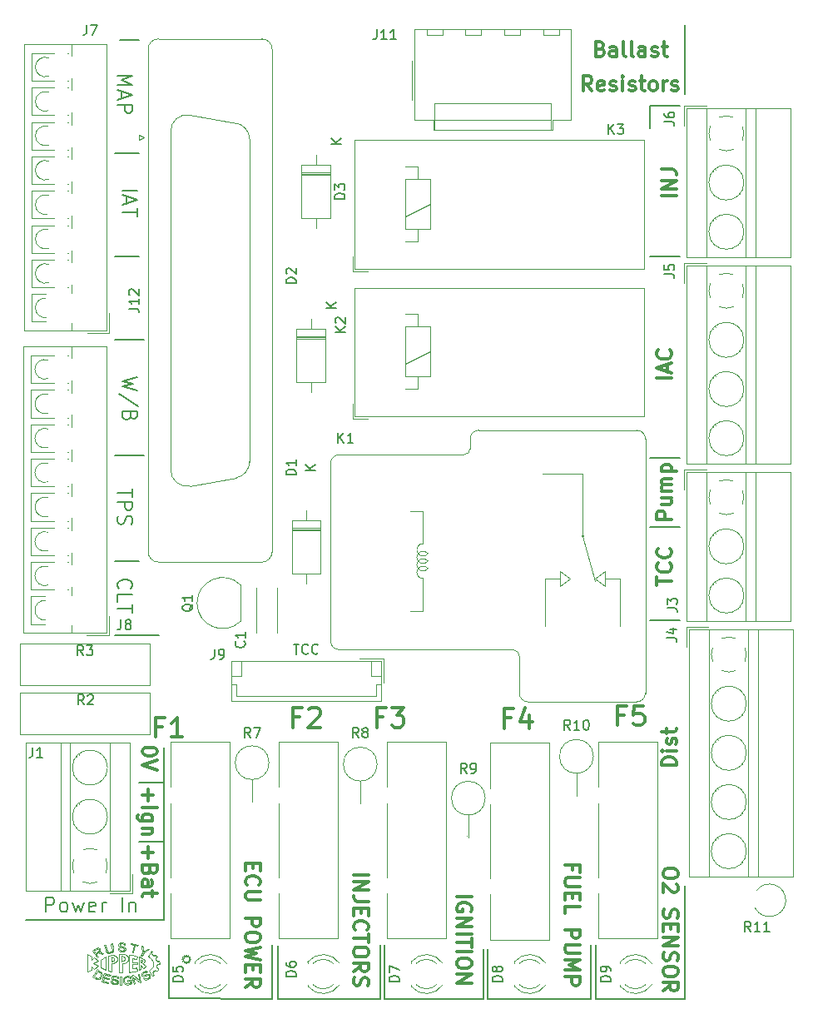
<source format=gbr>
%TF.GenerationSoftware,KiCad,Pcbnew,(6.0.7)*%
%TF.CreationDate,2023-04-24T03:35:56+01:00*%
%TF.ProjectId,ECU relay board,45435520-7265-46c6-9179-20626f617264,rev?*%
%TF.SameCoordinates,Original*%
%TF.FileFunction,Legend,Top*%
%TF.FilePolarity,Positive*%
%FSLAX46Y46*%
G04 Gerber Fmt 4.6, Leading zero omitted, Abs format (unit mm)*
G04 Created by KiCad (PCBNEW (6.0.7)) date 2023-04-24 03:35:56*
%MOMM*%
%LPD*%
G01*
G04 APERTURE LIST*
%ADD10C,0.150000*%
%ADD11C,0.075000*%
%ADD12C,0.300000*%
%ADD13C,0.200000*%
%ADD14C,0.120000*%
%ADD15C,0.100000*%
G04 APERTURE END LIST*
D10*
X116214285Y-105452380D02*
X116785714Y-105452380D01*
X116500000Y-106452380D02*
X116500000Y-105452380D01*
X117690476Y-106357142D02*
X117642857Y-106404761D01*
X117500000Y-106452380D01*
X117404761Y-106452380D01*
X117261904Y-106404761D01*
X117166666Y-106309523D01*
X117119047Y-106214285D01*
X117071428Y-106023809D01*
X117071428Y-105880952D01*
X117119047Y-105690476D01*
X117166666Y-105595238D01*
X117261904Y-105500000D01*
X117404761Y-105452380D01*
X117500000Y-105452380D01*
X117642857Y-105500000D01*
X117690476Y-105547619D01*
X118690476Y-106357142D02*
X118642857Y-106404761D01*
X118500000Y-106452380D01*
X118404761Y-106452380D01*
X118261904Y-106404761D01*
X118166666Y-106309523D01*
X118119047Y-106214285D01*
X118071428Y-106023809D01*
X118071428Y-105880952D01*
X118119047Y-105690476D01*
X118166666Y-105595238D01*
X118261904Y-105500000D01*
X118404761Y-105452380D01*
X118500000Y-105452380D01*
X118642857Y-105500000D01*
X118690476Y-105547619D01*
D11*
X104936683Y-137255622D02*
G75*
G03*
X104916976Y-137289756I372617J-237878D01*
G01*
X98179629Y-139577402D02*
X98200280Y-139586080D01*
X96348522Y-139517248D02*
X96319488Y-139521716D01*
X101269626Y-138849855D02*
X101242596Y-138821847D01*
X101105960Y-139067408D02*
X101140282Y-139054484D01*
D10*
X100500000Y-125500000D02*
X103000000Y-125500000D01*
D11*
X96533750Y-138853682D02*
X96500747Y-138824983D01*
X98282238Y-139979206D02*
X98251222Y-140001111D01*
X101969700Y-137116871D02*
X101995794Y-137121775D01*
X98175839Y-139921411D02*
X98195692Y-139909300D01*
X101145930Y-139174406D02*
X101118036Y-139184066D01*
D10*
X156000000Y-49500000D02*
X156000000Y-42500000D01*
D11*
X101490922Y-139293764D02*
X101502591Y-139271408D01*
X99533240Y-137040308D02*
X99533245Y-137040857D01*
X98981431Y-135857358D02*
X99010816Y-135882910D01*
X98581227Y-135802821D02*
X98624683Y-135793287D01*
X97940486Y-137382602D02*
X97921318Y-137362204D01*
X98762499Y-136296321D02*
X98733528Y-136289837D01*
X105074867Y-137307557D02*
X105030641Y-137272561D01*
X97958596Y-139256112D02*
X97920439Y-139263514D01*
X98960738Y-136529341D02*
X98972740Y-136511416D01*
X98604818Y-136134999D02*
X98630891Y-136143008D01*
X97357146Y-139939666D02*
X96685683Y-139746895D01*
X101911423Y-137756336D02*
X101843827Y-137608950D01*
X96518364Y-136742973D02*
X96553663Y-136752118D01*
X97715289Y-139936387D02*
X97687238Y-139905046D01*
X100699270Y-137102319D02*
X100699270Y-137102319D01*
X102343901Y-137699861D02*
X102368215Y-137710240D01*
X99178881Y-139950375D02*
X99222567Y-139961444D01*
X101074084Y-138791912D02*
X101033062Y-138809148D01*
X98565922Y-140077957D02*
X98565922Y-140077957D01*
X99660415Y-139953948D02*
X99616212Y-139982916D01*
X98733528Y-136289837D02*
X98701661Y-136282591D01*
X101440851Y-139483168D02*
X101388405Y-139514307D01*
X96594868Y-138934903D02*
X96577686Y-138902882D01*
X101181744Y-138787667D02*
X101148258Y-138781279D01*
X98734046Y-140077957D02*
X98565922Y-140077957D01*
X97177177Y-136771590D02*
X97150876Y-136731845D01*
X100348792Y-137999805D02*
X99793671Y-137999805D01*
X98309322Y-139953149D02*
X98282238Y-139979206D01*
X96284776Y-136415544D02*
X96253722Y-136415481D01*
X100743301Y-137537098D02*
X100721797Y-137530811D01*
X96477679Y-136407576D02*
X96498967Y-136446326D01*
D10*
X156000000Y-130000000D02*
X156000000Y-141500000D01*
D11*
X101460473Y-138988098D02*
X101492608Y-138997538D01*
X98908592Y-135817695D02*
X98947495Y-135835619D01*
X102549350Y-137708592D02*
X102568259Y-137832864D01*
X96589050Y-139142508D02*
X96605792Y-139095469D01*
X96303943Y-138677041D02*
X95910991Y-139204672D01*
X98113008Y-139674639D02*
X98094167Y-139667650D01*
X101779803Y-136811554D02*
X101775348Y-136837728D01*
X101297454Y-139120534D02*
X101278456Y-139127087D01*
X99056149Y-137459481D02*
X99060912Y-137430609D01*
X101148258Y-138781279D02*
X101112727Y-138782756D01*
X96477436Y-136655115D02*
X96444626Y-136697670D01*
X96309421Y-136692383D02*
X96335208Y-136671698D01*
X100887758Y-138924943D02*
X100871910Y-138954791D01*
X98981845Y-136413021D02*
X98973568Y-136395478D01*
X97855287Y-139441489D02*
X97865126Y-139450022D01*
X101118036Y-139184066D02*
X101092349Y-139192740D01*
X101155794Y-139458395D02*
X101183421Y-139461568D01*
D10*
X152500000Y-50700000D02*
X152500000Y-53000000D01*
D11*
X100931049Y-136521281D02*
X100943868Y-136610073D01*
X102286132Y-137277905D02*
X102267314Y-137296472D01*
X101928559Y-138968695D02*
X101936599Y-138993923D01*
X98911489Y-136211655D02*
X98930526Y-136218520D01*
X99518392Y-139217824D02*
X99550986Y-139236603D01*
X101313772Y-139115707D02*
X101297454Y-139120534D01*
X98865550Y-135803584D02*
X98908592Y-135817695D01*
X101502419Y-136480613D02*
X100962763Y-136804693D01*
X97850835Y-139178941D02*
X97888750Y-139166706D01*
X97895010Y-139469009D02*
X97915534Y-139478780D01*
X98565501Y-136247123D02*
X98546049Y-136240258D01*
X101993085Y-139082681D02*
X101872905Y-139183168D01*
D10*
X155500000Y-86500000D02*
X152500000Y-86500000D01*
D11*
X97219005Y-136531524D02*
X97232877Y-136584295D01*
X97344665Y-138650768D02*
X97672009Y-138737394D01*
X97106966Y-136626883D02*
X97089358Y-136561666D01*
X105124236Y-137731252D02*
X105089240Y-137775479D01*
X100676196Y-137801382D02*
X100676196Y-137522379D01*
X98066655Y-139946450D02*
X98097012Y-139944056D01*
X100948087Y-139453688D02*
X100948087Y-139453688D01*
X99046671Y-137344293D02*
X99032578Y-137316618D01*
X96408811Y-139363944D02*
X96438886Y-139341483D01*
X98042264Y-137827821D02*
X98092012Y-137800887D01*
X97749164Y-137904168D02*
X97811712Y-137897273D01*
X96087398Y-136385040D02*
X96134006Y-136355792D01*
X99475928Y-139320222D02*
X99453283Y-139306832D01*
X99068308Y-139885309D02*
X99101181Y-139912565D01*
X97714554Y-139323538D02*
X97725624Y-139293777D01*
X105422660Y-137775075D02*
X105443464Y-137827496D01*
X98622614Y-135900072D02*
X98584125Y-135912276D01*
X98632132Y-136702104D02*
X98579572Y-136691044D01*
D10*
X156000000Y-141500000D02*
X147000000Y-141500000D01*
D11*
X98354018Y-136493110D02*
X98343671Y-136451922D01*
X99476477Y-140045565D02*
X99427360Y-140058137D01*
X97797045Y-137058054D02*
X97344665Y-137170287D01*
X97708233Y-136666945D02*
X97721484Y-136649818D01*
X100959269Y-139218587D02*
X100926690Y-139217290D01*
X98283068Y-137366071D02*
X98263317Y-137324736D01*
X98453758Y-136189536D02*
X98430168Y-136167416D01*
X101784863Y-136942789D02*
X101793949Y-136967736D01*
D10*
X98000000Y-74500000D02*
X101000000Y-74500000D01*
D11*
X100782181Y-139130428D02*
X100766706Y-139101969D01*
X97631590Y-139710478D02*
X97631590Y-139710478D01*
X101040938Y-139383007D02*
X101062319Y-139405919D01*
X101840374Y-136695023D02*
X101823545Y-136715559D01*
X105443472Y-137827491D02*
G75*
G03*
X105516364Y-137889144I140328J91991D01*
G01*
X101141945Y-138673574D02*
X101180740Y-138673488D01*
X98773957Y-137936422D02*
X98837952Y-137933475D01*
X96399828Y-136530369D02*
X96395375Y-136510843D01*
X105705824Y-137699684D02*
G75*
G03*
X105644175Y-137626785I-153524J-67316D01*
G01*
X98933665Y-137218966D02*
X98899590Y-137199086D01*
X100864911Y-137654632D02*
X100862480Y-137640211D01*
X101896382Y-137086482D02*
X101919726Y-137099129D01*
X100780298Y-138903736D02*
X100801841Y-138870223D01*
X101242596Y-138821847D02*
X101213124Y-138801087D01*
X100930050Y-138404086D02*
X100686232Y-138044607D01*
X98918111Y-135957659D02*
X98892451Y-135933251D01*
X99505009Y-137037487D02*
X99505009Y-138789183D01*
X102310221Y-138684651D02*
X102286939Y-138672040D01*
X101823545Y-136715559D02*
X101808930Y-136737725D01*
X97967183Y-139500291D02*
X97998704Y-139512076D01*
X102237107Y-138654329D02*
X102211088Y-138649418D01*
X96685683Y-139746895D02*
X96685683Y-139746895D01*
X102574160Y-137957554D02*
X102547481Y-137956237D01*
D10*
X135500000Y-136500000D02*
X135500000Y-141500000D01*
D11*
X101548060Y-139029955D02*
X101571513Y-139052406D01*
X101778405Y-136917036D02*
X101784863Y-136942789D01*
X98926388Y-136560613D02*
X98945425Y-136545740D01*
X98579572Y-136691044D02*
X98532392Y-136675407D01*
X105030641Y-137716880D02*
X105074867Y-137681884D01*
X99533240Y-138788964D02*
X99533263Y-138786184D01*
X102213698Y-137046624D02*
X102352563Y-137235098D01*
X99182550Y-140060938D02*
X99121693Y-140044662D01*
X104957175Y-137546737D02*
X105012975Y-137538543D01*
X101621500Y-139248572D02*
X101611426Y-139285181D01*
X98385057Y-136091141D02*
X98378435Y-136062538D01*
X101434085Y-139360037D02*
X101456030Y-139338926D01*
X97961710Y-139620139D02*
X97934020Y-139609907D01*
X97014334Y-139051069D02*
X96941556Y-139304568D01*
X97207639Y-136804512D02*
X97177177Y-136771590D01*
X95215662Y-137008652D02*
X95674561Y-137198013D01*
X96236411Y-139518436D02*
X96208309Y-139511698D01*
X99533245Y-137040857D02*
X99505009Y-137037487D01*
X105331106Y-137050657D02*
G75*
G03*
X105291692Y-137050657I-19707J-444136D01*
G01*
X96693382Y-138885596D02*
X96709149Y-138918852D01*
X101252704Y-138689601D02*
X101285474Y-138705181D01*
X99744860Y-139883934D02*
X99703313Y-139921075D01*
X97889252Y-139276529D02*
X97864807Y-139293652D01*
X102417742Y-138433485D02*
X102441417Y-138445856D01*
X100348792Y-137999805D02*
X99793671Y-137999805D01*
X98985984Y-136243691D02*
X99020334Y-136265429D01*
X97669410Y-137709110D02*
X97669410Y-137259242D01*
X96527323Y-139245304D02*
X96563033Y-139192709D01*
X96375673Y-136319788D02*
X96405744Y-136335938D01*
X100478783Y-138433558D02*
X100478783Y-137436091D01*
X105355223Y-137793150D02*
G75*
G03*
X105422660Y-137775075I-43823J298350D01*
G01*
X99617183Y-139842521D02*
X99596837Y-139683385D01*
D10*
X114661876Y-141522345D02*
X114644985Y-136122639D01*
D11*
X96337935Y-136433971D02*
X96312879Y-136421980D01*
X100963340Y-139104197D02*
X100979238Y-139103132D01*
X98178323Y-137737346D02*
X98213994Y-137701394D01*
X99937207Y-138416235D02*
X100076929Y-138385474D01*
X101217838Y-138678862D02*
X101252704Y-138689601D01*
X96320655Y-136820724D02*
X96293452Y-136827799D01*
X97344665Y-137170287D02*
X97344665Y-138650768D01*
X101308719Y-138996711D02*
X101327706Y-138992349D01*
X99377334Y-140066753D02*
X99309975Y-140072035D01*
X98395818Y-136118218D02*
X98385057Y-136091141D01*
X96729961Y-138998437D02*
X96733197Y-139043875D01*
X99793671Y-137999805D02*
X99793671Y-138439737D01*
X100686232Y-138044607D02*
X100686232Y-138433558D01*
X98769534Y-136175425D02*
X98803885Y-136183052D01*
X98267962Y-139624971D02*
X98298398Y-139649566D01*
X99648809Y-139349933D02*
X99667537Y-139389361D01*
X98821681Y-135900835D02*
X98776156Y-135892826D01*
X100756380Y-139071941D02*
X100751005Y-139040036D01*
X96563297Y-138744314D02*
X96597912Y-138772840D01*
X98244167Y-137663142D02*
X98268530Y-137622983D01*
X100348792Y-137797079D02*
X100348792Y-137999805D01*
X98930526Y-136218520D02*
X98946667Y-136224622D01*
X102075142Y-137120078D02*
X102101002Y-137114063D01*
X98217723Y-139594754D02*
X98232480Y-139602379D01*
X102231177Y-137591778D02*
X102244963Y-137614335D01*
X97687238Y-139905046D02*
X97664402Y-139870245D01*
X100946434Y-138864471D02*
X100912554Y-138895011D01*
X97762466Y-139238915D02*
X97787714Y-139214863D01*
X97956066Y-137404058D02*
X97940486Y-137382602D01*
X98092012Y-137800887D02*
X98137522Y-137770625D01*
X102468642Y-137968885D02*
X102443714Y-137978483D01*
X98899590Y-137199086D02*
X98862428Y-137181462D01*
X105012975Y-137450898D02*
X104957175Y-137442704D01*
X98303793Y-137451794D02*
X98296607Y-137408570D01*
X98987411Y-136980319D02*
X98432701Y-136996301D01*
X98502594Y-136047283D02*
X98509629Y-136068258D01*
X97232877Y-136584295D02*
X97247554Y-136629055D01*
X96144120Y-136461508D02*
X95912653Y-136615516D01*
X98587849Y-136253988D02*
X98565501Y-136247123D01*
X105550507Y-137869438D02*
G75*
G03*
X105533559Y-137775479I-166707J18438D01*
G01*
X97813255Y-137673149D02*
X97844446Y-137658954D01*
X99032578Y-137515577D02*
X99046671Y-137487902D01*
D10*
X114000000Y-141500000D02*
X103500000Y-141487659D01*
D11*
X102395483Y-138418718D02*
X102417742Y-138433485D01*
X98832027Y-136313482D02*
X98811748Y-136308525D01*
X99925467Y-139300240D02*
X100072694Y-139960706D01*
X105267578Y-137196301D02*
G75*
G03*
X105200138Y-137214366I43822J-298499D01*
G01*
X96069978Y-139323077D02*
X96105612Y-139348243D01*
X98033781Y-139946334D02*
X98066655Y-139946450D01*
X97243185Y-136830788D02*
X97207639Y-136804512D01*
X102524243Y-137716870D02*
X102549350Y-137708592D01*
X100211831Y-138347673D02*
X100323564Y-138644538D01*
X98127187Y-137179296D02*
X98080633Y-137149793D01*
X96015838Y-137816092D02*
X95832532Y-137893361D01*
X105259383Y-137140496D02*
X105267577Y-137196296D01*
X101393243Y-139100791D02*
X101367256Y-139103110D01*
X98660689Y-136151017D02*
X98694626Y-136159407D01*
X98331705Y-139282739D02*
X98351840Y-139313162D01*
X101343950Y-138988879D02*
X101385710Y-138983829D01*
X105422655Y-137214378D02*
G75*
G03*
X105355222Y-137196296I-111255J-280122D01*
G01*
X96337077Y-137253401D02*
X96240503Y-137317658D01*
X97545857Y-139203664D02*
X97014334Y-139051069D01*
X101624956Y-139175182D02*
X101625902Y-139211247D01*
X102213822Y-137386876D02*
X102206606Y-137412309D01*
X105031045Y-137383459D02*
G75*
G03*
X105012975Y-137450898I280655J-111341D01*
G01*
X101599913Y-137326070D02*
X101426069Y-137193446D01*
X99440947Y-139191455D02*
X99481464Y-139202930D01*
X98528667Y-136233394D02*
X98514182Y-136226910D01*
X97451771Y-136764533D02*
X97489878Y-136761658D01*
X96220444Y-139404468D02*
X96244390Y-139409485D01*
X105200138Y-137214366D02*
X105179335Y-137161945D01*
X98490178Y-136655576D02*
X98452930Y-136631168D01*
X97489878Y-136761658D02*
X97530480Y-136754297D01*
X99543433Y-139898584D02*
X99572816Y-139879653D01*
X96483866Y-136736382D02*
X96518364Y-136742973D01*
X100478783Y-138433558D02*
X100478783Y-137436091D01*
X100478725Y-138586491D02*
X100478725Y-138433558D01*
X100840983Y-137724876D02*
X100850454Y-137711569D01*
X100750047Y-139006161D02*
X100754302Y-138971551D01*
X98225616Y-139879507D02*
X98235999Y-139862601D01*
X98845692Y-139567349D02*
X98856207Y-139507897D01*
X98947495Y-135835619D02*
X98981431Y-135857358D01*
X96460386Y-138793551D02*
X96303943Y-138677041D01*
X101156116Y-139575195D02*
X101114550Y-139568769D01*
X98376366Y-136032409D02*
X98378849Y-135998848D01*
X101536682Y-138629388D02*
X101872905Y-139183168D01*
X96720864Y-139136767D02*
X96706271Y-139183575D01*
X97847669Y-139572916D02*
X97831809Y-139564424D01*
X105550499Y-137120003D02*
G75*
G03*
X105516364Y-137100297I-237399J-371797D01*
G01*
X98669380Y-135892444D02*
X98622614Y-135900072D01*
X99112212Y-136442769D02*
X99109315Y-136477855D01*
X101180740Y-138673488D02*
X101217838Y-138678862D01*
X101995794Y-137121775D02*
X102022255Y-137123955D01*
X98860584Y-135914564D02*
X98821681Y-135900835D01*
X100877945Y-136202456D02*
X100931049Y-136521281D01*
X97939578Y-139489329D02*
X97967183Y-139500291D01*
X96338856Y-137631733D02*
X96185166Y-137728596D01*
X98961980Y-136379079D02*
X98946667Y-136363824D01*
X100474157Y-137436249D02*
X100474157Y-137248948D01*
X101175835Y-139163452D02*
X101145930Y-139174406D01*
X98946667Y-136224622D02*
X98985984Y-136243691D01*
X98381706Y-139453369D02*
X98263241Y-139447765D01*
X105755457Y-137475020D02*
G75*
G03*
X105665623Y-137442704I-99357J-135180D01*
G01*
X100383445Y-136028343D02*
X100361400Y-136131581D01*
X96563033Y-139192709D02*
X96589050Y-139142508D01*
X105533559Y-137775479D02*
X105498563Y-137731252D01*
X97818677Y-139556619D02*
X97789400Y-139535854D01*
X100686259Y-138500642D02*
X100478725Y-138586491D01*
X97975850Y-137519117D02*
X97979848Y-137495864D01*
X97864807Y-139293652D02*
X97846045Y-139313652D01*
X96884434Y-136889212D02*
X96762937Y-136970051D01*
D10*
X155500000Y-50700000D02*
X152500000Y-50700000D01*
X98000000Y-97000000D02*
X100500000Y-97000000D01*
D11*
X96395375Y-136510843D02*
X96388132Y-136491850D01*
X101364748Y-138779023D02*
X101269626Y-138849855D01*
X96659401Y-139276380D02*
X96627978Y-139322555D01*
X101107347Y-139439806D02*
X101130659Y-139450997D01*
D10*
X125000000Y-141500000D02*
X114661876Y-141522345D01*
D11*
X101068809Y-139199597D02*
X101047143Y-139205684D01*
X97956066Y-137564295D02*
X97967895Y-137542007D01*
X105124234Y-137258186D02*
G75*
G03*
X105074867Y-137307557I187266J-236614D01*
G01*
D10*
X98000000Y-55500000D02*
X100500000Y-55500000D01*
D11*
X99667537Y-139389361D02*
X99560214Y-139431581D01*
X97765042Y-139514182D02*
X97744937Y-139490415D01*
X101232233Y-139142868D02*
X101205405Y-139152714D01*
X101920468Y-138916432D02*
X101923163Y-138942773D01*
X98235999Y-139862601D02*
X98243300Y-139844599D01*
X100859040Y-137423028D02*
X100858720Y-137423039D01*
X98973568Y-136395478D02*
X98961980Y-136379079D01*
X100864911Y-137669129D02*
X100864911Y-137654632D01*
X97732045Y-136630569D02*
X97740079Y-136607987D01*
X102219786Y-137567921D02*
X102231177Y-137591778D01*
X105686117Y-137255610D02*
G75*
G03*
X105592158Y-137272561I-18417J-166790D01*
G01*
X99427360Y-140058137D02*
X99377334Y-140066753D01*
X97786366Y-139987499D02*
X97748199Y-139963855D01*
X102326399Y-138083940D02*
X102314210Y-138107709D01*
X98899590Y-137633109D02*
X98933665Y-137613228D01*
X97827510Y-139383571D02*
X97831913Y-139404408D01*
X98718216Y-135785659D02*
X98770776Y-135787566D01*
X96386163Y-136821233D02*
X96367207Y-136818412D01*
X101484538Y-139135895D02*
X101470583Y-139123048D01*
X99067928Y-136577394D02*
X99043097Y-136607523D01*
X101058424Y-137697698D02*
X101050658Y-137724547D01*
X105644161Y-137362634D02*
G75*
G03*
X105705823Y-137289756I-91961J140334D01*
G01*
X98237558Y-137284990D02*
X98206057Y-137247246D01*
X97344665Y-138650768D02*
X97672009Y-138737394D01*
X101505998Y-139169235D02*
X101496608Y-139151702D01*
X97150876Y-136731845D02*
X97127472Y-136683609D01*
X100538704Y-139667257D02*
X100391605Y-139007364D01*
X96466754Y-136734980D02*
X96483866Y-136736382D01*
X97381871Y-136757487D02*
X97415825Y-136763391D01*
X97789400Y-139535854D02*
X97765042Y-139514182D01*
X98753394Y-136710875D02*
X98690073Y-136708587D01*
X101114550Y-139568769D02*
X101074819Y-139556359D01*
X98970304Y-139304554D02*
X99016395Y-139268312D01*
X95751361Y-139212584D02*
X95751361Y-139212584D01*
X96265795Y-138521834D02*
X96522717Y-138713176D01*
X98851893Y-136702104D02*
X98803885Y-136708587D01*
X102206606Y-137412309D02*
X102202047Y-137438349D01*
X101591605Y-139079204D02*
X101607541Y-139109114D01*
X98567570Y-136563664D02*
X98598196Y-136578157D01*
X97669410Y-137709110D02*
X97669410Y-137259242D01*
X102332117Y-138699544D02*
G75*
G03*
X101993085Y-139082681I-155517J-203956D01*
G01*
X96070465Y-136852698D02*
X96278566Y-136714236D01*
X100857644Y-137697746D02*
X100862480Y-137683550D01*
X101947509Y-138788271D02*
X101936845Y-138812507D01*
X98856207Y-139507897D02*
X98873734Y-139449770D01*
X99793671Y-137797079D02*
X100348792Y-137797079D01*
X100323564Y-138644538D02*
X100063401Y-138709554D01*
X104936686Y-137733791D02*
G75*
G03*
X105030641Y-137716880I18514J166591D01*
G01*
X101062319Y-139405919D02*
X101084456Y-139424852D01*
X102158229Y-138647746D02*
X102131952Y-138651004D01*
X98780421Y-137153692D02*
X98736428Y-137143835D01*
X99533263Y-138786184D02*
X99505009Y-138789183D01*
X98952047Y-136021730D02*
X98937976Y-135987025D01*
X101775348Y-136837728D02*
X101773622Y-136864222D01*
X99060912Y-137401586D02*
X99056149Y-137372714D01*
X133856052Y-124931391D02*
G75*
G03*
X133821715Y-124931391I-17168J-8255D01*
G01*
X96720717Y-138953102D02*
X96729961Y-138998437D01*
X102201063Y-137491143D02*
X102204649Y-137517335D01*
X98239261Y-139768737D02*
X98229999Y-139751771D01*
X98776156Y-135892826D02*
X98723596Y-135890156D01*
X98630891Y-136143008D02*
X98660689Y-136151017D01*
X97596167Y-136735311D02*
X97624438Y-136724128D01*
X96973779Y-136057993D02*
X97103512Y-136028223D01*
X101263042Y-139010395D02*
X101287252Y-139003107D01*
X100815617Y-137749391D02*
X100829330Y-137737527D01*
X100676196Y-137801382D02*
X100699350Y-137797873D01*
X98986812Y-136473279D02*
X98988467Y-136452684D01*
X98500525Y-136508365D02*
X98518321Y-136528959D01*
X98584125Y-135912276D02*
X98553499Y-135929438D01*
X98276399Y-139230499D02*
X98306440Y-139255048D01*
X99335693Y-139278194D02*
X99302700Y-139278341D01*
X98986812Y-136432090D02*
X98981845Y-136413021D01*
X99020334Y-136265429D02*
X99048891Y-136289456D01*
X96513139Y-136569625D02*
X96500341Y-136612535D01*
X96105612Y-139348243D02*
X96138210Y-139368858D01*
X101279846Y-139447965D02*
X101313362Y-139435997D01*
X105355222Y-137196296D02*
X105363416Y-137140496D01*
X105755460Y-137514427D02*
G75*
G03*
X105755462Y-137475013I-445160J19727D01*
G01*
X105533549Y-137213957D02*
G75*
G03*
X105550498Y-137120004I-149949J75557D01*
G01*
X99382408Y-137351981D02*
X99367382Y-137302627D01*
X101130659Y-139450997D02*
X101155794Y-139458395D01*
X99533263Y-138786184D02*
X99533240Y-138788964D01*
X102126102Y-137105407D02*
X102150172Y-137094202D01*
X98639582Y-136268099D02*
X98612267Y-136261234D01*
X96572122Y-137548079D02*
X97062478Y-137256110D01*
X101454743Y-139113160D02*
X101436819Y-139105924D01*
X95674561Y-138236385D02*
X95674561Y-138581500D01*
X101037232Y-137562997D02*
X101049393Y-137589033D01*
X102200193Y-137464721D02*
X102201063Y-137491143D01*
X101385710Y-138983829D02*
X101424840Y-138983528D01*
X98486453Y-136485483D02*
X98500525Y-136508365D01*
X97813255Y-137295204D02*
X97779799Y-137282976D01*
X97728959Y-139465648D02*
X97717545Y-139439563D01*
X97999621Y-139943482D02*
X98033781Y-139946334D01*
X97748204Y-139714759D02*
X97750192Y-139746034D01*
X98033433Y-139523864D02*
X98068557Y-139535697D01*
X98668552Y-136597988D02*
X98707041Y-136602946D01*
X96572122Y-137548079D02*
X97062478Y-137256110D01*
X105591760Y-137605983D02*
G75*
G03*
X105609824Y-137538543I-281660J111583D01*
G01*
X101919726Y-137099129D02*
X101944253Y-137109295D01*
X96253722Y-136415481D02*
X96220016Y-136422915D01*
X96468610Y-139314183D02*
X96497983Y-139282045D01*
X98306440Y-139255048D02*
X98331705Y-139282739D01*
X102441417Y-138445856D02*
X102466250Y-138455698D01*
X95910991Y-139204672D02*
X95910991Y-139204672D01*
X105665624Y-137546751D02*
G75*
G03*
X105755462Y-137514427I-9624J167751D01*
G01*
X96220016Y-136422915D02*
X96183550Y-136438359D01*
X101001782Y-137514243D02*
X101021305Y-137537978D01*
X101074819Y-139556359D02*
X101037654Y-139538367D01*
X98382019Y-139416078D02*
X98381706Y-139453369D01*
X100068504Y-137119695D02*
X100323564Y-137182720D01*
X95215662Y-138754985D02*
X95215662Y-137008652D01*
X96706271Y-139183575D02*
X96685572Y-139229955D01*
X105291692Y-137938783D02*
G75*
G03*
X105331106Y-137938783I19707J444136D01*
G01*
X101020549Y-139094442D02*
X101045827Y-139087340D01*
X101725124Y-136611648D02*
X101840374Y-136695023D01*
X99052078Y-139377373D02*
X99033809Y-139398215D01*
X98632546Y-136589598D02*
X98668552Y-136597988D01*
X98469485Y-135853925D02*
X98502180Y-135833331D01*
X98466174Y-136430565D02*
X98474865Y-136459549D01*
X98176525Y-140033104D02*
X98133677Y-140042919D01*
X98862428Y-137650733D02*
X98899590Y-137633109D01*
X99323924Y-139718278D02*
X99311120Y-139618135D01*
X100828386Y-138837856D02*
X100858593Y-138807497D01*
X101492608Y-138997538D02*
X101521915Y-139011419D01*
X100863880Y-138983536D02*
X100862067Y-139010898D01*
X98158766Y-139176207D02*
X98201594Y-139190781D01*
X98863895Y-136197926D02*
X98889140Y-136205172D01*
X98901369Y-139861129D02*
X98876467Y-139808056D01*
X97439323Y-139447472D02*
X97411443Y-139544581D01*
X97707500Y-137703452D02*
X97744424Y-137695514D01*
X100858720Y-137423039D02*
X100892421Y-137436930D01*
X102325144Y-138339251D02*
X102339519Y-138361766D01*
X96559397Y-138879648D02*
X96533750Y-138853682D01*
X100896071Y-139211676D02*
X100868007Y-139202671D01*
D10*
X114000000Y-136000000D02*
X114000000Y-141500000D01*
D11*
X99616212Y-139982916D02*
X99570705Y-140007980D01*
X97631590Y-139710478D02*
X97748204Y-139714759D01*
X101338128Y-139539247D02*
X101289821Y-139557679D01*
X101595878Y-139321385D02*
X101573989Y-139357304D01*
X98133677Y-140042919D02*
X98088919Y-140048448D01*
X98432701Y-138836631D02*
X98773957Y-138850485D01*
D10*
X103000000Y-116000000D02*
X103000000Y-133500000D01*
D11*
X100478783Y-137436091D02*
X100474157Y-137436249D01*
X96149013Y-139490424D02*
X96118038Y-139475595D01*
X100348792Y-137797079D02*
X100348792Y-137999805D01*
X96567949Y-139393201D02*
X96536372Y-139422325D01*
X97979848Y-137495864D02*
X97979848Y-137472489D01*
X96291255Y-139523119D02*
X96263920Y-139521987D01*
X98348212Y-139894460D02*
X98331474Y-139924673D01*
X101854226Y-137054310D02*
X101874470Y-137071488D01*
X100686259Y-138433558D02*
X100686259Y-138500642D01*
X98500111Y-136024400D02*
X98502594Y-136047283D01*
X98029958Y-137123687D02*
X97975686Y-137101249D01*
X101074119Y-139078298D02*
X101105960Y-139067408D01*
X99505009Y-138789183D02*
X99505009Y-137037487D01*
X100764563Y-138937441D02*
X100780298Y-138903736D01*
X100799986Y-137563415D02*
X100782600Y-137553485D01*
X101246080Y-139456601D02*
X101279846Y-139447965D01*
X97774413Y-139824237D02*
X97789147Y-139845902D01*
X100478725Y-138433558D02*
X100478783Y-138433558D01*
X97708458Y-139355354D02*
X97714554Y-139323538D01*
X101475245Y-139316516D02*
X101490922Y-139293764D01*
X95674561Y-138236385D02*
X95674561Y-138581500D01*
X101514102Y-139228198D02*
X101514478Y-139207436D01*
X98452930Y-136631168D02*
X98420235Y-136602183D01*
X101092349Y-139192740D02*
X101068809Y-139199597D01*
X97530480Y-136754297D02*
X97564625Y-136745679D01*
X102352563Y-137235099D02*
G75*
G03*
X102549350Y-137708592I104037J-234401D01*
G01*
X98926802Y-136350094D02*
X98902798Y-136337509D01*
X96335208Y-136671698D02*
X96356552Y-136651764D01*
D10*
X125500000Y-141500000D02*
X125500000Y-136000000D01*
D11*
X102368215Y-137710240D02*
X102393468Y-137718060D01*
X102445712Y-137725721D02*
X102472148Y-137725480D01*
X102299111Y-137671897D02*
X102320785Y-137687035D01*
X98298398Y-139649566D02*
X98323041Y-139675707D01*
X100751005Y-139040036D02*
X100750047Y-139006161D01*
X102313189Y-138315363D02*
X102325144Y-138339251D01*
X97763495Y-139800796D02*
X97774413Y-139824237D01*
X98964301Y-137591297D02*
X98991177Y-137567544D01*
X98565922Y-139216839D02*
X98734046Y-139216839D01*
X101920504Y-138889954D02*
X101920468Y-138916432D01*
X97707097Y-139384393D02*
X97708458Y-139355354D01*
X99035233Y-135911894D02*
X99055099Y-135943930D01*
X100323564Y-137182720D02*
X100211831Y-137475445D01*
X101278456Y-139127087D02*
X101256716Y-139134531D01*
X99089449Y-136344374D02*
X99101865Y-136375265D01*
X96240503Y-137317658D02*
X96240503Y-137317658D01*
X98217048Y-139735486D02*
X98199574Y-139720155D01*
X96385408Y-136612722D02*
X96394476Y-136592577D01*
X97783823Y-136754464D02*
X97741814Y-136786407D01*
X99509600Y-139917344D02*
X99543433Y-139898584D01*
X97808488Y-139865885D02*
X97832393Y-139884548D01*
X97632357Y-136837350D02*
X97565662Y-136855784D01*
X99229661Y-137776016D02*
X99270441Y-137736846D01*
X99013713Y-136633838D02*
X98979776Y-136656720D01*
X99014016Y-137289979D02*
X98991177Y-137264651D01*
X101819588Y-137014156D02*
X101835866Y-137035131D01*
X101739638Y-137465042D02*
X101599913Y-137326070D01*
X100699270Y-137102319D02*
X100853515Y-136756031D01*
X98241186Y-139209046D02*
X98276399Y-139230499D01*
X100782600Y-137770276D02*
X100799986Y-137760346D01*
X98694626Y-136159407D02*
X98731873Y-136167416D01*
X98213994Y-137701394D02*
X98244167Y-137663142D01*
X99628262Y-139315179D02*
X99648809Y-139349933D01*
X98296607Y-137408570D02*
X98283068Y-137366071D01*
X100829330Y-137737527D02*
X100840983Y-137724876D01*
X98072639Y-139659610D02*
X98048426Y-139650520D01*
X98940459Y-136675789D02*
X98897418Y-136691044D01*
X101174940Y-139041345D02*
X101206718Y-139029622D01*
X95674561Y-137198013D02*
X95674561Y-137551546D01*
D10*
X155500000Y-103000000D02*
X152500000Y-103000000D01*
D11*
X101511776Y-139187782D02*
X101505998Y-139169235D01*
X99016101Y-139813890D02*
X99039933Y-139852296D01*
X100478725Y-138586491D02*
X100478725Y-138433558D01*
X99189974Y-139297194D02*
X99156049Y-139308934D01*
X101571513Y-139052406D02*
X101591605Y-139079204D01*
X97865508Y-139581636D02*
X97847669Y-139572916D01*
X98981431Y-136492729D02*
X98986812Y-136473279D01*
X99202892Y-137087892D02*
X99154564Y-137054539D01*
X96293452Y-136827799D02*
X96282778Y-136832697D01*
X97886117Y-139590678D02*
X97865508Y-139581636D01*
X102466250Y-138455698D02*
X102405693Y-138578804D01*
X97744424Y-137695514D02*
X97779799Y-137685377D01*
X97878780Y-140024084D02*
X97829747Y-140007681D01*
X100699350Y-137797873D02*
X100721797Y-137792950D01*
X98842586Y-139628074D02*
X98845692Y-139567349D01*
X97351420Y-136747649D02*
X97381871Y-136757487D01*
X97062478Y-137256110D02*
X97062478Y-138570481D01*
X98152636Y-139931287D02*
X98175839Y-139921411D01*
X99550986Y-139236603D02*
X99579549Y-139258489D01*
X100862480Y-137683550D02*
X100864911Y-137669129D01*
X95776217Y-137477558D02*
X95864947Y-137398088D01*
X100989127Y-138834372D02*
X100946434Y-138864471D01*
X98898951Y-139395101D02*
X98930993Y-139346591D01*
X96516644Y-136527607D02*
X96513139Y-136569625D01*
X97103512Y-136028223D02*
X97219005Y-136531524D01*
X100927710Y-137861538D02*
X100896538Y-137878075D01*
X95939894Y-138474868D02*
X96338856Y-138155915D01*
X98803885Y-136183052D02*
X98835338Y-136190680D01*
X101057660Y-137615808D02*
X101061944Y-137643038D01*
D10*
X147000000Y-136000000D02*
X147000000Y-141500000D01*
D11*
X98178016Y-139705460D02*
X98151936Y-139691718D01*
X99097633Y-139340090D02*
X99073353Y-139357998D01*
X101061944Y-137643038D02*
X101062200Y-137670432D01*
X102397515Y-138005168D02*
X102376746Y-138021967D01*
X101027821Y-139210262D02*
X101010175Y-139213762D01*
X95912653Y-136615516D02*
X96070465Y-136852698D01*
X99367869Y-139281112D02*
X99335693Y-139278194D01*
X97880149Y-136504239D02*
X97880946Y-136555707D01*
X96498967Y-136446326D02*
X96511992Y-136486166D01*
X104978629Y-137626792D02*
G75*
G03*
X104916976Y-137699685I91971J-140308D01*
G01*
X98979776Y-136656720D02*
X98940459Y-136675789D01*
X98933665Y-137613228D02*
X98964301Y-137591297D01*
X99572816Y-139879653D02*
X99597399Y-139860965D01*
X96359431Y-136451417D02*
X96337935Y-136433971D01*
X101793949Y-136967736D02*
X101805565Y-136991611D01*
X98811748Y-136308525D02*
X98788572Y-136302804D01*
X101889689Y-138204317D02*
X101934471Y-138055537D01*
X105012980Y-137538542D02*
G75*
G03*
X105031045Y-137605981I297820J43642D01*
G01*
X101521915Y-139011419D02*
X101548060Y-139029955D01*
X96240503Y-137317658D02*
X95763408Y-136600610D01*
X98212941Y-139317754D02*
X98184541Y-139296352D01*
X98106220Y-139266205D02*
X98056256Y-139257825D01*
X98386713Y-135966812D02*
X98399956Y-135935921D01*
X98773957Y-138850485D02*
X98773957Y-137936422D01*
X97499362Y-136868260D02*
X97438144Y-136874090D01*
X97062478Y-137256110D02*
X97062478Y-138570481D01*
X102286939Y-138672040D02*
X102262481Y-138661896D01*
X101050658Y-137724547D02*
X101038983Y-137750692D01*
X98502180Y-135833331D02*
X98539841Y-135816169D01*
X97438144Y-136874090D02*
X97381506Y-136873001D01*
X98128684Y-139681261D02*
X98113008Y-139674639D01*
X102328985Y-137247054D02*
X102306762Y-137261374D01*
X105179335Y-137827496D02*
X105200138Y-137775075D01*
X98848996Y-136318440D02*
X98832027Y-136313482D01*
X101807849Y-138350535D02*
X101889689Y-138204317D01*
X104916974Y-137699686D02*
G75*
G03*
X104936683Y-137733819I394226J204886D01*
G01*
X102320785Y-137687035D02*
X102343901Y-137699861D01*
X99367382Y-137302627D02*
X99346035Y-137254757D01*
X98331474Y-139924673D02*
X98309322Y-139953149D01*
X97827673Y-139361415D02*
X97827510Y-139383571D01*
X98782778Y-136603327D02*
X98816715Y-136599514D01*
X99033809Y-139398215D02*
X99005704Y-139442890D01*
X99055099Y-135943930D02*
X99069584Y-135978254D01*
X96456490Y-136379783D02*
X96477679Y-136407576D01*
X99793671Y-138758544D02*
X99788338Y-138759110D01*
X101470583Y-139123048D02*
X101454743Y-139113160D01*
X98972740Y-136511416D02*
X98981431Y-136492729D01*
X99596837Y-139683385D02*
X99323924Y-139718278D01*
X100850454Y-137711569D02*
X100857644Y-137697746D01*
X102303784Y-138290362D02*
X102313189Y-138315363D01*
X97685920Y-138737394D02*
X97685920Y-137906667D01*
X102013069Y-138705988D02*
X101993571Y-138723903D01*
X98546049Y-136240258D02*
X98528667Y-136233394D01*
X98016580Y-139153808D02*
X98062697Y-139157307D01*
X95215662Y-138754985D02*
X95215662Y-137008652D01*
X95864947Y-138390387D02*
X95776217Y-138310635D01*
X98538186Y-136103726D02*
X98549360Y-136111354D01*
X98410717Y-136143770D02*
X98395818Y-136118218D01*
X105030640Y-137272563D02*
G75*
G03*
X104936683Y-137255622I-75540J-149937D01*
G01*
X97846045Y-139313652D02*
X97833799Y-139336255D01*
X98731873Y-136167416D02*
X98769534Y-136175425D01*
X99453283Y-139306832D02*
X99427747Y-139296033D01*
X99125840Y-139214347D02*
X99187958Y-139196412D01*
X97979848Y-137472489D02*
X97975850Y-137449236D01*
X97880946Y-136555707D02*
X97875937Y-136601071D01*
X98251222Y-140001111D02*
X98216235Y-140019229D01*
X99952431Y-139987515D02*
X99952431Y-139987515D01*
X96378484Y-139382097D02*
X96408811Y-139363944D01*
X100686232Y-138433558D02*
X100686259Y-138433558D01*
X98460380Y-136398529D02*
X98466174Y-136430565D01*
X100987795Y-136672641D02*
X101024810Y-136647379D01*
X97631590Y-139710478D02*
X97631590Y-139710478D01*
X96185166Y-137728596D02*
X96015838Y-137816092D01*
X100896538Y-137878075D02*
X100863099Y-137892273D01*
X99016395Y-139268312D02*
X99068520Y-139238331D01*
X99311733Y-139969290D02*
X99357564Y-139965651D01*
X98359932Y-139862557D02*
X98348212Y-139894460D01*
X105498561Y-137731249D02*
G75*
G03*
X105547931Y-137681884I-187061J236449D01*
G01*
D10*
X100500000Y-119500000D02*
X103000000Y-119500000D01*
D11*
X98930993Y-139346591D02*
X98970304Y-139304554D01*
X98736428Y-137688360D02*
X98780421Y-137678503D01*
X101960241Y-139041230D02*
X101975592Y-139062804D01*
X95674561Y-137551546D02*
X95776217Y-137477558D01*
X96566809Y-136885359D02*
X96526223Y-136868267D01*
X102048799Y-137123387D02*
X102075142Y-137120078D01*
X97691712Y-136683257D02*
X97708233Y-136666945D01*
X99311120Y-139618135D02*
X99704354Y-139567118D01*
X99390953Y-137402296D02*
X99382408Y-137351981D01*
X99952431Y-139987515D02*
X99765075Y-139147025D01*
X101058925Y-138690337D02*
X101101116Y-138679334D01*
X99056149Y-137372714D02*
X99046671Y-137344293D01*
X101256716Y-139134531D02*
X101232233Y-139142868D01*
X101936845Y-138812507D02*
X101928736Y-138837713D01*
X96312879Y-136421980D02*
X96284776Y-136415544D01*
X101055877Y-138302723D02*
X100930050Y-138404086D01*
X97685920Y-137906667D02*
X97749164Y-137904168D01*
X95751361Y-139212584D02*
X96265795Y-138521834D01*
X97998704Y-139512076D02*
X98033433Y-139523864D01*
X99222567Y-139961444D02*
X99266835Y-139967628D01*
X98341889Y-139703393D02*
X98355735Y-139732717D01*
X97672009Y-138737394D02*
X97685920Y-138737394D01*
X96553663Y-136752118D02*
X96589965Y-136764122D01*
X100858593Y-138807497D02*
X100892462Y-138779148D01*
X97915534Y-139478780D02*
X97939578Y-139489329D01*
X100859040Y-137423028D02*
X100858720Y-137423039D01*
X99335737Y-137649621D02*
X99359562Y-137602489D01*
X100962763Y-136804693D02*
X100808517Y-137150980D01*
X100981953Y-137822174D02*
X100956283Y-137842838D01*
X97898760Y-137343073D02*
X97873046Y-137325410D01*
X99560214Y-139431581D02*
X99545166Y-139402046D01*
X133821715Y-124947901D02*
G75*
G03*
X133856052Y-124947901I17169J8255D01*
G01*
X101611426Y-139285181D02*
X101595878Y-139321385D01*
X98368065Y-139795867D02*
X98366592Y-139829328D01*
X100892104Y-139076701D02*
X100908728Y-139090014D01*
X99793671Y-137999805D02*
X99793671Y-138439737D01*
X98691047Y-137695385D02*
X98736428Y-137688360D01*
X133825549Y-124926041D02*
X133825549Y-124907896D01*
X98902798Y-136337509D02*
X98874241Y-136326449D01*
X97744937Y-139490415D02*
X97728959Y-139465648D01*
X98734046Y-139216839D02*
X98734046Y-140077957D01*
X105516366Y-137889148D02*
G75*
G03*
X105550498Y-137869437I-204466J393448D01*
G01*
X101289821Y-139557679D02*
X101243485Y-139569604D01*
X95776217Y-138310635D02*
X95674561Y-138236385D01*
X96407369Y-136826085D02*
X96386163Y-136821233D01*
X99065590Y-140021486D02*
X99015429Y-139991259D01*
X99793671Y-137797079D02*
X100348792Y-137797079D01*
X100943868Y-136610073D02*
X100953318Y-136696947D01*
X96254970Y-136848995D02*
X96237321Y-136860297D01*
X101923163Y-138942773D02*
X101928559Y-138968695D01*
X101313362Y-139435997D02*
X101347099Y-139419956D01*
X101045827Y-139087340D02*
X101074119Y-139078298D01*
X97789147Y-139845902D02*
X97808488Y-139865885D01*
X100973865Y-138726750D02*
X101016574Y-138706246D01*
X96536372Y-139422325D02*
X96504324Y-139447436D01*
X98933027Y-139910377D02*
X98901369Y-139861129D01*
X99777604Y-136813696D02*
X99942366Y-136042102D01*
X98097012Y-139944056D02*
X98126082Y-139938926D01*
X95939894Y-137313904D02*
X96338856Y-137631733D01*
X99187958Y-139196412D02*
X99254876Y-139184526D01*
X96318685Y-139405309D02*
X96348442Y-139395886D01*
X99101037Y-136512179D02*
X99087380Y-136545358D01*
X100754302Y-138971551D02*
X100764563Y-138937441D01*
X98247866Y-139805214D02*
X98245231Y-139786430D01*
X97888750Y-139166706D02*
X97929804Y-139158530D01*
X97741814Y-136786407D02*
X97691325Y-136814036D01*
D10*
X103500000Y-141487659D02*
X103500000Y-136000000D01*
D11*
X99937207Y-137407839D02*
X99793671Y-137384665D01*
X96280837Y-136300870D02*
X96312501Y-136301850D01*
X102034311Y-138690180D02*
X102013069Y-138705988D01*
X105609829Y-137450897D02*
G75*
G03*
X105591754Y-137383459I-299029J-44003D01*
G01*
X100686259Y-138500642D02*
X100478725Y-138586491D01*
X98323041Y-139675707D02*
X98341889Y-139703393D01*
D10*
X146500000Y-141500000D02*
X136000000Y-141500000D01*
D11*
X96015838Y-137970904D02*
X96185166Y-138058709D01*
X98100558Y-139546799D02*
X98129789Y-139557580D01*
X99579549Y-139258489D02*
X99605013Y-139284472D01*
X101198983Y-139575545D02*
X101156116Y-139575195D01*
X97062478Y-138570481D02*
X96572122Y-138321767D01*
X100892462Y-138779148D02*
X100930328Y-138752592D01*
X96832795Y-139683405D02*
X97385187Y-139841992D01*
X101338379Y-139109036D02*
X101327347Y-139111771D01*
X96425675Y-136736737D02*
X96447460Y-136735030D01*
X98598196Y-136578157D02*
X98632546Y-136589598D01*
X98612267Y-136261234D02*
X98587849Y-136253988D01*
X96572122Y-138321767D02*
X96572122Y-137548079D01*
X98959911Y-136061393D02*
X98952047Y-136021730D01*
X101038983Y-137750692D02*
X101023525Y-137775855D01*
X99472761Y-139934637D02*
X99509600Y-139917344D01*
X102194206Y-137064652D02*
X102213698Y-137046624D01*
X98503422Y-135997704D02*
X98500111Y-136024400D01*
X99397284Y-139183713D02*
X99440947Y-139191455D01*
X105291678Y-137050647D02*
G75*
G03*
X105259383Y-137140496I134722J-99153D01*
G01*
X98553499Y-135929438D02*
X98530323Y-135950032D01*
X96627978Y-139322555D02*
X96598199Y-139359885D01*
X98847754Y-136593412D02*
X98877138Y-136584640D01*
X99512459Y-139354042D02*
X99495196Y-139335523D01*
X100686232Y-138044607D02*
X100686232Y-138433558D01*
X101936599Y-138993923D02*
X101947197Y-139018188D01*
X101213740Y-139460827D02*
X101246080Y-139456601D01*
X100743301Y-137786663D02*
X100763639Y-137779079D01*
X97750192Y-139746034D02*
X97755290Y-139774713D01*
X99069584Y-135978254D02*
X99078689Y-136014484D01*
X98068557Y-139535697D02*
X98100558Y-139546799D01*
X102314210Y-138107709D02*
X102304559Y-138132617D01*
X97873046Y-137642943D02*
X97898760Y-137625280D01*
X98432701Y-136996301D02*
X98432701Y-138836631D01*
X105072295Y-137120003D02*
G75*
G03*
X105089240Y-137213962I166405J-18497D01*
G01*
D10*
X98000000Y-86249500D02*
X101000000Y-86249500D01*
D11*
X100871910Y-138954791D02*
X100863880Y-138983536D01*
X98788572Y-136302804D02*
X98762499Y-136296321D01*
X100928179Y-139098887D02*
X100950321Y-139103845D01*
X98539841Y-135816169D02*
X98581227Y-135802821D01*
X96729985Y-139090004D02*
X96720864Y-139136767D01*
X97967895Y-137542007D02*
X97975850Y-137519117D01*
X97672009Y-138737394D02*
X97685920Y-138737394D01*
X99015429Y-139991259D02*
X98971257Y-139954344D01*
X97685920Y-138737394D02*
X97685920Y-137906667D01*
X105665623Y-137442704D02*
X105609824Y-137450898D01*
X100474157Y-137248948D02*
X100859040Y-137423028D01*
D10*
X89000000Y-133500000D02*
X103000000Y-133500000D01*
D11*
X99305925Y-137694565D02*
X99335737Y-137649621D01*
X98736428Y-137143835D02*
X98691047Y-137136810D01*
X98088919Y-140048448D02*
X98042294Y-140049325D01*
X101805565Y-136991611D02*
X101819588Y-137014156D01*
X99318591Y-137208876D02*
X99285342Y-137165471D01*
X98263241Y-139447765D02*
X98260119Y-139408967D01*
X99804191Y-137072068D02*
X100068504Y-137119695D01*
X99102165Y-137025294D02*
X99046250Y-137000467D01*
X102291742Y-138211428D02*
X102293002Y-138238111D01*
X98863067Y-136322635D02*
X98848996Y-136318440D01*
X99897328Y-136839261D02*
X99777604Y-136813696D01*
X105072304Y-137869433D02*
G75*
G03*
X105106435Y-137889144I238596J373733D01*
G01*
X102260998Y-137635353D02*
X102279112Y-137654609D01*
X98982467Y-139720852D02*
X98996814Y-139770093D01*
X96348442Y-139395886D02*
X96378484Y-139382097D01*
X102235890Y-137338906D02*
X102223618Y-137362322D01*
X105644175Y-137626785D02*
X105591754Y-137605981D01*
X98392507Y-136569004D02*
X98370158Y-136532392D01*
X97921318Y-137362204D02*
X97898760Y-137343073D01*
X100763639Y-137779079D02*
X100782600Y-137770276D01*
X96134006Y-136355792D02*
X96176634Y-136332721D01*
X99078689Y-136014484D02*
X99082827Y-136053003D01*
X96185166Y-138058709D02*
X96338856Y-138155915D01*
X99302700Y-139278341D02*
X99268053Y-139281290D01*
X101796685Y-136761283D02*
X101786941Y-136785981D01*
X99427747Y-139296033D02*
X99398834Y-139287146D01*
X96923304Y-138919211D02*
X97573899Y-139105991D01*
X99793671Y-137384665D02*
X99793671Y-137797079D01*
X96312501Y-136301850D02*
X96344112Y-136308156D01*
X96195149Y-139396615D02*
X96220444Y-139404468D01*
X99398834Y-139287146D02*
X99367869Y-139281112D01*
X98964301Y-137240898D02*
X98933665Y-137218966D01*
X105498563Y-137258188D02*
X105533559Y-137213962D01*
X101573989Y-139357304D02*
X101547097Y-139392078D01*
X98513354Y-135972914D02*
X98503422Y-135997704D01*
X98624683Y-135793287D02*
X98670208Y-135787566D01*
X105686119Y-137733821D02*
G75*
G03*
X105705823Y-137699685I-375019J239221D01*
G01*
X100686232Y-138433558D02*
X100686259Y-138433558D01*
X97717545Y-139439563D02*
X97710258Y-139412478D01*
X98441342Y-135877952D02*
X98469485Y-135853925D01*
X96613060Y-139050530D02*
X96612664Y-139008580D01*
X100850454Y-137612192D02*
X100840983Y-137598885D01*
D10*
X98000000Y-104500000D02*
X102500000Y-104500000D01*
D11*
X99597399Y-139860965D02*
X99617183Y-139842521D01*
X100686259Y-138433558D02*
X100686259Y-138500642D01*
X96350501Y-136817622D02*
X96320655Y-136820724D01*
X97844446Y-137309398D02*
X97813255Y-137295204D01*
X97933465Y-140036707D02*
X97878780Y-140024084D01*
X97281244Y-136693321D02*
X97301273Y-136715333D01*
X102297030Y-138264517D02*
X102303784Y-138290362D01*
X96685683Y-139746895D02*
X96923304Y-138919211D01*
X96394476Y-136592577D02*
X96399833Y-136572257D01*
X97779799Y-137282976D02*
X97744424Y-137272839D01*
X96526223Y-136868267D02*
X96490150Y-136853905D01*
X105331122Y-137938794D02*
G75*
G03*
X105363416Y-137848944I-135122J99294D01*
G01*
X102304559Y-138132617D02*
X102297552Y-138158394D01*
X99529395Y-139376304D02*
X99512459Y-139354042D01*
X98370158Y-136532392D02*
X98354018Y-136493110D01*
X101496608Y-139151702D02*
X101484538Y-139135895D01*
X98858277Y-139750794D02*
X98846843Y-139689708D01*
X100930328Y-138752592D02*
X100973865Y-138726750D01*
X98837952Y-137933475D02*
X98901226Y-137925338D01*
X133845869Y-124921922D02*
X133845869Y-124907896D01*
X98286830Y-137581334D02*
X98298880Y-137538624D01*
X102547481Y-137956237D02*
X102520809Y-137957702D01*
X97972414Y-139154231D02*
X98016580Y-139153808D01*
X100478783Y-137436091D02*
X100474157Y-137436249D01*
X99154564Y-137054539D02*
X99102165Y-137025294D01*
X99396941Y-139958766D02*
X99435504Y-139948654D01*
X99304226Y-139180067D02*
X99351710Y-139179917D01*
X96648174Y-138822174D02*
X96672877Y-138853388D01*
X101315082Y-138725417D02*
X101341329Y-138750000D01*
X98669380Y-136275345D02*
X98639582Y-136268099D01*
X96176634Y-136332721D02*
X96214766Y-136315728D01*
X96709149Y-138918852D02*
X96720717Y-138953102D01*
X100862067Y-139010898D02*
X100866943Y-139036139D01*
X99245295Y-140069941D02*
X99182550Y-140060938D01*
X101928736Y-138837713D02*
X101923270Y-138863621D01*
X100721797Y-137792950D02*
X100743301Y-137786663D01*
X97721484Y-136649818D02*
X97732045Y-136630569D01*
X98723596Y-135890156D02*
X98669380Y-135892444D01*
X98563845Y-136119362D02*
X98582469Y-136127371D01*
D10*
X98000000Y-65999500D02*
X100500000Y-66000000D01*
D11*
X97636012Y-139793407D02*
X97630685Y-139752875D01*
X97831913Y-139404408D02*
X97841317Y-139423608D01*
X99392927Y-137453040D02*
X99390953Y-137402296D01*
X96597912Y-138772840D02*
X96626025Y-138798812D01*
X100857644Y-137626015D02*
X100850454Y-137612192D01*
X102374880Y-138401716D02*
X102395483Y-138418718D01*
X96685572Y-139229955D02*
X96659401Y-139276380D01*
X104978624Y-137362656D02*
X105031045Y-137383459D01*
X96598199Y-139359885D02*
X96567949Y-139393201D01*
X97669410Y-137709110D02*
X97707500Y-137703452D01*
X100930050Y-138404086D02*
X100686232Y-138044607D01*
X99022950Y-137893890D02*
X99080111Y-137870913D01*
X99266835Y-139967628D02*
X99311733Y-139969290D01*
X102101002Y-137114063D02*
X102126102Y-137105407D01*
X98874241Y-136326449D02*
X98863067Y-136322635D01*
X96440523Y-139485977D02*
X96409406Y-139499880D01*
X105592158Y-137272561D02*
X105547931Y-137307557D01*
X97747694Y-136524069D02*
X97744791Y-136490302D01*
X98780421Y-137678503D02*
X98822567Y-137665917D01*
X96138210Y-139368858D02*
X96168088Y-139385159D01*
X97330370Y-136865171D02*
X97284402Y-136851068D01*
X101536682Y-138629388D02*
X101689780Y-138492706D01*
X98206057Y-137247246D02*
X98169140Y-137211893D01*
X101327347Y-139111771D02*
X101313772Y-139115707D01*
X97975850Y-137449236D02*
X97967895Y-137426346D01*
X96504324Y-139447436D02*
X96472023Y-139468239D01*
X104867318Y-137514451D02*
G75*
G03*
X104957175Y-137546737I99182J134851D01*
G01*
X96179176Y-139502360D02*
X96149013Y-139490424D01*
X96263920Y-139521987D02*
X96236411Y-139518436D01*
X96733197Y-139043875D02*
X96729985Y-139090004D01*
X98945425Y-136545740D02*
X98960738Y-136529341D01*
X97284402Y-136851068D02*
X97243185Y-136830788D01*
X97647091Y-139832758D02*
X97636012Y-139793407D01*
X102267314Y-137296472D02*
X102250507Y-137316878D01*
X97740079Y-136607987D02*
X97745338Y-136582912D01*
X98670208Y-135787566D02*
X98718216Y-135785659D01*
X133838884Y-124920596D02*
X133838884Y-124907896D01*
X97739447Y-136453574D02*
X97731242Y-136413980D01*
X96344112Y-136308156D02*
X96375673Y-136319788D01*
X98518321Y-136528959D02*
X98540669Y-136547265D01*
X97664402Y-139870245D02*
X97647091Y-139832758D01*
X102262481Y-138661896D02*
X102237107Y-138654329D01*
X100063401Y-138709554D02*
X99793671Y-138758325D01*
X98021443Y-139641109D02*
X97991775Y-139630647D01*
X102340994Y-138061568D02*
X102326399Y-138083940D01*
X99060912Y-137430609D02*
X99060912Y-137401586D01*
X99793671Y-138439737D02*
X99937207Y-138416235D01*
X96500341Y-136612535D02*
X96477436Y-136655115D01*
X97844446Y-137658954D02*
X97873046Y-137642943D01*
X101287252Y-139003107D02*
X101308719Y-138996711D01*
X101947197Y-139018188D02*
X101960241Y-139041230D01*
X98366592Y-139829328D02*
X98359932Y-139862557D01*
X99893743Y-139118344D02*
X100538704Y-139667257D01*
X99644290Y-135978453D02*
X99666335Y-135875216D01*
X96278566Y-136714236D02*
X96309421Y-136692383D01*
X101107779Y-136592903D02*
X101375198Y-136423945D01*
X101808930Y-136737725D02*
X101796685Y-136761283D01*
X105592157Y-137716881D02*
G75*
G03*
X105686116Y-137733819I75543J149981D01*
G01*
X102150172Y-137094202D02*
X102172955Y-137080568D01*
X100744733Y-136143120D02*
X100877945Y-136202456D01*
X99032578Y-137316618D02*
X99014016Y-137289979D01*
X97967895Y-137426346D02*
X97956066Y-137404058D01*
X99359562Y-137602489D02*
X99377148Y-137553669D01*
X95939894Y-138474868D02*
X95864947Y-138390387D01*
X99524243Y-140028725D02*
X99476477Y-140045565D01*
X101941740Y-137905703D02*
X101911423Y-137756336D01*
X101380389Y-139400275D02*
X101408602Y-139380805D01*
X99793671Y-138758325D02*
X99793671Y-138758544D01*
X98377329Y-139380424D02*
X98382019Y-139416078D01*
X105516360Y-137100289D02*
G75*
G03*
X105443464Y-137161945I67740J-154011D01*
G01*
X98876467Y-139808056D02*
X98858277Y-139750794D01*
X97918377Y-137082710D02*
X97858625Y-137068262D01*
X96399833Y-136572257D02*
X96401585Y-136551248D01*
X100948087Y-139453688D02*
X101040938Y-139383007D01*
X102494434Y-137961933D02*
X102468642Y-137968885D01*
X105074878Y-137681876D02*
G75*
G03*
X105124236Y-137731252I236122J186676D01*
G01*
X97832393Y-139884548D02*
X97860071Y-139901801D01*
X96589965Y-136764122D02*
X96627379Y-136778473D01*
X98355735Y-139732717D02*
X98364182Y-139763633D01*
X101993571Y-138723903D02*
X101976024Y-138743732D01*
X100948087Y-139453688D02*
X100948087Y-139453688D01*
X98260119Y-139408967D02*
X98250511Y-139374221D01*
X97672168Y-136697915D02*
X97691712Y-136683257D01*
X96606633Y-138970215D02*
X96594868Y-138934903D01*
X100819816Y-139173440D02*
X100799554Y-139153737D01*
X99101181Y-139912565D02*
X99137759Y-139934166D01*
X96672877Y-138853388D02*
X96693382Y-138885596D01*
X96214766Y-136315728D02*
X96248810Y-136305423D01*
X99268053Y-139281290D02*
X99227441Y-139287963D01*
X102202047Y-137438349D02*
X102200193Y-137464721D01*
X105089240Y-137213962D02*
X105124236Y-137258188D01*
X95864947Y-137398088D02*
X95939894Y-137313904D01*
X97873717Y-136447414D02*
X97880149Y-136504239D01*
X97263787Y-136665242D02*
X97281244Y-136693321D01*
X96458590Y-136842273D02*
X96431340Y-136833065D01*
X98530323Y-135950032D02*
X98513354Y-135972914D01*
X102250507Y-137316878D02*
X102235890Y-137338906D01*
X101062200Y-137670432D02*
X101058424Y-137697698D01*
X96511992Y-136486166D02*
X96516644Y-136527607D01*
X97324386Y-136733506D02*
X97351420Y-136747649D01*
X99309975Y-140072035D02*
X99245295Y-140069941D01*
X97934020Y-139609907D02*
X97908662Y-139600314D01*
X97829747Y-140007681D02*
X97786366Y-139987499D01*
X96497983Y-139282045D02*
X96527323Y-139245304D01*
X133852219Y-124926041D02*
X133852219Y-124907896D01*
X98080633Y-137149793D02*
X98029958Y-137123687D01*
X96941556Y-139304568D02*
X97439323Y-139447472D01*
X100995072Y-139216061D02*
X100959269Y-139218587D01*
X98963110Y-137912096D02*
X99022950Y-137893890D01*
X96367207Y-136818412D02*
X96350501Y-136817622D01*
X101285474Y-138705181D02*
X101315082Y-138725417D01*
X97872917Y-137886054D02*
X97932148Y-137870625D01*
X97865126Y-139450022D02*
X97878089Y-139459286D01*
X101872905Y-139183168D02*
X101536682Y-138629388D01*
X100926690Y-139217290D02*
X100896071Y-139211676D01*
X98430168Y-136167416D02*
X98410717Y-136143770D01*
X99043097Y-136607523D02*
X99013713Y-136633838D01*
X100076929Y-137438172D02*
X99937207Y-137407839D01*
X96447460Y-136735030D02*
X96466754Y-136734980D01*
X102419918Y-137990621D02*
X102397515Y-138005168D01*
X101004123Y-139514981D02*
X100974288Y-139487032D01*
X100953318Y-136696947D02*
X100987795Y-136672641D01*
X98042294Y-140049325D02*
X97993760Y-140045915D01*
X105106434Y-137100294D02*
G75*
G03*
X105072301Y-137120004I204466J-393506D01*
G01*
X101129893Y-138117626D02*
X101055877Y-138302723D01*
X100211831Y-137475445D02*
X100076929Y-137438172D01*
X98773957Y-138850485D02*
X98773957Y-137936422D01*
X97898760Y-137625280D02*
X97921318Y-137606149D01*
X96086471Y-139457579D02*
X96053873Y-139436964D01*
X99533240Y-137040308D02*
X99804191Y-137072068D01*
X99481464Y-139202930D02*
X99518392Y-139217824D01*
X96401708Y-136739896D02*
X96425675Y-136736737D01*
X98975708Y-139532590D02*
X98970018Y-139576251D01*
X97873046Y-137325410D02*
X97844446Y-137309398D01*
X98343671Y-136451922D02*
X98339532Y-136408063D01*
X101140282Y-139054484D02*
X101174940Y-139041345D01*
X98514182Y-136226910D02*
X98481487Y-136208986D01*
X98889140Y-136205172D02*
X98911489Y-136211655D01*
X99068520Y-139238331D02*
X99125840Y-139214347D01*
X96053873Y-139436964D02*
X96020684Y-139413161D01*
X98549360Y-136111354D02*
X98563845Y-136119362D01*
X99505009Y-138789183D02*
X99533263Y-138786184D01*
D10*
X98500000Y-44000000D02*
X100500000Y-44000000D01*
D11*
X101773622Y-136864222D02*
X101774645Y-136890753D01*
X98339532Y-136408063D02*
X98339532Y-136408063D01*
X105267577Y-137793145D02*
X105259383Y-137848944D01*
X96208309Y-139511698D02*
X96179176Y-139502360D01*
X97797045Y-137058054D02*
X97344665Y-137170287D01*
X101547097Y-139392078D02*
X101516010Y-139424749D01*
X97344665Y-137170287D02*
X97344665Y-138650768D01*
X99246639Y-137125000D02*
X99202892Y-137087892D01*
X99005704Y-139442890D02*
X98985988Y-139490194D01*
X102472148Y-137725480D02*
X102498418Y-137722520D01*
X96338856Y-137631733D02*
X95939894Y-137313904D01*
D10*
X155500000Y-66000000D02*
X152500000Y-66000000D01*
D11*
X97744424Y-137272839D02*
X97707500Y-137264901D01*
X102443714Y-137978483D02*
X102419918Y-137990621D01*
X99048891Y-136289456D02*
X99071653Y-136315771D01*
X96373046Y-136631970D02*
X96385408Y-136612722D01*
X101607541Y-139109114D02*
X101618724Y-139141209D01*
X98048426Y-139650520D02*
X98021443Y-139641109D01*
X99765075Y-139147025D02*
X99893743Y-139118344D01*
X96378673Y-139509950D02*
X96348522Y-139517248D01*
X101243485Y-139569604D02*
X101198983Y-139575545D01*
X98996814Y-139770093D02*
X99016101Y-139813890D01*
X99121693Y-140044662D02*
X99065590Y-140021486D01*
X98521631Y-136086946D02*
X98538186Y-136103726D01*
X102498418Y-137722520D02*
X102524243Y-137716870D01*
X98877138Y-136584640D02*
X98903625Y-136573580D01*
X102332078Y-138699596D02*
X102310221Y-138684651D01*
X97615749Y-135910679D02*
X97745901Y-135880813D01*
X99545166Y-139402046D02*
X99529395Y-139376304D01*
X98481487Y-136208986D02*
X98453758Y-136189536D01*
X102293264Y-138184760D02*
X102291742Y-138211428D01*
X98432701Y-138836631D02*
X98773957Y-138850485D01*
X98243300Y-139844599D02*
X98247166Y-139825090D01*
X98250511Y-139374221D02*
X98234771Y-139343938D01*
X100511868Y-138980556D02*
X100699224Y-139821045D01*
X101934471Y-138055537D02*
X101941740Y-137905703D01*
X98822567Y-137665917D02*
X98862428Y-137650733D01*
X96444626Y-136697670D02*
X96401708Y-136739896D01*
X98141674Y-139686832D02*
X98128684Y-139681261D01*
X96270018Y-136839864D02*
X96254970Y-136848995D01*
X95763408Y-136600610D02*
X96087398Y-136385040D01*
X97385187Y-139841992D02*
X97357146Y-139939666D01*
X100721797Y-137530811D02*
X100699350Y-137525888D01*
X96377989Y-136473905D02*
X96359431Y-136451417D01*
X101843827Y-137608950D02*
X101739638Y-137465042D01*
X96183550Y-136438359D02*
X96144120Y-136461508D01*
X97861479Y-136384485D02*
X97873717Y-136447414D01*
X99156049Y-139308934D02*
X99125315Y-139323597D01*
X96500747Y-138824983D02*
X96460386Y-138793551D01*
X105363414Y-137140496D02*
G75*
G03*
X105331106Y-137050657I-167214J-9404D01*
G01*
X102393468Y-137718060D02*
X102419393Y-137723238D01*
X100912554Y-138895011D02*
X100887758Y-138924943D01*
X101689780Y-138492706D02*
X101807849Y-138350535D01*
X96168088Y-139385159D02*
X96195149Y-139396615D01*
X101023525Y-137775855D02*
X101004447Y-137799767D01*
X98229999Y-139751771D02*
X98217048Y-139735486D01*
X97565662Y-136855784D02*
X97499362Y-136868260D01*
X100842634Y-139189751D02*
X100819816Y-139173440D01*
X96626025Y-138798812D02*
X96648174Y-138822174D01*
X100956283Y-137842838D02*
X100927710Y-137861538D01*
X97811712Y-137897273D02*
X97872917Y-137886054D01*
X98268530Y-137622983D02*
X98286830Y-137581334D01*
X102244963Y-137614335D02*
X102260998Y-137635353D01*
X99046671Y-137487902D02*
X99056149Y-137459481D01*
X99793671Y-138758544D02*
X99788338Y-138759110D01*
X99109728Y-136408063D02*
X99112212Y-136442769D01*
X100952819Y-137471617D02*
X100978872Y-137492043D01*
X102184702Y-138647216D02*
X102158229Y-138647746D01*
X98378435Y-136062538D02*
X98376366Y-136032409D01*
X98892451Y-135933251D02*
X98860584Y-135914564D01*
X101047143Y-139205684D02*
X101027821Y-139210262D01*
X97744791Y-136490302D02*
X97739447Y-136453574D01*
X98234771Y-139343938D02*
X98212941Y-139317754D01*
X99788338Y-138759110D02*
X99533240Y-138788964D01*
X96432580Y-136356006D02*
X96456490Y-136379783D01*
X101084456Y-139424852D02*
X101107347Y-139439806D01*
X99125315Y-139323597D02*
X99097633Y-139340090D01*
X100974288Y-139487032D02*
X100948087Y-139453688D01*
X101037654Y-139538367D02*
X101004123Y-139514981D01*
X98247166Y-139825090D02*
X98247866Y-139805214D01*
X100808517Y-137150980D02*
X100699270Y-137102319D01*
X98378849Y-135998848D02*
X98386713Y-135966812D01*
X102419393Y-137723238D02*
X102445712Y-137725721D01*
X101416476Y-139101554D02*
X101393243Y-139100791D01*
X101021305Y-137537978D02*
X101037232Y-137562997D01*
X98094167Y-139667650D02*
X98072639Y-139659610D01*
X101016574Y-138706246D02*
X101058925Y-138690337D01*
X98232480Y-139602379D02*
X98267962Y-139624971D01*
X96248810Y-136305423D02*
X96280837Y-136300870D01*
X105200142Y-137775064D02*
G75*
G03*
X105267577Y-137793145I111258J280164D01*
G01*
X97920439Y-139263514D02*
X97889252Y-139276529D01*
X101408602Y-139380805D02*
X101434085Y-139360037D01*
X98770776Y-135787566D02*
X98819612Y-135793668D01*
X97247554Y-136629055D02*
X97263787Y-136665242D01*
X97127472Y-136683609D02*
X97106966Y-136626883D01*
X101183421Y-139461568D02*
X101213740Y-139460827D01*
X96244390Y-139409485D02*
X96267207Y-139411372D01*
X98903625Y-136573580D02*
X98926388Y-136560613D01*
X98690073Y-136708587D02*
X98632132Y-136702104D01*
X101923270Y-138863621D02*
X101920504Y-138889954D01*
X98351840Y-139313162D02*
X98367284Y-139345997D01*
X99505009Y-137037487D02*
X99533245Y-137040857D01*
X104916980Y-137289754D02*
G75*
G03*
X104978624Y-137362656I153820J67554D01*
G01*
X97381506Y-136873001D02*
X97330370Y-136865171D01*
X98418166Y-135905792D02*
X98441342Y-135877952D01*
X98991177Y-137264651D02*
X98964301Y-137240898D01*
X100474157Y-137436249D02*
X100474157Y-137248948D01*
X96288993Y-139410661D02*
X96318685Y-139405309D01*
X98474865Y-136459549D02*
X98486453Y-136485483D01*
X97988792Y-137851147D02*
X98042264Y-137827821D01*
X101502591Y-139271408D02*
X101510251Y-139249450D01*
X101049393Y-137589033D02*
X101057660Y-137615808D01*
X97707500Y-137264901D02*
X97669410Y-137259242D01*
X97301273Y-136715333D02*
X97324386Y-136733506D01*
X98420235Y-136602183D02*
X98392507Y-136569004D01*
X102204649Y-137517335D02*
X102210912Y-137543018D01*
X98937976Y-135987025D02*
X98918111Y-135957659D01*
X98201594Y-139190781D02*
X98241186Y-139209046D01*
X101426069Y-137193446D02*
X101725124Y-136611648D01*
X99704354Y-139567118D02*
X99744860Y-139883934D01*
X102210912Y-137543018D02*
X102219786Y-137567921D01*
X96472023Y-139468239D02*
X96440523Y-139485977D01*
X98364182Y-139763633D02*
X98368065Y-139795867D01*
X100866943Y-139036139D02*
X100878172Y-139059473D01*
X96577686Y-138902882D02*
X96559397Y-138879648D01*
X95832532Y-137893361D02*
X96015838Y-137970904D01*
X98298880Y-137538624D02*
X98304554Y-137495295D01*
X97089358Y-136561666D02*
X96973779Y-136057993D01*
X96118038Y-139475595D02*
X96086471Y-139457579D01*
X99080111Y-137870913D02*
X99133990Y-137843406D01*
X101944253Y-137109295D02*
X101969700Y-137116871D01*
X95674561Y-138581500D02*
X95215662Y-138754985D01*
X100978872Y-137492043D02*
X101001782Y-137514243D01*
X104867334Y-137475013D02*
G75*
G03*
X104867336Y-137514427I443166J-19687D01*
G01*
X97787714Y-139214863D02*
X97817288Y-139195009D01*
X101327706Y-138992349D02*
X101343950Y-138988879D01*
X98339532Y-136408063D02*
X98339532Y-136408063D01*
X98862428Y-137181462D02*
X98822567Y-137166278D01*
X97940486Y-137585751D02*
X97956066Y-137564295D01*
X100391605Y-139007364D02*
X100511868Y-138980556D01*
X99351710Y-139179917D02*
X99397284Y-139183713D01*
X99101865Y-136375265D02*
X99109728Y-136408063D01*
X99014016Y-137542216D02*
X99032578Y-137515577D01*
X100979238Y-139103132D02*
X100998485Y-139099912D01*
X97415825Y-136763391D02*
X97451771Y-136764533D01*
X100862480Y-137640211D02*
X100857644Y-137626015D01*
X98509629Y-136068258D02*
X98521631Y-136086946D01*
X96020684Y-139413161D02*
X95751361Y-139212584D01*
X98184541Y-139296352D02*
X98148863Y-139278911D01*
X102106151Y-138656953D02*
X102081101Y-138665531D01*
X98339532Y-136408063D02*
X98460380Y-136398529D01*
X96319488Y-139521716D02*
X96291255Y-139523119D01*
X98432701Y-136996301D02*
X98432701Y-138836631D01*
X101213124Y-138801087D02*
X101181744Y-138787667D01*
X98195692Y-139909300D02*
X98212153Y-139895316D01*
X99703313Y-139921075D02*
X99660415Y-139953948D01*
X101625902Y-139211247D02*
X101621500Y-139248572D01*
X98056256Y-139257825D02*
X98004161Y-139254003D01*
X99184017Y-137811662D02*
X99229661Y-137776016D01*
X96490150Y-136853905D02*
X96458590Y-136842273D01*
X105705824Y-137289756D02*
G75*
G03*
X105686116Y-137255622I-395424J-205544D01*
G01*
X101055877Y-138302723D02*
X100930050Y-138404086D01*
X97878089Y-139459286D02*
X97895010Y-139469009D01*
X99346035Y-137254757D02*
X99318591Y-137208876D01*
X100815617Y-137574370D02*
X100799986Y-137563415D01*
X100801841Y-138870223D02*
X100828386Y-138837856D01*
X97741713Y-139265706D02*
X97762466Y-139238915D01*
X97908662Y-139600314D02*
X97886117Y-139590678D01*
X101424840Y-138983528D02*
X101460473Y-138988098D01*
X101480528Y-139455009D02*
X101440851Y-139483168D01*
X105259406Y-137848943D02*
G75*
G03*
X105291692Y-137938783I167694J9543D01*
G01*
X100908728Y-139090014D02*
X100928179Y-139098887D01*
X101774645Y-136890753D02*
X101778405Y-136917036D01*
X101436819Y-139105924D02*
X101416476Y-139101554D01*
X98987411Y-136980319D02*
X98432701Y-136996301D01*
X100763639Y-137544682D02*
X100743301Y-137537098D01*
X99666335Y-135875216D02*
X100383445Y-136028343D01*
X99039933Y-139852296D02*
X99068308Y-139885309D01*
X105179351Y-137161935D02*
G75*
G03*
X105106435Y-137100297I-140251J-91965D01*
G01*
X97858625Y-137068262D02*
X97797045Y-137058054D01*
X101024810Y-136647379D02*
X101107779Y-136592903D01*
X105106430Y-137889132D02*
G75*
G03*
X105179335Y-137827496I-67630J153932D01*
G01*
X98816715Y-136599514D02*
X98847754Y-136593412D01*
X97710258Y-139412478D02*
X97707097Y-139384393D01*
X99082827Y-136053003D02*
X98959911Y-136061393D01*
X100474157Y-137248948D02*
X100859040Y-137423028D01*
X96913677Y-139401677D02*
X96832795Y-139683405D01*
X97755290Y-139774713D02*
X97763495Y-139800796D01*
X105591754Y-137383459D02*
X105644175Y-137362656D01*
X95674561Y-138581500D02*
X95215662Y-138754985D01*
X99071653Y-136315771D02*
X99089449Y-136344374D01*
X98129789Y-139557580D02*
X98156292Y-139567675D01*
D10*
X125000000Y-136000000D02*
X125000000Y-141500000D01*
D11*
X97860071Y-139901801D02*
X97891649Y-139916550D01*
X97691325Y-136814036D02*
X97632357Y-136837350D01*
D10*
X135500000Y-141500000D02*
X125500000Y-141500000D01*
D11*
X102339519Y-138361766D02*
X102356158Y-138382663D01*
X98971257Y-139954344D02*
X98933027Y-139910377D01*
X99109315Y-136477855D02*
X99101037Y-136512179D01*
X102279112Y-137654609D02*
X102299111Y-137671897D01*
X97624438Y-136724128D02*
X97649772Y-136711663D01*
X97411443Y-139544581D02*
X96913677Y-139401677D01*
X95215662Y-137008652D02*
X95674561Y-137198013D01*
X98004161Y-139254003D02*
X97958596Y-139256112D01*
X98969267Y-139620760D02*
X98972711Y-139666583D01*
X96282778Y-136832697D02*
X96270018Y-136839864D01*
X98304554Y-137495295D02*
X98303793Y-137451794D01*
X96522717Y-138713176D02*
X96563297Y-138744314D01*
X98707041Y-136602946D02*
X98747186Y-136604472D01*
X101236152Y-139019408D02*
X101263042Y-139010395D01*
X96612664Y-139008580D02*
X96606633Y-138970215D01*
X100766706Y-139101969D02*
X100756380Y-139071941D01*
X98691047Y-137695385D02*
X98691047Y-137136810D01*
X99533245Y-137040857D02*
X99533240Y-137040308D01*
X101010175Y-139213762D02*
X100995072Y-139216061D01*
X98148863Y-139278911D02*
X98106220Y-139266205D01*
X99046250Y-137000467D02*
X98987411Y-136980319D01*
X96438886Y-139341483D02*
X96468610Y-139314183D01*
X99010816Y-135882910D02*
X99035233Y-135911894D01*
X100840983Y-137598885D02*
X100829330Y-137586234D01*
X97062478Y-138570481D02*
X96572122Y-138321767D01*
X102223618Y-137362322D02*
X102213822Y-137386876D01*
X98212153Y-139895316D02*
X98225616Y-139879507D01*
X97841317Y-139423608D02*
X97855287Y-139441489D01*
X98991177Y-137567544D02*
X99014016Y-137542216D01*
X98846843Y-139689708D02*
X98842586Y-139628074D01*
X99377148Y-137553669D02*
X99388309Y-137503676D01*
X102357838Y-138040835D02*
X102340994Y-138061568D01*
X99570705Y-140007980D02*
X99524243Y-140028725D01*
X100323564Y-138644538D02*
X100211831Y-138347673D01*
X101516010Y-139424749D02*
X101480528Y-139455009D01*
X98985988Y-139490194D02*
X98975708Y-139532590D01*
X97961403Y-139937573D02*
X97999621Y-139943482D01*
X100699350Y-137525888D02*
X100676196Y-137522379D01*
X98835338Y-136190680D02*
X98863895Y-136197926D01*
X99793671Y-138758325D02*
X99793671Y-138758544D01*
X98946667Y-136363824D02*
X98926802Y-136350094D01*
X98399956Y-135935921D02*
X98418166Y-135905792D01*
X97745338Y-136582912D02*
X97747737Y-136554971D01*
X96431340Y-136833065D02*
X96407369Y-136826085D01*
X105089230Y-137775474D02*
G75*
G03*
X105072301Y-137869437I149970J-75526D01*
G01*
D10*
X146500000Y-136000000D02*
X146500000Y-141500000D01*
D11*
X100799986Y-137760346D02*
X100815617Y-137749391D01*
X96267207Y-139411372D02*
X96288993Y-139410661D01*
X97731242Y-136413980D02*
X97615749Y-135910679D01*
X97929804Y-139158530D02*
X97972414Y-139154231D01*
X96338856Y-138155915D02*
X95939894Y-138474868D01*
X101367256Y-139103110D02*
X101338379Y-139109036D01*
X100570556Y-139849726D02*
X99925467Y-139300240D01*
X98532392Y-136675407D02*
X98490178Y-136655576D01*
X96125170Y-136934917D02*
X96337077Y-137253401D01*
X105443464Y-137161945D02*
X105422660Y-137214366D01*
X97831809Y-139564424D02*
X97818677Y-139556619D01*
X100829330Y-137586234D02*
X100815617Y-137574370D01*
X133831899Y-124921922D02*
X133831899Y-124907896D01*
X97818028Y-136719225D02*
X97783823Y-136754464D01*
X100361400Y-136131581D02*
X100062090Y-136067668D01*
X98901226Y-137925338D02*
X98963110Y-137912096D01*
X102356158Y-138382663D02*
X102374880Y-138401716D01*
X97833799Y-139336255D02*
X97827673Y-139361415D01*
X98156292Y-139567675D02*
X98179629Y-139577402D01*
X99357564Y-139965651D02*
X99396941Y-139958766D01*
X100799554Y-139153737D02*
X100782181Y-139130428D01*
X97745901Y-135880813D02*
X97861479Y-136384485D01*
X102376746Y-138021967D02*
X102357838Y-138040835D01*
X98970018Y-139576251D02*
X98969267Y-139620760D01*
X98988467Y-136452684D02*
X98986812Y-136432090D01*
X99087380Y-136545358D02*
X99067928Y-136577394D01*
X97630685Y-139752875D02*
X97631590Y-139710478D01*
X102574158Y-137957572D02*
G75*
G03*
X102466250Y-138455698I-25958J-255128D01*
G01*
X99323924Y-139718278D02*
X99323924Y-139718278D01*
X98062697Y-139157307D02*
X98112745Y-139164958D01*
X96237321Y-136860297D02*
X96125170Y-136934917D01*
X97573899Y-139105991D02*
X97545857Y-139203664D01*
X102211088Y-138649418D02*
X102184702Y-138647216D01*
X98137522Y-137770625D02*
X98178323Y-137737346D01*
X101835866Y-137035131D02*
X101854226Y-137054310D01*
X100676196Y-137801382D02*
X100676196Y-137522379D01*
X101976024Y-138743732D02*
X101960616Y-138765265D01*
X96388132Y-136491850D02*
X96377989Y-136473905D01*
X100892421Y-137436930D02*
X100923899Y-137453180D01*
X101004447Y-137799767D02*
X100981953Y-137822174D01*
X99777604Y-136813696D02*
X99777604Y-136813696D01*
X99227441Y-139287963D02*
X99189974Y-139297194D01*
X100211831Y-137475445D02*
X100323564Y-137182720D01*
X100478725Y-138433558D02*
X100478783Y-138433558D01*
X98701661Y-136282591D02*
X98669380Y-136275345D01*
X100923899Y-137453180D02*
X100952819Y-137471617D01*
X98169140Y-137211893D02*
X98127187Y-137179296D01*
X101960616Y-138765265D02*
X101947509Y-138788271D01*
X98565922Y-140077957D02*
X98565922Y-139216839D01*
X100699224Y-139821045D02*
X100570556Y-139849726D01*
X97921318Y-137606149D02*
X97940486Y-137585751D01*
X102520809Y-137957702D02*
X102494434Y-137961933D01*
X101206718Y-139029622D02*
X101236152Y-139019408D01*
X98200280Y-139586080D02*
X98217723Y-139594754D01*
X98199574Y-139720155D02*
X98178016Y-139705460D01*
X97725624Y-139293777D02*
X97741713Y-139265706D01*
X97991775Y-139630647D02*
X97961710Y-139620139D01*
X98263317Y-137324736D02*
X98237558Y-137284990D01*
X102131952Y-138651004D02*
X102106151Y-138656953D01*
X101033062Y-138809148D02*
X100989127Y-138834372D01*
X102293002Y-138238111D02*
X102297030Y-138264517D01*
X105547931Y-137681884D02*
X105592158Y-137716880D01*
X101510251Y-139249450D02*
X101514102Y-139228198D01*
X97779799Y-137685377D02*
X97813255Y-137673149D01*
X101725124Y-136611648D02*
X101426069Y-137193446D01*
X96605792Y-139095469D02*
X96613060Y-139050530D01*
X100062090Y-136067668D02*
X99897328Y-136839261D01*
X98972711Y-139666583D02*
X98982467Y-139720852D01*
X102297552Y-138158394D02*
X102293264Y-138184760D01*
X101341329Y-138750000D02*
X101364748Y-138779023D01*
X97615749Y-135910679D02*
X97615749Y-135910679D01*
X101786941Y-136785981D02*
X101779803Y-136811554D01*
X100076929Y-138385474D02*
X100211831Y-138347673D01*
X100863099Y-137892273D02*
X101129893Y-138117626D01*
X96762937Y-136970051D02*
X96566809Y-136885359D01*
X101975592Y-139062804D02*
X101993085Y-139082681D01*
X98747186Y-136604472D02*
X98782778Y-136603327D01*
X100998485Y-139099912D02*
X101020549Y-139094442D01*
X100782600Y-137553485D02*
X100763639Y-137544682D01*
X101129893Y-138117626D02*
X101055877Y-138302723D01*
X104957176Y-137442722D02*
G75*
G03*
X104867336Y-137475013I9724J-168178D01*
G01*
X98822567Y-137166278D02*
X98780421Y-137153692D01*
X99435504Y-139948654D02*
X99472761Y-139934637D01*
X98582469Y-136127371D02*
X98604818Y-136134999D01*
X101840404Y-136695050D02*
G75*
G03*
X102213698Y-137046624I189696J-172550D01*
G01*
X97748199Y-139963855D02*
X97715289Y-139936387D01*
X98367284Y-139345997D02*
X98377329Y-139380424D01*
D10*
X136000000Y-136500000D02*
X136000000Y-141500000D01*
D11*
X97817288Y-139195009D02*
X97850835Y-139178941D01*
X97891649Y-139916550D02*
X97925148Y-139928565D01*
X105547942Y-137307549D02*
G75*
G03*
X105498563Y-137258188I-236942J-187651D01*
G01*
X101388405Y-139514307D02*
X101338128Y-139539247D01*
X95910991Y-139204672D02*
X96069978Y-139323077D01*
X102022255Y-137123955D02*
X102048799Y-137123387D01*
X101112727Y-138782756D02*
X101074084Y-138791912D01*
X97845187Y-136682081D02*
X97818028Y-136719225D01*
X101514478Y-139207436D02*
X101511776Y-139187782D01*
X102405693Y-138578804D02*
X102332078Y-138699596D01*
X105031045Y-137605981D02*
X104978624Y-137626785D01*
X97925148Y-139928565D02*
X97961403Y-139937573D01*
X102306762Y-137261374D02*
X102286132Y-137277905D01*
X100853515Y-136756031D02*
X100744733Y-136143120D01*
X101874470Y-137071488D02*
X101896382Y-137086482D01*
X98216235Y-140019229D02*
X98176525Y-140033104D01*
X98112745Y-139164958D02*
X98158766Y-139176207D01*
X98540669Y-136547265D02*
X98567570Y-136563664D01*
X101101116Y-138679334D02*
X101141945Y-138673574D01*
X98897418Y-136691044D02*
X98851893Y-136702104D01*
X101205405Y-139152714D02*
X101175835Y-139163452D01*
X97864294Y-136642481D02*
X97845187Y-136682081D01*
X98819612Y-135793668D02*
X98865550Y-135803584D01*
X98126082Y-139938926D02*
X98152636Y-139931287D01*
X97747737Y-136554971D02*
X97747694Y-136524069D01*
X97993760Y-140045915D02*
X97933465Y-140036707D01*
X100072694Y-139960706D02*
X99952431Y-139987515D01*
X101618724Y-139141209D02*
X101624956Y-139175182D01*
X97875937Y-136601071D02*
X97864294Y-136642481D01*
D10*
X155500000Y-93500000D02*
X152500000Y-93500000D01*
D11*
X101375198Y-136423945D02*
X101502419Y-136480613D01*
X98151936Y-139691718D02*
X98141674Y-139686832D01*
X99137759Y-139934166D02*
X99178881Y-139950375D01*
X96070465Y-136852698D02*
X96070465Y-136852698D01*
X96572122Y-138321767D02*
X96572122Y-137548079D01*
X102568259Y-137832864D02*
X102574160Y-137957554D01*
X99942366Y-136042102D02*
X99644290Y-135978453D01*
X98245231Y-139786430D02*
X98239261Y-139768737D01*
X102081101Y-138665531D02*
X102057069Y-138676646D01*
X99073353Y-139357998D02*
X99052078Y-139377373D01*
X97975686Y-137101249D02*
X97918377Y-137082710D01*
X99254876Y-139184526D02*
X99304226Y-139180067D01*
X99605013Y-139284472D02*
X99628262Y-139315179D01*
X97564625Y-136745679D02*
X97596167Y-136735311D01*
X100878172Y-139059473D02*
X100892104Y-139076701D01*
X99793671Y-137384665D02*
X99793671Y-137797079D01*
X97649772Y-136711663D02*
X97672168Y-136697915D01*
X101347099Y-139419956D02*
X101380389Y-139400275D01*
X96409406Y-139499880D02*
X96378673Y-139509950D01*
X98691047Y-137695385D02*
X98691047Y-137136810D01*
X100950321Y-139103845D02*
X100963340Y-139104197D01*
X99388309Y-137503676D02*
X99392927Y-137453040D01*
X96401585Y-136551248D02*
X96399828Y-136530369D01*
X97932148Y-137870625D02*
X97988792Y-137851147D01*
X96627379Y-136778473D02*
X96884434Y-136889212D01*
X96356552Y-136651764D02*
X96373046Y-136631970D01*
X99285342Y-137165471D02*
X99246639Y-137125000D01*
X98803885Y-136708587D02*
X98753394Y-136710875D01*
X105609824Y-137538543D02*
X105665623Y-137546737D01*
X105363416Y-137848944D02*
X105355222Y-137793145D01*
X99270441Y-137736846D02*
X99305925Y-137694565D01*
X95674561Y-137198013D02*
X95674561Y-137551546D01*
X101456030Y-139338926D02*
X101475245Y-139316516D01*
X102057069Y-138676646D02*
X102034311Y-138690180D01*
X96405744Y-136335938D02*
X96432580Y-136356006D01*
X102352563Y-137235098D02*
X102328985Y-137247054D01*
X98873734Y-139449770D02*
X98898951Y-139395101D01*
X99495196Y-139335523D02*
X99475928Y-139320222D01*
X100863099Y-137892273D02*
X101129893Y-138117626D01*
X100868007Y-139202671D02*
X100842634Y-139189751D01*
X99133990Y-137843406D02*
X99184017Y-137811662D01*
X102172955Y-137080568D02*
X102194206Y-137064652D01*
D12*
X147428571Y-44892857D02*
X147642857Y-44964285D01*
X147714285Y-45035714D01*
X147785714Y-45178571D01*
X147785714Y-45392857D01*
X147714285Y-45535714D01*
X147642857Y-45607142D01*
X147500000Y-45678571D01*
X146928571Y-45678571D01*
X146928571Y-44178571D01*
X147428571Y-44178571D01*
X147571428Y-44250000D01*
X147642857Y-44321428D01*
X147714285Y-44464285D01*
X147714285Y-44607142D01*
X147642857Y-44750000D01*
X147571428Y-44821428D01*
X147428571Y-44892857D01*
X146928571Y-44892857D01*
X149071428Y-45678571D02*
X149071428Y-44892857D01*
X149000000Y-44750000D01*
X148857142Y-44678571D01*
X148571428Y-44678571D01*
X148428571Y-44750000D01*
X149071428Y-45607142D02*
X148928571Y-45678571D01*
X148571428Y-45678571D01*
X148428571Y-45607142D01*
X148357142Y-45464285D01*
X148357142Y-45321428D01*
X148428571Y-45178571D01*
X148571428Y-45107142D01*
X148928571Y-45107142D01*
X149071428Y-45035714D01*
X150000000Y-45678571D02*
X149857142Y-45607142D01*
X149785714Y-45464285D01*
X149785714Y-44178571D01*
X150785714Y-45678571D02*
X150642857Y-45607142D01*
X150571428Y-45464285D01*
X150571428Y-44178571D01*
X152000000Y-45678571D02*
X152000000Y-44892857D01*
X151928571Y-44750000D01*
X151785714Y-44678571D01*
X151500000Y-44678571D01*
X151357142Y-44750000D01*
X152000000Y-45607142D02*
X151857142Y-45678571D01*
X151500000Y-45678571D01*
X151357142Y-45607142D01*
X151285714Y-45464285D01*
X151285714Y-45321428D01*
X151357142Y-45178571D01*
X151500000Y-45107142D01*
X151857142Y-45107142D01*
X152000000Y-45035714D01*
X152642857Y-45607142D02*
X152785714Y-45678571D01*
X153071428Y-45678571D01*
X153214285Y-45607142D01*
X153285714Y-45464285D01*
X153285714Y-45392857D01*
X153214285Y-45250000D01*
X153071428Y-45178571D01*
X152857142Y-45178571D01*
X152714285Y-45107142D01*
X152642857Y-44964285D01*
X152642857Y-44892857D01*
X152714285Y-44750000D01*
X152857142Y-44678571D01*
X153071428Y-44678571D01*
X153214285Y-44750000D01*
X153714285Y-44678571D02*
X154285714Y-44678571D01*
X153928571Y-44178571D02*
X153928571Y-45464285D01*
X154000000Y-45607142D01*
X154142857Y-45678571D01*
X154285714Y-45678571D01*
X112107142Y-127750000D02*
X112107142Y-128250000D01*
X111321428Y-128464285D02*
X111321428Y-127750000D01*
X112821428Y-127750000D01*
X112821428Y-128464285D01*
X111464285Y-129964285D02*
X111392857Y-129892857D01*
X111321428Y-129678571D01*
X111321428Y-129535714D01*
X111392857Y-129321428D01*
X111535714Y-129178571D01*
X111678571Y-129107142D01*
X111964285Y-129035714D01*
X112178571Y-129035714D01*
X112464285Y-129107142D01*
X112607142Y-129178571D01*
X112750000Y-129321428D01*
X112821428Y-129535714D01*
X112821428Y-129678571D01*
X112750000Y-129892857D01*
X112678571Y-129964285D01*
X112821428Y-130607142D02*
X111607142Y-130607142D01*
X111464285Y-130678571D01*
X111392857Y-130750000D01*
X111321428Y-130892857D01*
X111321428Y-131178571D01*
X111392857Y-131321428D01*
X111464285Y-131392857D01*
X111607142Y-131464285D01*
X112821428Y-131464285D01*
X111321428Y-133321428D02*
X112821428Y-133321428D01*
X112821428Y-133892857D01*
X112750000Y-134035714D01*
X112678571Y-134107142D01*
X112535714Y-134178571D01*
X112321428Y-134178571D01*
X112178571Y-134107142D01*
X112107142Y-134035714D01*
X112035714Y-133892857D01*
X112035714Y-133321428D01*
X112821428Y-135107142D02*
X112821428Y-135392857D01*
X112750000Y-135535714D01*
X112607142Y-135678571D01*
X112321428Y-135750000D01*
X111821428Y-135750000D01*
X111535714Y-135678571D01*
X111392857Y-135535714D01*
X111321428Y-135392857D01*
X111321428Y-135107142D01*
X111392857Y-134964285D01*
X111535714Y-134821428D01*
X111821428Y-134750000D01*
X112321428Y-134750000D01*
X112607142Y-134821428D01*
X112750000Y-134964285D01*
X112821428Y-135107142D01*
X112821428Y-136250000D02*
X111321428Y-136607142D01*
X112392857Y-136892857D01*
X111321428Y-137178571D01*
X112821428Y-137535714D01*
X112107142Y-138107142D02*
X112107142Y-138607142D01*
X111321428Y-138821428D02*
X111321428Y-138107142D01*
X112821428Y-138107142D01*
X112821428Y-138821428D01*
X111321428Y-140321428D02*
X112035714Y-139821428D01*
X111321428Y-139464285D02*
X112821428Y-139464285D01*
X112821428Y-140035714D01*
X112750000Y-140178571D01*
X112678571Y-140250000D01*
X112535714Y-140321428D01*
X112321428Y-140321428D01*
X112178571Y-140250000D01*
X112107142Y-140178571D01*
X112035714Y-140035714D01*
X112035714Y-139464285D01*
D10*
X98464285Y-99785714D02*
X98392857Y-99714285D01*
X98321428Y-99500000D01*
X98321428Y-99357142D01*
X98392857Y-99142857D01*
X98535714Y-99000000D01*
X98678571Y-98928571D01*
X98964285Y-98857142D01*
X99178571Y-98857142D01*
X99464285Y-98928571D01*
X99607142Y-99000000D01*
X99750000Y-99142857D01*
X99821428Y-99357142D01*
X99821428Y-99500000D01*
X99750000Y-99714285D01*
X99678571Y-99785714D01*
X98321428Y-101142857D02*
X98321428Y-100428571D01*
X99821428Y-100428571D01*
X99821428Y-101428571D02*
X99821428Y-102285714D01*
X98321428Y-101857142D02*
X99821428Y-101857142D01*
D12*
X132821428Y-131107142D02*
X134321428Y-131107142D01*
X134250000Y-132607142D02*
X134321428Y-132464285D01*
X134321428Y-132250000D01*
X134250000Y-132035714D01*
X134107142Y-131892857D01*
X133964285Y-131821428D01*
X133678571Y-131750000D01*
X133464285Y-131750000D01*
X133178571Y-131821428D01*
X133035714Y-131892857D01*
X132892857Y-132035714D01*
X132821428Y-132250000D01*
X132821428Y-132392857D01*
X132892857Y-132607142D01*
X132964285Y-132678571D01*
X133464285Y-132678571D01*
X133464285Y-132392857D01*
X132821428Y-133321428D02*
X134321428Y-133321428D01*
X132821428Y-134178571D01*
X134321428Y-134178571D01*
X132821428Y-134892857D02*
X134321428Y-134892857D01*
X134321428Y-135392857D02*
X134321428Y-136250000D01*
X132821428Y-135821428D02*
X134321428Y-135821428D01*
X132821428Y-136750000D02*
X134321428Y-136750000D01*
X134321428Y-137750000D02*
X134321428Y-138035714D01*
X134250000Y-138178571D01*
X134107142Y-138321428D01*
X133821428Y-138392857D01*
X133321428Y-138392857D01*
X133035714Y-138321428D01*
X132892857Y-138178571D01*
X132821428Y-138035714D01*
X132821428Y-137750000D01*
X132892857Y-137607142D01*
X133035714Y-137464285D01*
X133321428Y-137392857D01*
X133821428Y-137392857D01*
X134107142Y-137464285D01*
X134250000Y-137607142D01*
X134321428Y-137750000D01*
X132821428Y-139035714D02*
X134321428Y-139035714D01*
X132821428Y-139892857D01*
X134321428Y-139892857D01*
X102321428Y-116285714D02*
X102321428Y-116428571D01*
X102250000Y-116571428D01*
X102178571Y-116642857D01*
X102035714Y-116714285D01*
X101750000Y-116785714D01*
X101392857Y-116785714D01*
X101107142Y-116714285D01*
X100964285Y-116642857D01*
X100892857Y-116571428D01*
X100821428Y-116428571D01*
X100821428Y-116285714D01*
X100892857Y-116142857D01*
X100964285Y-116071428D01*
X101107142Y-116000000D01*
X101392857Y-115928571D01*
X101750000Y-115928571D01*
X102035714Y-116000000D01*
X102178571Y-116071428D01*
X102250000Y-116142857D01*
X102321428Y-116285714D01*
X102321428Y-117214285D02*
X100821428Y-117714285D01*
X102321428Y-118214285D01*
D10*
X99821428Y-89607142D02*
X99821428Y-90464285D01*
X98321428Y-90035714D02*
X99821428Y-90035714D01*
X98321428Y-90964285D02*
X99821428Y-90964285D01*
X99821428Y-91535714D01*
X99750000Y-91678571D01*
X99678571Y-91750000D01*
X99535714Y-91821428D01*
X99321428Y-91821428D01*
X99178571Y-91750000D01*
X99107142Y-91678571D01*
X99035714Y-91535714D01*
X99035714Y-90964285D01*
X98392857Y-92392857D02*
X98321428Y-92607142D01*
X98321428Y-92964285D01*
X98392857Y-93107142D01*
X98464285Y-93178571D01*
X98607142Y-93250000D01*
X98750000Y-93250000D01*
X98892857Y-93178571D01*
X98964285Y-93107142D01*
X99035714Y-92964285D01*
X99107142Y-92678571D01*
X99178571Y-92535714D01*
X99250000Y-92464285D01*
X99392857Y-92392857D01*
X99535714Y-92392857D01*
X99678571Y-92464285D01*
X99750000Y-92535714D01*
X99821428Y-92678571D01*
X99821428Y-93035714D01*
X99750000Y-93250000D01*
D12*
X101392857Y-126071428D02*
X101392857Y-127214285D01*
X100821428Y-126642857D02*
X101964285Y-126642857D01*
X101607142Y-128428571D02*
X101535714Y-128642857D01*
X101464285Y-128714285D01*
X101321428Y-128785714D01*
X101107142Y-128785714D01*
X100964285Y-128714285D01*
X100892857Y-128642857D01*
X100821428Y-128500000D01*
X100821428Y-127928571D01*
X102321428Y-127928571D01*
X102321428Y-128428571D01*
X102250000Y-128571428D01*
X102178571Y-128642857D01*
X102035714Y-128714285D01*
X101892857Y-128714285D01*
X101750000Y-128642857D01*
X101678571Y-128571428D01*
X101607142Y-128428571D01*
X101607142Y-127928571D01*
X100821428Y-130071428D02*
X101607142Y-130071428D01*
X101750000Y-130000000D01*
X101821428Y-129857142D01*
X101821428Y-129571428D01*
X101750000Y-129428571D01*
X100892857Y-130071428D02*
X100821428Y-129928571D01*
X100821428Y-129571428D01*
X100892857Y-129428571D01*
X101035714Y-129357142D01*
X101178571Y-129357142D01*
X101321428Y-129428571D01*
X101392857Y-129571428D01*
X101392857Y-129928571D01*
X101464285Y-130071428D01*
X101821428Y-130571428D02*
X101821428Y-131142857D01*
X102321428Y-130785714D02*
X101035714Y-130785714D01*
X100892857Y-130857142D01*
X100821428Y-131000000D01*
X100821428Y-131142857D01*
D10*
X98321428Y-47607142D02*
X99821428Y-47607142D01*
X98750000Y-48107142D01*
X99821428Y-48607142D01*
X98321428Y-48607142D01*
X98750000Y-49250000D02*
X98750000Y-49964285D01*
X98321428Y-49107142D02*
X99821428Y-49607142D01*
X98321428Y-50107142D01*
X98321428Y-50607142D02*
X99821428Y-50607142D01*
X99821428Y-51178571D01*
X99750000Y-51321428D01*
X99678571Y-51392857D01*
X99535714Y-51464285D01*
X99321428Y-51464285D01*
X99178571Y-51392857D01*
X99107142Y-51321428D01*
X99035714Y-51178571D01*
X99035714Y-50607142D01*
D12*
X153178571Y-99428571D02*
X153178571Y-98571428D01*
X154678571Y-99000000D02*
X153178571Y-99000000D01*
X154535714Y-97214285D02*
X154607142Y-97285714D01*
X154678571Y-97500000D01*
X154678571Y-97642857D01*
X154607142Y-97857142D01*
X154464285Y-98000000D01*
X154321428Y-98071428D01*
X154035714Y-98142857D01*
X153821428Y-98142857D01*
X153535714Y-98071428D01*
X153392857Y-98000000D01*
X153250000Y-97857142D01*
X153178571Y-97642857D01*
X153178571Y-97500000D01*
X153250000Y-97285714D01*
X153321428Y-97214285D01*
X154535714Y-95714285D02*
X154607142Y-95785714D01*
X154678571Y-96000000D01*
X154678571Y-96142857D01*
X154607142Y-96357142D01*
X154464285Y-96500000D01*
X154321428Y-96571428D01*
X154035714Y-96642857D01*
X153821428Y-96642857D01*
X153535714Y-96571428D01*
X153392857Y-96500000D01*
X153250000Y-96357142D01*
X153178571Y-96142857D01*
X153178571Y-96000000D01*
X153250000Y-95785714D01*
X153321428Y-95714285D01*
D13*
X91012970Y-132678571D02*
X91012970Y-131178571D01*
X91584399Y-131178571D01*
X91727256Y-131250000D01*
X91798684Y-131321428D01*
X91870113Y-131464285D01*
X91870113Y-131678571D01*
X91798684Y-131821428D01*
X91727256Y-131892857D01*
X91584399Y-131964285D01*
X91012970Y-131964285D01*
X92727256Y-132678571D02*
X92584399Y-132607142D01*
X92512970Y-132535714D01*
X92441541Y-132392857D01*
X92441541Y-131964285D01*
X92512970Y-131821428D01*
X92584399Y-131750000D01*
X92727256Y-131678571D01*
X92941541Y-131678571D01*
X93084399Y-131750000D01*
X93155827Y-131821428D01*
X93227256Y-131964285D01*
X93227256Y-132392857D01*
X93155827Y-132535714D01*
X93084399Y-132607142D01*
X92941541Y-132678571D01*
X92727256Y-132678571D01*
X93727256Y-131678571D02*
X94012970Y-132678571D01*
X94298684Y-131964285D01*
X94584399Y-132678571D01*
X94870113Y-131678571D01*
X96012970Y-132607142D02*
X95870113Y-132678571D01*
X95584399Y-132678571D01*
X95441541Y-132607142D01*
X95370113Y-132464285D01*
X95370113Y-131892857D01*
X95441541Y-131750000D01*
X95584399Y-131678571D01*
X95870113Y-131678571D01*
X96012970Y-131750000D01*
X96084399Y-131892857D01*
X96084399Y-132035714D01*
X95370113Y-132178571D01*
X96727256Y-132678571D02*
X96727256Y-131678571D01*
X96727256Y-131964285D02*
X96798684Y-131821428D01*
X96870113Y-131750000D01*
X97012970Y-131678571D01*
X97155827Y-131678571D01*
X98798684Y-132678571D02*
X98798684Y-131178571D01*
X99512970Y-131678571D02*
X99512970Y-132678571D01*
X99512970Y-131821428D02*
X99584399Y-131750000D01*
X99727256Y-131678571D01*
X99941541Y-131678571D01*
X100084399Y-131750000D01*
X100155827Y-131892857D01*
X100155827Y-132678571D01*
D12*
X155178571Y-117785714D02*
X153678571Y-117785714D01*
X153678571Y-117428571D01*
X153750000Y-117214285D01*
X153892857Y-117071428D01*
X154035714Y-117000000D01*
X154321428Y-116928571D01*
X154535714Y-116928571D01*
X154821428Y-117000000D01*
X154964285Y-117071428D01*
X155107142Y-117214285D01*
X155178571Y-117428571D01*
X155178571Y-117785714D01*
X155178571Y-116285714D02*
X154178571Y-116285714D01*
X153678571Y-116285714D02*
X153750000Y-116357142D01*
X153821428Y-116285714D01*
X153750000Y-116214285D01*
X153678571Y-116285714D01*
X153821428Y-116285714D01*
X155107142Y-115642857D02*
X155178571Y-115500000D01*
X155178571Y-115214285D01*
X155107142Y-115071428D01*
X154964285Y-115000000D01*
X154892857Y-115000000D01*
X154750000Y-115071428D01*
X154678571Y-115214285D01*
X154678571Y-115428571D01*
X154607142Y-115571428D01*
X154464285Y-115642857D01*
X154392857Y-115642857D01*
X154250000Y-115571428D01*
X154178571Y-115428571D01*
X154178571Y-115214285D01*
X154250000Y-115071428D01*
X154178571Y-114571428D02*
X154178571Y-114000000D01*
X153678571Y-114357142D02*
X154964285Y-114357142D01*
X155107142Y-114285714D01*
X155178571Y-114142857D01*
X155178571Y-114000000D01*
X144607142Y-128428571D02*
X144607142Y-127928571D01*
X143821428Y-127928571D02*
X145321428Y-127928571D01*
X145321428Y-128642857D01*
X145321428Y-129214285D02*
X144107142Y-129214285D01*
X143964285Y-129285714D01*
X143892857Y-129357142D01*
X143821428Y-129500000D01*
X143821428Y-129785714D01*
X143892857Y-129928571D01*
X143964285Y-130000000D01*
X144107142Y-130071428D01*
X145321428Y-130071428D01*
X144607142Y-130785714D02*
X144607142Y-131285714D01*
X143821428Y-131500000D02*
X143821428Y-130785714D01*
X145321428Y-130785714D01*
X145321428Y-131500000D01*
X143821428Y-132857142D02*
X143821428Y-132142857D01*
X145321428Y-132142857D01*
X143821428Y-134500000D02*
X145321428Y-134500000D01*
X145321428Y-135071428D01*
X145250000Y-135214285D01*
X145178571Y-135285714D01*
X145035714Y-135357142D01*
X144821428Y-135357142D01*
X144678571Y-135285714D01*
X144607142Y-135214285D01*
X144535714Y-135071428D01*
X144535714Y-134500000D01*
X145321428Y-136000000D02*
X144107142Y-136000000D01*
X143964285Y-136071428D01*
X143892857Y-136142857D01*
X143821428Y-136285714D01*
X143821428Y-136571428D01*
X143892857Y-136714285D01*
X143964285Y-136785714D01*
X144107142Y-136857142D01*
X145321428Y-136857142D01*
X143821428Y-137571428D02*
X145321428Y-137571428D01*
X144250000Y-138071428D01*
X145321428Y-138571428D01*
X143821428Y-138571428D01*
X143821428Y-139285714D02*
X145321428Y-139285714D01*
X145321428Y-139857142D01*
X145250000Y-140000000D01*
X145178571Y-140071428D01*
X145035714Y-140142857D01*
X144821428Y-140142857D01*
X144678571Y-140071428D01*
X144607142Y-140000000D01*
X144535714Y-139857142D01*
X144535714Y-139285714D01*
X155178571Y-59857142D02*
X153678571Y-59857142D01*
X155178571Y-59142857D02*
X153678571Y-59142857D01*
X155178571Y-58285714D01*
X153678571Y-58285714D01*
X153678571Y-57142857D02*
X154750000Y-57142857D01*
X154964285Y-57214285D01*
X155107142Y-57357142D01*
X155178571Y-57571428D01*
X155178571Y-57714285D01*
X146571428Y-49178571D02*
X146071428Y-48464285D01*
X145714285Y-49178571D02*
X145714285Y-47678571D01*
X146285714Y-47678571D01*
X146428571Y-47750000D01*
X146500000Y-47821428D01*
X146571428Y-47964285D01*
X146571428Y-48178571D01*
X146500000Y-48321428D01*
X146428571Y-48392857D01*
X146285714Y-48464285D01*
X145714285Y-48464285D01*
X147785714Y-49107142D02*
X147642857Y-49178571D01*
X147357142Y-49178571D01*
X147214285Y-49107142D01*
X147142857Y-48964285D01*
X147142857Y-48392857D01*
X147214285Y-48250000D01*
X147357142Y-48178571D01*
X147642857Y-48178571D01*
X147785714Y-48250000D01*
X147857142Y-48392857D01*
X147857142Y-48535714D01*
X147142857Y-48678571D01*
X148428571Y-49107142D02*
X148571428Y-49178571D01*
X148857142Y-49178571D01*
X149000000Y-49107142D01*
X149071428Y-48964285D01*
X149071428Y-48892857D01*
X149000000Y-48750000D01*
X148857142Y-48678571D01*
X148642857Y-48678571D01*
X148500000Y-48607142D01*
X148428571Y-48464285D01*
X148428571Y-48392857D01*
X148500000Y-48250000D01*
X148642857Y-48178571D01*
X148857142Y-48178571D01*
X149000000Y-48250000D01*
X149714285Y-49178571D02*
X149714285Y-48178571D01*
X149714285Y-47678571D02*
X149642857Y-47750000D01*
X149714285Y-47821428D01*
X149785714Y-47750000D01*
X149714285Y-47678571D01*
X149714285Y-47821428D01*
X150357142Y-49107142D02*
X150500000Y-49178571D01*
X150785714Y-49178571D01*
X150928571Y-49107142D01*
X151000000Y-48964285D01*
X151000000Y-48892857D01*
X150928571Y-48750000D01*
X150785714Y-48678571D01*
X150571428Y-48678571D01*
X150428571Y-48607142D01*
X150357142Y-48464285D01*
X150357142Y-48392857D01*
X150428571Y-48250000D01*
X150571428Y-48178571D01*
X150785714Y-48178571D01*
X150928571Y-48250000D01*
X151428571Y-48178571D02*
X152000000Y-48178571D01*
X151642857Y-47678571D02*
X151642857Y-48964285D01*
X151714285Y-49107142D01*
X151857142Y-49178571D01*
X152000000Y-49178571D01*
X152714285Y-49178571D02*
X152571428Y-49107142D01*
X152500000Y-49035714D01*
X152428571Y-48892857D01*
X152428571Y-48464285D01*
X152500000Y-48321428D01*
X152571428Y-48250000D01*
X152714285Y-48178571D01*
X152928571Y-48178571D01*
X153071428Y-48250000D01*
X153142857Y-48321428D01*
X153214285Y-48464285D01*
X153214285Y-48892857D01*
X153142857Y-49035714D01*
X153071428Y-49107142D01*
X152928571Y-49178571D01*
X152714285Y-49178571D01*
X153857142Y-49178571D02*
X153857142Y-48178571D01*
X153857142Y-48464285D02*
X153928571Y-48321428D01*
X154000000Y-48250000D01*
X154142857Y-48178571D01*
X154285714Y-48178571D01*
X154714285Y-49107142D02*
X154857142Y-49178571D01*
X155142857Y-49178571D01*
X155285714Y-49107142D01*
X155357142Y-48964285D01*
X155357142Y-48892857D01*
X155285714Y-48750000D01*
X155142857Y-48678571D01*
X154928571Y-48678571D01*
X154785714Y-48607142D01*
X154714285Y-48464285D01*
X154714285Y-48392857D01*
X154785714Y-48250000D01*
X154928571Y-48178571D01*
X155142857Y-48178571D01*
X155285714Y-48250000D01*
X101392857Y-120214285D02*
X101392857Y-121357142D01*
X100821428Y-120785714D02*
X101964285Y-120785714D01*
X100821428Y-122071428D02*
X102321428Y-122071428D01*
X101821428Y-123428571D02*
X100607142Y-123428571D01*
X100464285Y-123357142D01*
X100392857Y-123285714D01*
X100321428Y-123142857D01*
X100321428Y-122928571D01*
X100392857Y-122785714D01*
X100892857Y-123428571D02*
X100821428Y-123285714D01*
X100821428Y-123000000D01*
X100892857Y-122857142D01*
X100964285Y-122785714D01*
X101107142Y-122714285D01*
X101535714Y-122714285D01*
X101678571Y-122785714D01*
X101750000Y-122857142D01*
X101821428Y-123000000D01*
X101821428Y-123285714D01*
X101750000Y-123428571D01*
X101821428Y-124142857D02*
X100821428Y-124142857D01*
X101678571Y-124142857D02*
X101750000Y-124214285D01*
X101821428Y-124357142D01*
X101821428Y-124571428D01*
X101750000Y-124714285D01*
X101607142Y-124785714D01*
X100821428Y-124785714D01*
X122321428Y-128892857D02*
X123821428Y-128892857D01*
X122321428Y-129607142D02*
X123821428Y-129607142D01*
X122321428Y-130464285D01*
X123821428Y-130464285D01*
X123821428Y-131607142D02*
X122750000Y-131607142D01*
X122535714Y-131535714D01*
X122392857Y-131392857D01*
X122321428Y-131178571D01*
X122321428Y-131035714D01*
X123107142Y-132321428D02*
X123107142Y-132821428D01*
X122321428Y-133035714D02*
X122321428Y-132321428D01*
X123821428Y-132321428D01*
X123821428Y-133035714D01*
X122464285Y-134535714D02*
X122392857Y-134464285D01*
X122321428Y-134250000D01*
X122321428Y-134107142D01*
X122392857Y-133892857D01*
X122535714Y-133750000D01*
X122678571Y-133678571D01*
X122964285Y-133607142D01*
X123178571Y-133607142D01*
X123464285Y-133678571D01*
X123607142Y-133750000D01*
X123750000Y-133892857D01*
X123821428Y-134107142D01*
X123821428Y-134250000D01*
X123750000Y-134464285D01*
X123678571Y-134535714D01*
X123821428Y-134964285D02*
X123821428Y-135821428D01*
X122321428Y-135392857D02*
X123821428Y-135392857D01*
X123821428Y-136607142D02*
X123821428Y-136892857D01*
X123750000Y-137035714D01*
X123607142Y-137178571D01*
X123321428Y-137250000D01*
X122821428Y-137250000D01*
X122535714Y-137178571D01*
X122392857Y-137035714D01*
X122321428Y-136892857D01*
X122321428Y-136607142D01*
X122392857Y-136464285D01*
X122535714Y-136321428D01*
X122821428Y-136250000D01*
X123321428Y-136250000D01*
X123607142Y-136321428D01*
X123750000Y-136464285D01*
X123821428Y-136607142D01*
X122321428Y-138750000D02*
X123035714Y-138250000D01*
X122321428Y-137892857D02*
X123821428Y-137892857D01*
X123821428Y-138464285D01*
X123750000Y-138607142D01*
X123678571Y-138678571D01*
X123535714Y-138750000D01*
X123321428Y-138750000D01*
X123178571Y-138678571D01*
X123107142Y-138607142D01*
X123035714Y-138464285D01*
X123035714Y-137892857D01*
X122392857Y-139321428D02*
X122321428Y-139535714D01*
X122321428Y-139892857D01*
X122392857Y-140035714D01*
X122464285Y-140107142D01*
X122607142Y-140178571D01*
X122750000Y-140178571D01*
X122892857Y-140107142D01*
X122964285Y-140035714D01*
X123035714Y-139892857D01*
X123107142Y-139607142D01*
X123178571Y-139464285D01*
X123250000Y-139392857D01*
X123392857Y-139321428D01*
X123535714Y-139321428D01*
X123678571Y-139392857D01*
X123750000Y-139464285D01*
X123821428Y-139607142D01*
X123821428Y-139964285D01*
X123750000Y-140178571D01*
X155321428Y-128642857D02*
X155321428Y-128928571D01*
X155250000Y-129071428D01*
X155107142Y-129214285D01*
X154821428Y-129285714D01*
X154321428Y-129285714D01*
X154035714Y-129214285D01*
X153892857Y-129071428D01*
X153821428Y-128928571D01*
X153821428Y-128642857D01*
X153892857Y-128500000D01*
X154035714Y-128357142D01*
X154321428Y-128285714D01*
X154821428Y-128285714D01*
X155107142Y-128357142D01*
X155250000Y-128500000D01*
X155321428Y-128642857D01*
X155178571Y-129857142D02*
X155250000Y-129928571D01*
X155321428Y-130071428D01*
X155321428Y-130428571D01*
X155250000Y-130571428D01*
X155178571Y-130642857D01*
X155035714Y-130714285D01*
X154892857Y-130714285D01*
X154678571Y-130642857D01*
X153821428Y-129785714D01*
X153821428Y-130714285D01*
X153892857Y-132428571D02*
X153821428Y-132642857D01*
X153821428Y-133000000D01*
X153892857Y-133142857D01*
X153964285Y-133214285D01*
X154107142Y-133285714D01*
X154250000Y-133285714D01*
X154392857Y-133214285D01*
X154464285Y-133142857D01*
X154535714Y-133000000D01*
X154607142Y-132714285D01*
X154678571Y-132571428D01*
X154750000Y-132500000D01*
X154892857Y-132428571D01*
X155035714Y-132428571D01*
X155178571Y-132500000D01*
X155250000Y-132571428D01*
X155321428Y-132714285D01*
X155321428Y-133071428D01*
X155250000Y-133285714D01*
X154607142Y-133928571D02*
X154607142Y-134428571D01*
X153821428Y-134642857D02*
X153821428Y-133928571D01*
X155321428Y-133928571D01*
X155321428Y-134642857D01*
X153821428Y-135285714D02*
X155321428Y-135285714D01*
X153821428Y-136142857D01*
X155321428Y-136142857D01*
X153892857Y-136785714D02*
X153821428Y-137000000D01*
X153821428Y-137357142D01*
X153892857Y-137500000D01*
X153964285Y-137571428D01*
X154107142Y-137642857D01*
X154250000Y-137642857D01*
X154392857Y-137571428D01*
X154464285Y-137500000D01*
X154535714Y-137357142D01*
X154607142Y-137071428D01*
X154678571Y-136928571D01*
X154750000Y-136857142D01*
X154892857Y-136785714D01*
X155035714Y-136785714D01*
X155178571Y-136857142D01*
X155250000Y-136928571D01*
X155321428Y-137071428D01*
X155321428Y-137428571D01*
X155250000Y-137642857D01*
X155321428Y-138571428D02*
X155321428Y-138857142D01*
X155250000Y-139000000D01*
X155107142Y-139142857D01*
X154821428Y-139214285D01*
X154321428Y-139214285D01*
X154035714Y-139142857D01*
X153892857Y-139000000D01*
X153821428Y-138857142D01*
X153821428Y-138571428D01*
X153892857Y-138428571D01*
X154035714Y-138285714D01*
X154321428Y-138214285D01*
X154821428Y-138214285D01*
X155107142Y-138285714D01*
X155250000Y-138428571D01*
X155321428Y-138571428D01*
X153821428Y-140714285D02*
X154535714Y-140214285D01*
X153821428Y-139857142D02*
X155321428Y-139857142D01*
X155321428Y-140428571D01*
X155250000Y-140571428D01*
X155178571Y-140642857D01*
X155035714Y-140714285D01*
X154821428Y-140714285D01*
X154678571Y-140642857D01*
X154607142Y-140571428D01*
X154535714Y-140428571D01*
X154535714Y-139857142D01*
D10*
X100321428Y-78321428D02*
X98821428Y-78678571D01*
X99892857Y-78964285D01*
X98821428Y-79250000D01*
X100321428Y-79607142D01*
X100392857Y-81250000D02*
X98464285Y-79964285D01*
X99607142Y-82250000D02*
X99535714Y-82464285D01*
X99464285Y-82535714D01*
X99321428Y-82607142D01*
X99107142Y-82607142D01*
X98964285Y-82535714D01*
X98892857Y-82464285D01*
X98821428Y-82321428D01*
X98821428Y-81750000D01*
X100321428Y-81750000D01*
X100321428Y-82250000D01*
X100250000Y-82392857D01*
X100178571Y-82464285D01*
X100035714Y-82535714D01*
X99892857Y-82535714D01*
X99750000Y-82464285D01*
X99678571Y-82392857D01*
X99607142Y-82250000D01*
X99607142Y-81750000D01*
D12*
X154678571Y-78392857D02*
X153178571Y-78392857D01*
X154250000Y-77750000D02*
X154250000Y-77035714D01*
X154678571Y-77892857D02*
X153178571Y-77392857D01*
X154678571Y-76892857D01*
X154535714Y-75535714D02*
X154607142Y-75607142D01*
X154678571Y-75821428D01*
X154678571Y-75964285D01*
X154607142Y-76178571D01*
X154464285Y-76321428D01*
X154321428Y-76392857D01*
X154035714Y-76464285D01*
X153821428Y-76464285D01*
X153535714Y-76392857D01*
X153392857Y-76321428D01*
X153250000Y-76178571D01*
X153178571Y-75964285D01*
X153178571Y-75821428D01*
X153250000Y-75607142D01*
X153321428Y-75535714D01*
X154678571Y-92750000D02*
X153178571Y-92750000D01*
X153178571Y-92178571D01*
X153250000Y-92035714D01*
X153321428Y-91964285D01*
X153464285Y-91892857D01*
X153678571Y-91892857D01*
X153821428Y-91964285D01*
X153892857Y-92035714D01*
X153964285Y-92178571D01*
X153964285Y-92750000D01*
X153678571Y-90607142D02*
X154678571Y-90607142D01*
X153678571Y-91250000D02*
X154464285Y-91250000D01*
X154607142Y-91178571D01*
X154678571Y-91035714D01*
X154678571Y-90821428D01*
X154607142Y-90678571D01*
X154535714Y-90607142D01*
X154678571Y-89892857D02*
X153678571Y-89892857D01*
X153821428Y-89892857D02*
X153750000Y-89821428D01*
X153678571Y-89678571D01*
X153678571Y-89464285D01*
X153750000Y-89321428D01*
X153892857Y-89250000D01*
X154678571Y-89250000D01*
X153892857Y-89250000D02*
X153750000Y-89178571D01*
X153678571Y-89035714D01*
X153678571Y-88821428D01*
X153750000Y-88678571D01*
X153892857Y-88607142D01*
X154678571Y-88607142D01*
X153678571Y-87892857D02*
X155178571Y-87892857D01*
X153750000Y-87892857D02*
X153678571Y-87750000D01*
X153678571Y-87464285D01*
X153750000Y-87321428D01*
X153821428Y-87250000D01*
X153964285Y-87178571D01*
X154392857Y-87178571D01*
X154535714Y-87250000D01*
X154607142Y-87321428D01*
X154678571Y-87464285D01*
X154678571Y-87750000D01*
X154607142Y-87892857D01*
D10*
X98821428Y-59285714D02*
X100321428Y-59285714D01*
X99250000Y-59928571D02*
X99250000Y-60642857D01*
X98821428Y-59785714D02*
X100321428Y-60285714D01*
X98821428Y-60785714D01*
X100321428Y-61071428D02*
X100321428Y-61928571D01*
X98821428Y-61500000D02*
X100321428Y-61500000D01*
%TO.C,R9*%
X133833333Y-118562380D02*
X133500000Y-118086190D01*
X133261904Y-118562380D02*
X133261904Y-117562380D01*
X133642857Y-117562380D01*
X133738095Y-117610000D01*
X133785714Y-117657619D01*
X133833333Y-117752857D01*
X133833333Y-117895714D01*
X133785714Y-117990952D01*
X133738095Y-118038571D01*
X133642857Y-118086190D01*
X133261904Y-118086190D01*
X134309523Y-118562380D02*
X134500000Y-118562380D01*
X134595238Y-118514761D01*
X134642857Y-118467142D01*
X134738095Y-118324285D01*
X134785714Y-118133809D01*
X134785714Y-117752857D01*
X134738095Y-117657619D01*
X134690476Y-117610000D01*
X134595238Y-117562380D01*
X134404761Y-117562380D01*
X134309523Y-117610000D01*
X134261904Y-117657619D01*
X134214285Y-117752857D01*
X134214285Y-117990952D01*
X134261904Y-118086190D01*
X134309523Y-118133809D01*
X134404761Y-118181428D01*
X134595238Y-118181428D01*
X134690476Y-118133809D01*
X134738095Y-118086190D01*
X134785714Y-117990952D01*
%TO.C,D7*%
X126952380Y-139738095D02*
X125952380Y-139738095D01*
X125952380Y-139500000D01*
X126000000Y-139357142D01*
X126095238Y-139261904D01*
X126190476Y-139214285D01*
X126380952Y-139166666D01*
X126523809Y-139166666D01*
X126714285Y-139214285D01*
X126809523Y-139261904D01*
X126904761Y-139357142D01*
X126952380Y-139500000D01*
X126952380Y-139738095D01*
X125952380Y-138833333D02*
X125952380Y-138166666D01*
X126952380Y-138595238D01*
%TO.C,R11*%
X162727142Y-134672380D02*
X162393809Y-134196190D01*
X162155714Y-134672380D02*
X162155714Y-133672380D01*
X162536666Y-133672380D01*
X162631904Y-133720000D01*
X162679523Y-133767619D01*
X162727142Y-133862857D01*
X162727142Y-134005714D01*
X162679523Y-134100952D01*
X162631904Y-134148571D01*
X162536666Y-134196190D01*
X162155714Y-134196190D01*
X163679523Y-134672380D02*
X163108095Y-134672380D01*
X163393809Y-134672380D02*
X163393809Y-133672380D01*
X163298571Y-133815238D01*
X163203333Y-133910476D01*
X163108095Y-133958095D01*
X164631904Y-134672380D02*
X164060476Y-134672380D01*
X164346190Y-134672380D02*
X164346190Y-133672380D01*
X164250952Y-133815238D01*
X164155714Y-133910476D01*
X164060476Y-133958095D01*
%TO.C,Q1*%
X105987619Y-101365238D02*
X105940000Y-101460476D01*
X105844761Y-101555714D01*
X105701904Y-101698571D01*
X105654285Y-101793809D01*
X105654285Y-101889047D01*
X105892380Y-101841428D02*
X105844761Y-101936666D01*
X105749523Y-102031904D01*
X105559047Y-102079523D01*
X105225714Y-102079523D01*
X105035238Y-102031904D01*
X104940000Y-101936666D01*
X104892380Y-101841428D01*
X104892380Y-101650952D01*
X104940000Y-101555714D01*
X105035238Y-101460476D01*
X105225714Y-101412857D01*
X105559047Y-101412857D01*
X105749523Y-101460476D01*
X105844761Y-101555714D01*
X105892380Y-101650952D01*
X105892380Y-101841428D01*
X105892380Y-100460476D02*
X105892380Y-101031904D01*
X105892380Y-100746190D02*
X104892380Y-100746190D01*
X105035238Y-100841428D01*
X105130476Y-100936666D01*
X105178095Y-101031904D01*
%TO.C,J1*%
X89666666Y-115952380D02*
X89666666Y-116666666D01*
X89619047Y-116809523D01*
X89523809Y-116904761D01*
X89380952Y-116952380D01*
X89285714Y-116952380D01*
X90666666Y-116952380D02*
X90095238Y-116952380D01*
X90380952Y-116952380D02*
X90380952Y-115952380D01*
X90285714Y-116095238D01*
X90190476Y-116190476D01*
X90095238Y-116238095D01*
%TO.C,D2*%
X116452380Y-68738095D02*
X115452380Y-68738095D01*
X115452380Y-68500000D01*
X115500000Y-68357142D01*
X115595238Y-68261904D01*
X115690476Y-68214285D01*
X115880952Y-68166666D01*
X116023809Y-68166666D01*
X116214285Y-68214285D01*
X116309523Y-68261904D01*
X116404761Y-68357142D01*
X116452380Y-68500000D01*
X116452380Y-68738095D01*
X115547619Y-67785714D02*
X115500000Y-67738095D01*
X115452380Y-67642857D01*
X115452380Y-67404761D01*
X115500000Y-67309523D01*
X115547619Y-67261904D01*
X115642857Y-67214285D01*
X115738095Y-67214285D01*
X115880952Y-67261904D01*
X116452380Y-67833333D01*
X116452380Y-67214285D01*
X120552380Y-71261904D02*
X119552380Y-71261904D01*
X120552380Y-70690476D02*
X119980952Y-71119047D01*
X119552380Y-70690476D02*
X120123809Y-71261904D01*
%TO.C,D5*%
X104952380Y-139738095D02*
X103952380Y-139738095D01*
X103952380Y-139500000D01*
X104000000Y-139357142D01*
X104095238Y-139261904D01*
X104190476Y-139214285D01*
X104380952Y-139166666D01*
X104523809Y-139166666D01*
X104714285Y-139214285D01*
X104809523Y-139261904D01*
X104904761Y-139357142D01*
X104952380Y-139500000D01*
X104952380Y-139738095D01*
X103952380Y-138261904D02*
X103952380Y-138738095D01*
X104428571Y-138785714D01*
X104380952Y-138738095D01*
X104333333Y-138642857D01*
X104333333Y-138404761D01*
X104380952Y-138309523D01*
X104428571Y-138261904D01*
X104523809Y-138214285D01*
X104761904Y-138214285D01*
X104857142Y-138261904D01*
X104904761Y-138309523D01*
X104952380Y-138404761D01*
X104952380Y-138642857D01*
X104904761Y-138738095D01*
X104857142Y-138785714D01*
%TO.C,C1*%
X111195620Y-105166666D02*
X111243239Y-105214285D01*
X111290858Y-105357142D01*
X111290858Y-105452380D01*
X111243239Y-105595238D01*
X111148001Y-105690476D01*
X111052763Y-105738095D01*
X110862287Y-105785714D01*
X110719430Y-105785714D01*
X110528954Y-105738095D01*
X110433716Y-105690476D01*
X110338478Y-105595238D01*
X110290858Y-105452380D01*
X110290858Y-105357142D01*
X110338478Y-105214285D01*
X110386097Y-105166666D01*
X111290858Y-104214285D02*
X111290858Y-104785714D01*
X111290858Y-104500000D02*
X110290858Y-104500000D01*
X110433716Y-104595238D01*
X110528954Y-104690476D01*
X110576573Y-104785714D01*
%TO.C,J4*%
X154202380Y-104833333D02*
X154916666Y-104833333D01*
X155059523Y-104880952D01*
X155154761Y-104976190D01*
X155202380Y-105119047D01*
X155202380Y-105214285D01*
X154535714Y-103928571D02*
X155202380Y-103928571D01*
X154154761Y-104166666D02*
X154869047Y-104404761D01*
X154869047Y-103785714D01*
%TO.C,R10*%
X144357142Y-114162380D02*
X144023809Y-113686190D01*
X143785714Y-114162380D02*
X143785714Y-113162380D01*
X144166666Y-113162380D01*
X144261904Y-113210000D01*
X144309523Y-113257619D01*
X144357142Y-113352857D01*
X144357142Y-113495714D01*
X144309523Y-113590952D01*
X144261904Y-113638571D01*
X144166666Y-113686190D01*
X143785714Y-113686190D01*
X145309523Y-114162380D02*
X144738095Y-114162380D01*
X145023809Y-114162380D02*
X145023809Y-113162380D01*
X144928571Y-113305238D01*
X144833333Y-113400476D01*
X144738095Y-113448095D01*
X145928571Y-113162380D02*
X146023809Y-113162380D01*
X146119047Y-113210000D01*
X146166666Y-113257619D01*
X146214285Y-113352857D01*
X146261904Y-113543333D01*
X146261904Y-113781428D01*
X146214285Y-113971904D01*
X146166666Y-114067142D01*
X146119047Y-114114761D01*
X146023809Y-114162380D01*
X145928571Y-114162380D01*
X145833333Y-114114761D01*
X145785714Y-114067142D01*
X145738095Y-113971904D01*
X145690476Y-113781428D01*
X145690476Y-113543333D01*
X145738095Y-113352857D01*
X145785714Y-113257619D01*
X145833333Y-113210000D01*
X145928571Y-113162380D01*
%TO.C,K2*%
X121452380Y-73738095D02*
X120452380Y-73738095D01*
X121452380Y-73166666D02*
X120880952Y-73595238D01*
X120452380Y-73166666D02*
X121023809Y-73738095D01*
X120547619Y-72785714D02*
X120500000Y-72738095D01*
X120452380Y-72642857D01*
X120452380Y-72404761D01*
X120500000Y-72309523D01*
X120547619Y-72261904D01*
X120642857Y-72214285D01*
X120738095Y-72214285D01*
X120880952Y-72261904D01*
X121452380Y-72833333D01*
X121452380Y-72214285D01*
%TO.C,R7*%
X111833333Y-114952380D02*
X111500000Y-114476190D01*
X111261904Y-114952380D02*
X111261904Y-113952380D01*
X111642857Y-113952380D01*
X111738095Y-114000000D01*
X111785714Y-114047619D01*
X111833333Y-114142857D01*
X111833333Y-114285714D01*
X111785714Y-114380952D01*
X111738095Y-114428571D01*
X111642857Y-114476190D01*
X111261904Y-114476190D01*
X112166666Y-113952380D02*
X112833333Y-113952380D01*
X112404761Y-114952380D01*
%TO.C,R8*%
X122833333Y-114952380D02*
X122500000Y-114476190D01*
X122261904Y-114952380D02*
X122261904Y-113952380D01*
X122642857Y-113952380D01*
X122738095Y-114000000D01*
X122785714Y-114047619D01*
X122833333Y-114142857D01*
X122833333Y-114285714D01*
X122785714Y-114380952D01*
X122738095Y-114428571D01*
X122642857Y-114476190D01*
X122261904Y-114476190D01*
X123404761Y-114380952D02*
X123309523Y-114333333D01*
X123261904Y-114285714D01*
X123214285Y-114190476D01*
X123214285Y-114142857D01*
X123261904Y-114047619D01*
X123309523Y-114000000D01*
X123404761Y-113952380D01*
X123595238Y-113952380D01*
X123690476Y-114000000D01*
X123738095Y-114047619D01*
X123785714Y-114142857D01*
X123785714Y-114190476D01*
X123738095Y-114285714D01*
X123690476Y-114333333D01*
X123595238Y-114380952D01*
X123404761Y-114380952D01*
X123309523Y-114428571D01*
X123261904Y-114476190D01*
X123214285Y-114571428D01*
X123214285Y-114761904D01*
X123261904Y-114857142D01*
X123309523Y-114904761D01*
X123404761Y-114952380D01*
X123595238Y-114952380D01*
X123690476Y-114904761D01*
X123738095Y-114857142D01*
X123785714Y-114761904D01*
X123785714Y-114571428D01*
X123738095Y-114476190D01*
X123690476Y-114428571D01*
X123595238Y-114380952D01*
D12*
%TO.C,F2*%
X116833333Y-112857142D02*
X116166666Y-112857142D01*
X116166666Y-113904761D02*
X116166666Y-111904761D01*
X117119047Y-111904761D01*
X117785714Y-112095238D02*
X117880952Y-112000000D01*
X118071428Y-111904761D01*
X118547619Y-111904761D01*
X118738095Y-112000000D01*
X118833333Y-112095238D01*
X118928571Y-112285714D01*
X118928571Y-112476190D01*
X118833333Y-112761904D01*
X117690476Y-113904761D01*
X118928571Y-113904761D01*
D10*
%TO.C,D9*%
X148452380Y-139738095D02*
X147452380Y-139738095D01*
X147452380Y-139500000D01*
X147500000Y-139357142D01*
X147595238Y-139261904D01*
X147690476Y-139214285D01*
X147880952Y-139166666D01*
X148023809Y-139166666D01*
X148214285Y-139214285D01*
X148309523Y-139261904D01*
X148404761Y-139357142D01*
X148452380Y-139500000D01*
X148452380Y-139738095D01*
X148452380Y-138690476D02*
X148452380Y-138500000D01*
X148404761Y-138404761D01*
X148357142Y-138357142D01*
X148214285Y-138261904D01*
X148023809Y-138214285D01*
X147642857Y-138214285D01*
X147547619Y-138261904D01*
X147500000Y-138309523D01*
X147452380Y-138404761D01*
X147452380Y-138595238D01*
X147500000Y-138690476D01*
X147547619Y-138738095D01*
X147642857Y-138785714D01*
X147880952Y-138785714D01*
X147976190Y-138738095D01*
X148023809Y-138690476D01*
X148071428Y-138595238D01*
X148071428Y-138404761D01*
X148023809Y-138309523D01*
X147976190Y-138261904D01*
X147880952Y-138214285D01*
%TO.C,J12*%
X99452380Y-71309523D02*
X100166666Y-71309523D01*
X100309523Y-71357142D01*
X100404761Y-71452380D01*
X100452380Y-71595238D01*
X100452380Y-71690476D01*
X100452380Y-70309523D02*
X100452380Y-70880952D01*
X100452380Y-70595238D02*
X99452380Y-70595238D01*
X99595238Y-70690476D01*
X99690476Y-70785714D01*
X99738095Y-70880952D01*
X99547619Y-69928571D02*
X99500000Y-69880952D01*
X99452380Y-69785714D01*
X99452380Y-69547619D01*
X99500000Y-69452380D01*
X99547619Y-69404761D01*
X99642857Y-69357142D01*
X99738095Y-69357142D01*
X99880952Y-69404761D01*
X100452380Y-69976190D01*
X100452380Y-69357142D01*
D12*
%TO.C,F4*%
X138333333Y-112957142D02*
X137666666Y-112957142D01*
X137666666Y-114004761D02*
X137666666Y-112004761D01*
X138619047Y-112004761D01*
X140238095Y-112671428D02*
X140238095Y-114004761D01*
X139761904Y-111909523D02*
X139285714Y-113338095D01*
X140523809Y-113338095D01*
D10*
%TO.C,D8*%
X137452380Y-139738095D02*
X136452380Y-139738095D01*
X136452380Y-139500000D01*
X136500000Y-139357142D01*
X136595238Y-139261904D01*
X136690476Y-139214285D01*
X136880952Y-139166666D01*
X137023809Y-139166666D01*
X137214285Y-139214285D01*
X137309523Y-139261904D01*
X137404761Y-139357142D01*
X137452380Y-139500000D01*
X137452380Y-139738095D01*
X136880952Y-138595238D02*
X136833333Y-138690476D01*
X136785714Y-138738095D01*
X136690476Y-138785714D01*
X136642857Y-138785714D01*
X136547619Y-138738095D01*
X136500000Y-138690476D01*
X136452380Y-138595238D01*
X136452380Y-138404761D01*
X136500000Y-138309523D01*
X136547619Y-138261904D01*
X136642857Y-138214285D01*
X136690476Y-138214285D01*
X136785714Y-138261904D01*
X136833333Y-138309523D01*
X136880952Y-138404761D01*
X136880952Y-138595238D01*
X136928571Y-138690476D01*
X136976190Y-138738095D01*
X137071428Y-138785714D01*
X137261904Y-138785714D01*
X137357142Y-138738095D01*
X137404761Y-138690476D01*
X137452380Y-138595238D01*
X137452380Y-138404761D01*
X137404761Y-138309523D01*
X137357142Y-138261904D01*
X137261904Y-138214285D01*
X137071428Y-138214285D01*
X136976190Y-138261904D01*
X136928571Y-138309523D01*
X136880952Y-138404761D01*
%TO.C,J6*%
X153952380Y-52333333D02*
X154666666Y-52333333D01*
X154809523Y-52380952D01*
X154904761Y-52476190D01*
X154952380Y-52619047D01*
X154952380Y-52714285D01*
X153952380Y-51428571D02*
X153952380Y-51619047D01*
X154000000Y-51714285D01*
X154047619Y-51761904D01*
X154190476Y-51857142D01*
X154380952Y-51904761D01*
X154761904Y-51904761D01*
X154857142Y-51857142D01*
X154904761Y-51809523D01*
X154952380Y-51714285D01*
X154952380Y-51523809D01*
X154904761Y-51428571D01*
X154857142Y-51380952D01*
X154761904Y-51333333D01*
X154523809Y-51333333D01*
X154428571Y-51380952D01*
X154380952Y-51428571D01*
X154333333Y-51523809D01*
X154333333Y-51714285D01*
X154380952Y-51809523D01*
X154428571Y-51857142D01*
X154523809Y-51904761D01*
%TO.C,D6*%
X116452380Y-139238095D02*
X115452380Y-139238095D01*
X115452380Y-139000000D01*
X115500000Y-138857142D01*
X115595238Y-138761904D01*
X115690476Y-138714285D01*
X115880952Y-138666666D01*
X116023809Y-138666666D01*
X116214285Y-138714285D01*
X116309523Y-138761904D01*
X116404761Y-138857142D01*
X116452380Y-139000000D01*
X116452380Y-139238095D01*
X115452380Y-137809523D02*
X115452380Y-138000000D01*
X115500000Y-138095238D01*
X115547619Y-138142857D01*
X115690476Y-138238095D01*
X115880952Y-138285714D01*
X116261904Y-138285714D01*
X116357142Y-138238095D01*
X116404761Y-138190476D01*
X116452380Y-138095238D01*
X116452380Y-137904761D01*
X116404761Y-137809523D01*
X116357142Y-137761904D01*
X116261904Y-137714285D01*
X116023809Y-137714285D01*
X115928571Y-137761904D01*
X115880952Y-137809523D01*
X115833333Y-137904761D01*
X115833333Y-138095238D01*
X115880952Y-138190476D01*
X115928571Y-138238095D01*
X116023809Y-138285714D01*
%TO.C,J8*%
X98666666Y-102952380D02*
X98666666Y-103666666D01*
X98619047Y-103809523D01*
X98523809Y-103904761D01*
X98380952Y-103952380D01*
X98285714Y-103952380D01*
X99285714Y-103380952D02*
X99190476Y-103333333D01*
X99142857Y-103285714D01*
X99095238Y-103190476D01*
X99095238Y-103142857D01*
X99142857Y-103047619D01*
X99190476Y-103000000D01*
X99285714Y-102952380D01*
X99476190Y-102952380D01*
X99571428Y-103000000D01*
X99619047Y-103047619D01*
X99666666Y-103142857D01*
X99666666Y-103190476D01*
X99619047Y-103285714D01*
X99571428Y-103333333D01*
X99476190Y-103380952D01*
X99285714Y-103380952D01*
X99190476Y-103428571D01*
X99142857Y-103476190D01*
X99095238Y-103571428D01*
X99095238Y-103761904D01*
X99142857Y-103857142D01*
X99190476Y-103904761D01*
X99285714Y-103952380D01*
X99476190Y-103952380D01*
X99571428Y-103904761D01*
X99619047Y-103857142D01*
X99666666Y-103761904D01*
X99666666Y-103571428D01*
X99619047Y-103476190D01*
X99571428Y-103428571D01*
X99476190Y-103380952D01*
%TO.C,J7*%
X95166666Y-42452380D02*
X95166666Y-43166666D01*
X95119047Y-43309523D01*
X95023809Y-43404761D01*
X94880952Y-43452380D01*
X94785714Y-43452380D01*
X95547619Y-42452380D02*
X96214285Y-42452380D01*
X95785714Y-43452380D01*
%TO.C,K1*%
X120761904Y-84952380D02*
X120761904Y-83952380D01*
X121333333Y-84952380D02*
X120904761Y-84380952D01*
X121333333Y-83952380D02*
X120761904Y-84523809D01*
X122285714Y-84952380D02*
X121714285Y-84952380D01*
X122000000Y-84952380D02*
X122000000Y-83952380D01*
X121904761Y-84095238D01*
X121809523Y-84190476D01*
X121714285Y-84238095D01*
D12*
%TO.C,F1*%
X102833333Y-113857142D02*
X102166666Y-113857142D01*
X102166666Y-114904761D02*
X102166666Y-112904761D01*
X103119047Y-112904761D01*
X104928571Y-114904761D02*
X103785714Y-114904761D01*
X104357142Y-114904761D02*
X104357142Y-112904761D01*
X104166666Y-113190476D01*
X103976190Y-113380952D01*
X103785714Y-113476190D01*
D10*
%TO.C,J3*%
X154244579Y-101772981D02*
X154958865Y-101772981D01*
X155101722Y-101820600D01*
X155196960Y-101915838D01*
X155244579Y-102058695D01*
X155244579Y-102153933D01*
X154244579Y-101392028D02*
X154244579Y-100772981D01*
X154625532Y-101106314D01*
X154625532Y-100963457D01*
X154673151Y-100868219D01*
X154720770Y-100820600D01*
X154816008Y-100772981D01*
X155054103Y-100772981D01*
X155149341Y-100820600D01*
X155196960Y-100868219D01*
X155244579Y-100963457D01*
X155244579Y-101249171D01*
X155196960Y-101344409D01*
X155149341Y-101392028D01*
%TO.C,J11*%
X124690476Y-42937380D02*
X124690476Y-43651666D01*
X124642857Y-43794523D01*
X124547619Y-43889761D01*
X124404761Y-43937380D01*
X124309523Y-43937380D01*
X125690476Y-43937380D02*
X125119047Y-43937380D01*
X125404761Y-43937380D02*
X125404761Y-42937380D01*
X125309523Y-43080238D01*
X125214285Y-43175476D01*
X125119047Y-43223095D01*
X126642857Y-43937380D02*
X126071428Y-43937380D01*
X126357142Y-43937380D02*
X126357142Y-42937380D01*
X126261904Y-43080238D01*
X126166666Y-43175476D01*
X126071428Y-43223095D01*
%TO.C,D3*%
X121422380Y-60158095D02*
X120422380Y-60158095D01*
X120422380Y-59920000D01*
X120470000Y-59777142D01*
X120565238Y-59681904D01*
X120660476Y-59634285D01*
X120850952Y-59586666D01*
X120993809Y-59586666D01*
X121184285Y-59634285D01*
X121279523Y-59681904D01*
X121374761Y-59777142D01*
X121422380Y-59920000D01*
X121422380Y-60158095D01*
X120422380Y-59253333D02*
X120422380Y-58634285D01*
X120803333Y-58967619D01*
X120803333Y-58824761D01*
X120850952Y-58729523D01*
X120898571Y-58681904D01*
X120993809Y-58634285D01*
X121231904Y-58634285D01*
X121327142Y-58681904D01*
X121374761Y-58729523D01*
X121422380Y-58824761D01*
X121422380Y-59110476D01*
X121374761Y-59205714D01*
X121327142Y-59253333D01*
X121052380Y-54601904D02*
X120052380Y-54601904D01*
X121052380Y-54030476D02*
X120480952Y-54459047D01*
X120052380Y-54030476D02*
X120623809Y-54601904D01*
D12*
%TO.C,F5*%
X149833333Y-112657142D02*
X149166666Y-112657142D01*
X149166666Y-113704761D02*
X149166666Y-111704761D01*
X150119047Y-111704761D01*
X151833333Y-111704761D02*
X150880952Y-111704761D01*
X150785714Y-112657142D01*
X150880952Y-112561904D01*
X151071428Y-112466666D01*
X151547619Y-112466666D01*
X151738095Y-112561904D01*
X151833333Y-112657142D01*
X151928571Y-112847619D01*
X151928571Y-113323809D01*
X151833333Y-113514285D01*
X151738095Y-113609523D01*
X151547619Y-113704761D01*
X151071428Y-113704761D01*
X150880952Y-113609523D01*
X150785714Y-113514285D01*
D10*
%TO.C,J9*%
X108166666Y-105952380D02*
X108166666Y-106666666D01*
X108119047Y-106809523D01*
X108023809Y-106904761D01*
X107880952Y-106952380D01*
X107785714Y-106952380D01*
X108690476Y-106952380D02*
X108880952Y-106952380D01*
X108976190Y-106904761D01*
X109023809Y-106857142D01*
X109119047Y-106714285D01*
X109166666Y-106523809D01*
X109166666Y-106142857D01*
X109119047Y-106047619D01*
X109071428Y-106000000D01*
X108976190Y-105952380D01*
X108785714Y-105952380D01*
X108690476Y-106000000D01*
X108642857Y-106047619D01*
X108595238Y-106142857D01*
X108595238Y-106380952D01*
X108642857Y-106476190D01*
X108690476Y-106523809D01*
X108785714Y-106571428D01*
X108976190Y-106571428D01*
X109071428Y-106523809D01*
X109119047Y-106476190D01*
X109166666Y-106380952D01*
%TO.C,K3*%
X148261904Y-53567380D02*
X148261904Y-52567380D01*
X148833333Y-53567380D02*
X148404761Y-52995952D01*
X148833333Y-52567380D02*
X148261904Y-53138809D01*
X149166666Y-52567380D02*
X149785714Y-52567380D01*
X149452380Y-52948333D01*
X149595238Y-52948333D01*
X149690476Y-52995952D01*
X149738095Y-53043571D01*
X149785714Y-53138809D01*
X149785714Y-53376904D01*
X149738095Y-53472142D01*
X149690476Y-53519761D01*
X149595238Y-53567380D01*
X149309523Y-53567380D01*
X149214285Y-53519761D01*
X149166666Y-53472142D01*
%TO.C,R3*%
X94833333Y-106579126D02*
X94500000Y-106102936D01*
X94261904Y-106579126D02*
X94261904Y-105579126D01*
X94642857Y-105579126D01*
X94738095Y-105626746D01*
X94785714Y-105674365D01*
X94833333Y-105769603D01*
X94833333Y-105912460D01*
X94785714Y-106007698D01*
X94738095Y-106055317D01*
X94642857Y-106102936D01*
X94261904Y-106102936D01*
X95166666Y-105579126D02*
X95785714Y-105579126D01*
X95452380Y-105960079D01*
X95595238Y-105960079D01*
X95690476Y-106007698D01*
X95738095Y-106055317D01*
X95785714Y-106150555D01*
X95785714Y-106388650D01*
X95738095Y-106483888D01*
X95690476Y-106531507D01*
X95595238Y-106579126D01*
X95309523Y-106579126D01*
X95214285Y-106531507D01*
X95166666Y-106483888D01*
D12*
%TO.C,F3*%
X125333333Y-112857142D02*
X124666666Y-112857142D01*
X124666666Y-113904761D02*
X124666666Y-111904761D01*
X125619047Y-111904761D01*
X126190476Y-111904761D02*
X127428571Y-111904761D01*
X126761904Y-112666666D01*
X127047619Y-112666666D01*
X127238095Y-112761904D01*
X127333333Y-112857142D01*
X127428571Y-113047619D01*
X127428571Y-113523809D01*
X127333333Y-113714285D01*
X127238095Y-113809523D01*
X127047619Y-113904761D01*
X126476190Y-113904761D01*
X126285714Y-113809523D01*
X126190476Y-113714285D01*
D10*
%TO.C,D1*%
X116452380Y-88238095D02*
X115452380Y-88238095D01*
X115452380Y-88000000D01*
X115500000Y-87857142D01*
X115595238Y-87761904D01*
X115690476Y-87714285D01*
X115880952Y-87666666D01*
X116023809Y-87666666D01*
X116214285Y-87714285D01*
X116309523Y-87761904D01*
X116404761Y-87857142D01*
X116452380Y-88000000D01*
X116452380Y-88238095D01*
X116452380Y-86714285D02*
X116452380Y-87285714D01*
X116452380Y-87000000D02*
X115452380Y-87000000D01*
X115595238Y-87095238D01*
X115690476Y-87190476D01*
X115738095Y-87285714D01*
X118452380Y-87761904D02*
X117452380Y-87761904D01*
X118452380Y-87190476D02*
X117880952Y-87619047D01*
X117452380Y-87190476D02*
X118023809Y-87761904D01*
%TO.C,J5*%
X153952380Y-67833333D02*
X154666666Y-67833333D01*
X154809523Y-67880952D01*
X154904761Y-67976190D01*
X154952380Y-68119047D01*
X154952380Y-68214285D01*
X153952380Y-66880952D02*
X153952380Y-67357142D01*
X154428571Y-67404761D01*
X154380952Y-67357142D01*
X154333333Y-67261904D01*
X154333333Y-67023809D01*
X154380952Y-66928571D01*
X154428571Y-66880952D01*
X154523809Y-66833333D01*
X154761904Y-66833333D01*
X154857142Y-66880952D01*
X154904761Y-66928571D01*
X154952380Y-67023809D01*
X154952380Y-67261904D01*
X154904761Y-67357142D01*
X154857142Y-67404761D01*
%TO.C,R2*%
X94892969Y-111585628D02*
X94559636Y-111109438D01*
X94321540Y-111585628D02*
X94321540Y-110585628D01*
X94702493Y-110585628D01*
X94797731Y-110633248D01*
X94845350Y-110680867D01*
X94892969Y-110776105D01*
X94892969Y-110918962D01*
X94845350Y-111014200D01*
X94797731Y-111061819D01*
X94702493Y-111109438D01*
X94321540Y-111109438D01*
X95273921Y-110680867D02*
X95321540Y-110633248D01*
X95416778Y-110585628D01*
X95654874Y-110585628D01*
X95750112Y-110633248D01*
X95797731Y-110680867D01*
X95845350Y-110776105D01*
X95845350Y-110871343D01*
X95797731Y-111014200D01*
X95226302Y-111585628D01*
X95845350Y-111585628D01*
D14*
%TO.C,R9*%
X134000000Y-122830000D02*
X134000000Y-125090000D01*
X135720000Y-121110000D02*
G75*
G03*
X135720000Y-121110000I-1720000J0D01*
G01*
%TO.C,D7*%
X128170000Y-137764000D02*
X128170000Y-137920000D01*
X128170000Y-140080000D02*
X128170000Y-140236000D01*
X128170000Y-140235516D02*
G75*
G03*
X131402335Y-140078608I1560000J1235516D01*
G01*
X130771130Y-137920163D02*
G75*
G03*
X128689039Y-137920000I-1041130J-1079837D01*
G01*
X128689039Y-140080000D02*
G75*
G03*
X130771130Y-140079837I1040961J1080000D01*
G01*
X131402335Y-137921392D02*
G75*
G03*
X128170000Y-137764484I-1672335J-1078608D01*
G01*
%TO.C,R11*%
X163186728Y-132300000D02*
G75*
G03*
X163295225Y-130528620I1453272J800000D01*
G01*
%TO.C,Q1*%
X110850000Y-103070000D02*
X110850000Y-99470000D01*
X110838478Y-99431522D02*
G75*
G03*
X106400000Y-101270000I-1838478J-1838478D01*
G01*
X106399999Y-101270000D02*
G75*
G03*
X110838478Y-103108478I2600001J0D01*
G01*
%TO.C,J1*%
X93500000Y-130560000D02*
X93500000Y-115440000D01*
X88940000Y-130560000D02*
X99560000Y-130560000D01*
X88940000Y-115440000D02*
X99560000Y-115440000D01*
X88940000Y-130560000D02*
X88940000Y-115440000D01*
X99800000Y-130800000D02*
X99800000Y-128800000D01*
X96825000Y-124108000D02*
X96850000Y-124132000D01*
X92500000Y-130560000D02*
X92500000Y-115440000D01*
X96583000Y-124300000D02*
X96633000Y-124350000D01*
X96583000Y-119300000D02*
X96633000Y-119350000D01*
X94367000Y-116650000D02*
X94417000Y-116699000D01*
X97560000Y-130800000D02*
X99800000Y-130800000D01*
X96825000Y-119108000D02*
X96850000Y-119132000D01*
X99560000Y-130560000D02*
X99560000Y-115440000D01*
X94150000Y-121867000D02*
X94174000Y-121892000D01*
X97500000Y-130560000D02*
X97500000Y-115440000D01*
X94150000Y-116867000D02*
X94174000Y-116892000D01*
X94367000Y-121650000D02*
X94417000Y-121699000D01*
X93861000Y-127304000D02*
G75*
G03*
X93860794Y-128695516I1638995J-696001D01*
G01*
X94804000Y-129639000D02*
G75*
G03*
X96195516Y-129639206I696001J1638995D01*
G01*
X96196000Y-126360999D02*
G75*
G03*
X94804484Y-126360794I-696000J-1639001D01*
G01*
X97280000Y-128000000D02*
G75*
G03*
X97138499Y-127304499I-1780002J0D01*
G01*
X97139000Y-128696000D02*
G75*
G03*
X97280390Y-127969186I-1638986J695998D01*
G01*
X97280000Y-118000000D02*
G75*
G03*
X97280000Y-118000000I-1780000J0D01*
G01*
X97280000Y-123000000D02*
G75*
G03*
X97280000Y-123000000I-1780000J0D01*
G01*
%TO.C,D2*%
X119470000Y-73360000D02*
X116530000Y-73360000D01*
X116530000Y-78800000D02*
X119470000Y-78800000D01*
X118000000Y-79820000D02*
X118000000Y-78800000D01*
X116530000Y-73360000D02*
X116530000Y-78800000D01*
X118000000Y-72340000D02*
X118000000Y-73360000D01*
X119470000Y-74380000D02*
X116530000Y-74380000D01*
X119470000Y-78800000D02*
X119470000Y-73360000D01*
X119470000Y-74140000D02*
X116530000Y-74140000D01*
X119470000Y-74260000D02*
X116530000Y-74260000D01*
%TO.C,D5*%
X106170000Y-137764000D02*
X106170000Y-137920000D01*
X106170000Y-140080000D02*
X106170000Y-140236000D01*
X106170000Y-140235516D02*
G75*
G03*
X109402335Y-140078608I1560000J1235516D01*
G01*
X108771130Y-137920163D02*
G75*
G03*
X106689039Y-137920000I-1041130J-1079837D01*
G01*
X106689039Y-140080000D02*
G75*
G03*
X108771130Y-140079837I1040961J1080000D01*
G01*
X109402335Y-137921392D02*
G75*
G03*
X106170000Y-137764484I-1672335J-1078608D01*
G01*
%TO.C,C1*%
X114570000Y-99730000D02*
X114555000Y-99730000D01*
X114570000Y-99730000D02*
X114570000Y-104270000D01*
X112445000Y-104270000D02*
X112430000Y-104270000D01*
X114570000Y-104270000D02*
X114555000Y-104270000D01*
X112430000Y-99730000D02*
X112430000Y-104270000D01*
X112445000Y-99730000D02*
X112430000Y-99730000D01*
%TO.C,J4*%
X161633000Y-122850000D02*
X161583000Y-122801000D01*
X161850000Y-127633000D02*
X161826000Y-127608000D01*
X161633000Y-112850000D02*
X161583000Y-112801000D01*
X156200000Y-103700000D02*
X156200000Y-105700000D01*
X159417000Y-115200000D02*
X159367000Y-115150000D01*
X159417000Y-110200000D02*
X159367000Y-110150000D01*
X167060000Y-103940000D02*
X167060000Y-129060000D01*
X159175000Y-120392000D02*
X159150000Y-120368000D01*
X161850000Y-122633000D02*
X161826000Y-122608000D01*
X159417000Y-120200000D02*
X159367000Y-120150000D01*
X161850000Y-117633000D02*
X161826000Y-117608000D01*
X159175000Y-110392000D02*
X159150000Y-110368000D01*
X159175000Y-125392000D02*
X159150000Y-125368000D01*
X161850000Y-112633000D02*
X161826000Y-112608000D01*
X163500000Y-103940000D02*
X163500000Y-129060000D01*
X158440000Y-103700000D02*
X156200000Y-103700000D01*
X162500000Y-103940000D02*
X162500000Y-129060000D01*
X161633000Y-127850000D02*
X161583000Y-127801000D01*
X159417000Y-125200000D02*
X159367000Y-125150000D01*
X167060000Y-103940000D02*
X156440000Y-103940000D01*
X159175000Y-115392000D02*
X159150000Y-115368000D01*
X167060000Y-129060000D02*
X156440000Y-129060000D01*
X158500000Y-103940000D02*
X158500000Y-129060000D01*
X156440000Y-103940000D02*
X156440000Y-129060000D01*
X161633000Y-117850000D02*
X161583000Y-117801000D01*
X158720000Y-106500000D02*
G75*
G03*
X158861501Y-107195501I1780002J0D01*
G01*
X158861000Y-105804000D02*
G75*
G03*
X158719610Y-106530814I1638986J-695998D01*
G01*
X161196000Y-104861000D02*
G75*
G03*
X159804484Y-104860794I-696001J-1638995D01*
G01*
X162139000Y-107196000D02*
G75*
G03*
X162139206Y-105804484I-1638995J696001D01*
G01*
X159804000Y-108139001D02*
G75*
G03*
X161195516Y-108139206I696000J1639001D01*
G01*
X162280000Y-111500000D02*
G75*
G03*
X162280000Y-111500000I-1780000J0D01*
G01*
X162280000Y-121500000D02*
G75*
G03*
X162280000Y-121500000I-1780000J0D01*
G01*
X162280000Y-116500000D02*
G75*
G03*
X162280000Y-116500000I-1780000J0D01*
G01*
X162280000Y-126500000D02*
G75*
G03*
X162280000Y-126500000I-1780000J0D01*
G01*
%TO.C,R10*%
X145000000Y-118580000D02*
X145000000Y-120840000D01*
X146720000Y-116860000D02*
G75*
G03*
X146720000Y-116860000I-1720000J0D01*
G01*
%TO.C,K2*%
X151850000Y-69200000D02*
X122450000Y-69200000D01*
X127540000Y-78230000D02*
X128810000Y-78230000D01*
X122450000Y-69200000D02*
X122450000Y-82300000D01*
X128810000Y-71880000D02*
X127540000Y-71880000D01*
X128810000Y-78230000D02*
X130080000Y-78230000D01*
X151850000Y-82300000D02*
X151850000Y-69200000D01*
X122450000Y-82300000D02*
X151850000Y-82300000D01*
X122250000Y-81000000D02*
X122250000Y-82500000D01*
X127540000Y-73150000D02*
X127540000Y-78230000D01*
X128810000Y-73150000D02*
X128810000Y-71880000D01*
X122250000Y-82500000D02*
X123750000Y-82500000D01*
X128810000Y-79500000D02*
X128810000Y-78230000D01*
D15*
X127540000Y-76960000D02*
X130080000Y-75690000D01*
D14*
X127540000Y-79500000D02*
X128810000Y-79500000D01*
X130080000Y-73150000D02*
X127540000Y-73150000D01*
X130080000Y-78230000D02*
X130080000Y-73150000D01*
%TO.C,R7*%
X112000000Y-119220000D02*
X112000000Y-121480000D01*
X113720000Y-117500000D02*
G75*
G03*
X113720000Y-117500000I-1720000J0D01*
G01*
%TO.C,R8*%
X123000000Y-119370000D02*
X123000000Y-121630000D01*
X124720000Y-117650000D02*
G75*
G03*
X124720000Y-117650000I-1720000J0D01*
G01*
%TO.C,F2*%
X114700000Y-129190000D02*
X114700000Y-121620000D01*
X120700000Y-135400000D02*
X114700000Y-135400000D01*
X114700000Y-135400000D02*
X114700000Y-130810000D01*
X120700000Y-115400000D02*
X120700000Y-135400000D01*
X114700000Y-119980000D02*
X114700000Y-115400000D01*
X114700000Y-115400000D02*
X120700000Y-115400000D01*
%TO.C,D9*%
X149435000Y-140080000D02*
X149435000Y-140236000D01*
X149435000Y-137764000D02*
X149435000Y-137920000D01*
X149435000Y-140235516D02*
G75*
G03*
X152667335Y-140078608I1560000J1235516D01*
G01*
X149954039Y-140080000D02*
G75*
G03*
X152036130Y-140079837I1040961J1080000D01*
G01*
X152667335Y-137921392D02*
G75*
G03*
X149435000Y-137764484I-1672335J-1078608D01*
G01*
X152036130Y-137920163D02*
G75*
G03*
X149954039Y-137920000I-1041130J-1079837D01*
G01*
%TO.C,J12*%
X105667925Y-51628530D02*
X110367925Y-52457267D01*
X100525331Y-53625000D02*
X100958344Y-53875000D01*
X103719669Y-87726689D02*
X103719669Y-53263311D01*
X102479669Y-43885000D02*
X112979669Y-43885000D01*
X105667925Y-89361470D02*
X110367925Y-88532733D01*
X111739669Y-86897952D02*
X111739669Y-54092048D01*
X112979669Y-97105000D02*
X102479669Y-97105000D01*
X114039669Y-44945000D02*
X114039669Y-96045000D01*
X100525331Y-54125000D02*
X100525331Y-53625000D01*
X101419669Y-96045000D02*
X101419669Y-44945000D01*
X100958344Y-53875000D02*
X100525331Y-54125000D01*
X102479669Y-43885000D02*
G75*
G03*
X101419669Y-44945000I0J-1060000D01*
G01*
X114039669Y-44945000D02*
G75*
G03*
X112979669Y-43885000I-1060000J0D01*
G01*
X105667925Y-51628529D02*
G75*
G03*
X103719669Y-53263311I-288256J-1634781D01*
G01*
X101419669Y-96045000D02*
G75*
G03*
X102479669Y-97105000I1060001J1D01*
G01*
X111739669Y-54092048D02*
G75*
G03*
X110367925Y-52457267I-1659999J1D01*
G01*
X112979669Y-97105000D02*
G75*
G03*
X114039669Y-96045000I-1J1060001D01*
G01*
X103719669Y-87726689D02*
G75*
G03*
X105667925Y-89361470I1659999J-1D01*
G01*
X110367925Y-88532733D02*
G75*
G03*
X111739669Y-86897952I-288255J1634780D01*
G01*
%TO.C,F4*%
X136200000Y-120080000D02*
X136200000Y-115500000D01*
X142200000Y-135500000D02*
X136200000Y-135500000D01*
X136200000Y-115500000D02*
X142200000Y-115500000D01*
X136200000Y-135500000D02*
X136200000Y-130910000D01*
X136200000Y-129290000D02*
X136200000Y-121720000D01*
X142200000Y-115500000D02*
X142200000Y-135500000D01*
%TO.C,D8*%
X138670000Y-140080000D02*
X138670000Y-140236000D01*
X138670000Y-137764000D02*
X138670000Y-137920000D01*
X139189039Y-140080000D02*
G75*
G03*
X141271130Y-140079837I1040961J1080000D01*
G01*
X141271130Y-137920163D02*
G75*
G03*
X139189039Y-137920000I-1041130J-1079837D01*
G01*
X141902335Y-137921392D02*
G75*
G03*
X138670000Y-137764484I-1672335J-1078608D01*
G01*
X138670000Y-140235516D02*
G75*
G03*
X141902335Y-140078608I1560000J1235516D01*
G01*
%TO.C,J6*%
X159167000Y-62200000D02*
X159117000Y-62150000D01*
X156190000Y-50940000D02*
X156190000Y-66060000D01*
X161383000Y-59850000D02*
X161333000Y-59801000D01*
X161600000Y-59633000D02*
X161576000Y-59608000D01*
X158925000Y-62392000D02*
X158900000Y-62368000D01*
X162250000Y-50940000D02*
X162250000Y-66060000D01*
X163250000Y-50940000D02*
X163250000Y-66060000D01*
X158190000Y-50700000D02*
X155950000Y-50700000D01*
X166810000Y-66060000D02*
X156190000Y-66060000D01*
X158925000Y-57392000D02*
X158900000Y-57368000D01*
X166810000Y-50940000D02*
X156190000Y-50940000D01*
X158250000Y-50940000D02*
X158250000Y-66060000D01*
X161600000Y-64633000D02*
X161576000Y-64608000D01*
X161383000Y-64850000D02*
X161333000Y-64801000D01*
X166810000Y-50940000D02*
X166810000Y-66060000D01*
X159167000Y-57200000D02*
X159117000Y-57150000D01*
X155950000Y-50700000D02*
X155950000Y-52700000D01*
X158470000Y-53500000D02*
G75*
G03*
X158611501Y-54195501I1780002J0D01*
G01*
X159554000Y-55139001D02*
G75*
G03*
X160945516Y-55139206I696000J1639001D01*
G01*
X161889000Y-54196000D02*
G75*
G03*
X161889206Y-52804484I-1638995J696001D01*
G01*
X160946000Y-51861000D02*
G75*
G03*
X159554484Y-51860794I-696001J-1638995D01*
G01*
X158611000Y-52804000D02*
G75*
G03*
X158469610Y-53530814I1638986J-695998D01*
G01*
X162030000Y-58500000D02*
G75*
G03*
X162030000Y-58500000I-1780000J0D01*
G01*
X162030000Y-63500000D02*
G75*
G03*
X162030000Y-63500000I-1780000J0D01*
G01*
%TO.C,D6*%
X117670000Y-140080000D02*
X117670000Y-140236000D01*
X117670000Y-137764000D02*
X117670000Y-137920000D01*
X120271130Y-137920163D02*
G75*
G03*
X118189039Y-137920000I-1041130J-1079837D01*
G01*
X120902335Y-137921392D02*
G75*
G03*
X117670000Y-137764484I-1672335J-1078608D01*
G01*
X118189039Y-140080000D02*
G75*
G03*
X120271130Y-140079837I1040961J1080000D01*
G01*
X117670000Y-140235516D02*
G75*
G03*
X120902335Y-140078608I1560000J1235516D01*
G01*
%TO.C,J8*%
X89500000Y-103400000D02*
X89500000Y-100600000D01*
X89500000Y-100600000D02*
X90960000Y-100600000D01*
X93250000Y-89400000D02*
X93250000Y-89399000D01*
X89500000Y-86600000D02*
X91811000Y-86600000D01*
X89500000Y-89400000D02*
X89500000Y-86600000D01*
X93250000Y-85899000D02*
X93250000Y-85899000D01*
X89500000Y-92900000D02*
X89500000Y-90100000D01*
X89500000Y-82400000D02*
X91811000Y-82400000D01*
X93189000Y-78900000D02*
X93250000Y-78900000D01*
X93189000Y-96400000D02*
X93250000Y-96400000D01*
X93189000Y-93600000D02*
X93250000Y-93600000D01*
X97400000Y-104550000D02*
X97400000Y-102550000D01*
X93601000Y-97366000D02*
X93601000Y-96133000D01*
X95160000Y-104550000D02*
X97400000Y-104550000D01*
X93250000Y-92900000D02*
X93250000Y-92899000D01*
X93250000Y-90100000D02*
X93250000Y-90100000D01*
X93250000Y-76100000D02*
X93250000Y-76100000D01*
X89500000Y-85899000D02*
X91811000Y-85899000D01*
X89500000Y-96400000D02*
X91811000Y-96400000D01*
X89500000Y-99900000D02*
X89500000Y-97100000D01*
X89500000Y-103400000D02*
X90960000Y-103400000D01*
X89500000Y-82400000D02*
X89500000Y-79600000D01*
X93189000Y-90100000D02*
X93250000Y-90100000D01*
X93601000Y-104310000D02*
X93601000Y-103540000D01*
X93189000Y-89400000D02*
X93250000Y-89400000D01*
X93601000Y-79866000D02*
X93601000Y-78633000D01*
X89500000Y-85899000D02*
X89500000Y-83100000D01*
X89500000Y-89400000D02*
X91811000Y-89400000D01*
X93601000Y-100460000D02*
X93601000Y-99633000D01*
X93189000Y-99900000D02*
X93250000Y-99900000D01*
X93601000Y-86866000D02*
X93601000Y-85633000D01*
X93189000Y-76100000D02*
X93250000Y-76100000D01*
X93250000Y-82400000D02*
X93250000Y-82399000D01*
X93189000Y-82400000D02*
X93250000Y-82400000D01*
X93189000Y-79600000D02*
X93250000Y-79600000D01*
X89500000Y-76100000D02*
X91811000Y-76100000D01*
X89500000Y-92900000D02*
X91811000Y-92900000D01*
X93250000Y-78900000D02*
X93250000Y-78899000D01*
X93189000Y-92900000D02*
X93250000Y-92900000D01*
X93601000Y-83366000D02*
X93601000Y-82133000D01*
X89500000Y-79600000D02*
X91811000Y-79600000D01*
X88740000Y-104310000D02*
X88740000Y-75190000D01*
X89500000Y-90100000D02*
X91811000Y-90100000D01*
X93250000Y-97100000D02*
X93250000Y-97100000D01*
X93601000Y-90366000D02*
X93601000Y-89133000D01*
X93250000Y-79600000D02*
X93250000Y-79600000D01*
X89500000Y-93600000D02*
X91811000Y-93600000D01*
X93250000Y-93600000D02*
X93250000Y-93600000D01*
X89500000Y-99900000D02*
X91811000Y-99900000D01*
X93250000Y-86600000D02*
X93250000Y-86600000D01*
X89500000Y-78900000D02*
X89500000Y-76100000D01*
X89500000Y-78900000D02*
X91811000Y-78900000D01*
X89500000Y-83100000D02*
X91811000Y-83100000D01*
X97160000Y-104310000D02*
X97160000Y-75190000D01*
X89500000Y-97100000D02*
X91811000Y-97100000D01*
X93601000Y-76366000D02*
X93601000Y-75190000D01*
X93189000Y-97100000D02*
X93250000Y-97100000D01*
X93250000Y-83100000D02*
X93250000Y-83100000D01*
X93601000Y-93866000D02*
X93601000Y-92633000D01*
X93250000Y-99900000D02*
X93250000Y-99899000D01*
X88740000Y-75190000D02*
X97160000Y-75190000D01*
X93189000Y-85899000D02*
X93250000Y-85899000D01*
X93189000Y-83100000D02*
X93250000Y-83100000D01*
X93250000Y-96400000D02*
X93250000Y-96399000D01*
X89500000Y-96400000D02*
X89500000Y-93600000D01*
X93189000Y-86600000D02*
X93250000Y-86600000D01*
X88740000Y-104310000D02*
X97160000Y-104310000D01*
X91242000Y-80060000D02*
G75*
G03*
X91242233Y-81939915I-342000J-940000D01*
G01*
X91242000Y-87060000D02*
G75*
G03*
X91242233Y-88939915I-342000J-940000D01*
G01*
X90969000Y-101002000D02*
G75*
G03*
X90970566Y-102997890I-69000J-998000D01*
G01*
X91242000Y-83560000D02*
G75*
G03*
X91242233Y-85439915I-342000J-940000D01*
G01*
X91242000Y-90560000D02*
G75*
G03*
X91242233Y-92439915I-342000J-940000D01*
G01*
X91242000Y-97560000D02*
G75*
G03*
X91242233Y-99439915I-342000J-940000D01*
G01*
X91242000Y-94060000D02*
G75*
G03*
X91242233Y-95939915I-342000J-940000D01*
G01*
X91242000Y-76560000D02*
G75*
G03*
X91242233Y-78439915I-342000J-940000D01*
G01*
%TO.C,J7*%
X95205000Y-73800000D02*
X97445000Y-73800000D01*
X89545000Y-58650000D02*
X91856000Y-58650000D01*
X93646000Y-66616000D02*
X93646000Y-65383000D01*
X89545000Y-66350000D02*
X91856000Y-66350000D01*
X93646000Y-49116000D02*
X93646000Y-47883000D01*
X93234000Y-65650000D02*
X93295000Y-65650000D01*
X89545000Y-45350000D02*
X91856000Y-45350000D01*
X89545000Y-62150000D02*
X91856000Y-62150000D01*
X89545000Y-51650000D02*
X89545000Y-48850000D01*
X93234000Y-59350000D02*
X93295000Y-59350000D01*
X89545000Y-48150000D02*
X91856000Y-48150000D01*
X93295000Y-66350000D02*
X93295000Y-66350000D01*
X89545000Y-48150000D02*
X89545000Y-45350000D01*
X93295000Y-69150000D02*
X93295000Y-69149000D01*
X93234000Y-48850000D02*
X93295000Y-48850000D01*
X93646000Y-45616000D02*
X93646000Y-44440000D01*
X89545000Y-51650000D02*
X91856000Y-51650000D01*
X93234000Y-55850000D02*
X93295000Y-55850000D01*
X89545000Y-52350000D02*
X91856000Y-52350000D01*
X93295000Y-62850000D02*
X93295000Y-62850000D01*
X93646000Y-56116000D02*
X93646000Y-54883000D01*
X93234000Y-55149000D02*
X93295000Y-55149000D01*
X93295000Y-65650000D02*
X93295000Y-65649000D01*
X97205000Y-73560000D02*
X97205000Y-44440000D01*
X93295000Y-55850000D02*
X93295000Y-55850000D01*
X93295000Y-55149000D02*
X93295000Y-55149000D01*
X93234000Y-48150000D02*
X93295000Y-48150000D01*
X89545000Y-62150000D02*
X89545000Y-59350000D01*
X93295000Y-45350000D02*
X93295000Y-45350000D01*
X93295000Y-51650000D02*
X93295000Y-51649000D01*
X88785000Y-73560000D02*
X97205000Y-73560000D01*
X89545000Y-55149000D02*
X89545000Y-52350000D01*
X93295000Y-48850000D02*
X93295000Y-48850000D01*
X93295000Y-58650000D02*
X93295000Y-58649000D01*
X93234000Y-62150000D02*
X93295000Y-62150000D01*
X93234000Y-45350000D02*
X93295000Y-45350000D01*
X89545000Y-55149000D02*
X91856000Y-55149000D01*
X97445000Y-73800000D02*
X97445000Y-71800000D01*
X93234000Y-69150000D02*
X93295000Y-69150000D01*
X93234000Y-51650000D02*
X93295000Y-51650000D01*
X89545000Y-58650000D02*
X89545000Y-55850000D01*
X93646000Y-69710000D02*
X93646000Y-68883000D01*
X93646000Y-73560000D02*
X93646000Y-72790000D01*
X89545000Y-72650000D02*
X89545000Y-69850000D01*
X89545000Y-65650000D02*
X89545000Y-62850000D01*
X89545000Y-65650000D02*
X91856000Y-65650000D01*
X93646000Y-59616000D02*
X93646000Y-58383000D01*
X93295000Y-48150000D02*
X93295000Y-48149000D01*
X88785000Y-44440000D02*
X97205000Y-44440000D01*
X89545000Y-69850000D02*
X91005000Y-69850000D01*
X88785000Y-73560000D02*
X88785000Y-44440000D01*
X89545000Y-55850000D02*
X91856000Y-55850000D01*
X89545000Y-69150000D02*
X89545000Y-66350000D01*
X93234000Y-58650000D02*
X93295000Y-58650000D01*
X89545000Y-62850000D02*
X91856000Y-62850000D01*
X89545000Y-59350000D02*
X91856000Y-59350000D01*
X89545000Y-69150000D02*
X91856000Y-69150000D01*
X93295000Y-52350000D02*
X93295000Y-52350000D01*
X89545000Y-72650000D02*
X91005000Y-72650000D01*
X89545000Y-48850000D02*
X91856000Y-48850000D01*
X93234000Y-52350000D02*
X93295000Y-52350000D01*
X93646000Y-63116000D02*
X93646000Y-61883000D01*
X93234000Y-66350000D02*
X93295000Y-66350000D01*
X93234000Y-62850000D02*
X93295000Y-62850000D01*
X93295000Y-62150000D02*
X93295000Y-62149000D01*
X93295000Y-59350000D02*
X93295000Y-59350000D01*
X93646000Y-52616000D02*
X93646000Y-51383000D01*
X91287000Y-59810000D02*
G75*
G03*
X91287233Y-61689915I-342000J-940000D01*
G01*
X91287000Y-52810000D02*
G75*
G03*
X91287233Y-54689915I-342000J-940000D01*
G01*
X91287000Y-66810000D02*
G75*
G03*
X91287233Y-68689915I-342000J-940000D01*
G01*
X91287000Y-63310000D02*
G75*
G03*
X91287233Y-65189915I-342000J-940000D01*
G01*
X91287000Y-45810000D02*
G75*
G03*
X91287233Y-47689915I-342000J-940000D01*
G01*
X91287000Y-49310000D02*
G75*
G03*
X91287233Y-51189915I-342000J-940000D01*
G01*
X91287000Y-56310000D02*
G75*
G03*
X91287233Y-58189915I-342000J-940000D01*
G01*
X91014000Y-70252000D02*
G75*
G03*
X91015566Y-72247890I-69000J-998000D01*
G01*
%TO.C,K1*%
X146920000Y-98778000D02*
X147936000Y-98016000D01*
X147936000Y-99540000D02*
X147936000Y-98016000D01*
X152010000Y-84560000D02*
X152010000Y-110440000D01*
X140060000Y-111310000D02*
X151140000Y-111310000D01*
X147936000Y-98778000D02*
X149400000Y-98778000D01*
X144380000Y-98778000D02*
X143364000Y-98016000D01*
X143364000Y-99540000D02*
X144380000Y-98778000D01*
X134190000Y-84560000D02*
X134190000Y-85540000D01*
X129394002Y-102105397D02*
X129394002Y-98777997D01*
X139190000Y-106660000D02*
X139190000Y-110440000D01*
X145650000Y-94460000D02*
X145650000Y-88100000D01*
X129394000Y-102105400D02*
X128124000Y-102105400D01*
X119990000Y-87060000D02*
X119990000Y-105140000D01*
X145650000Y-88100000D02*
X141586000Y-88100000D01*
X129394000Y-95222000D02*
X129394000Y-91894600D01*
X120860000Y-86190000D02*
X133540000Y-86190000D01*
X135060000Y-83690000D02*
X151140000Y-83690000D01*
X149400000Y-98778000D02*
X149400000Y-103604000D01*
X143364000Y-98016000D02*
X143364000Y-99540000D01*
X128124000Y-91894600D02*
X129394000Y-91894600D01*
X145650000Y-94460000D02*
X146869200Y-99032000D01*
X141800000Y-98778000D02*
X143364000Y-98778000D01*
X120860000Y-106010000D02*
X138540000Y-106010000D01*
X147936000Y-99540000D02*
X146920000Y-98778000D01*
X141800000Y-103604000D02*
X141800000Y-98778000D01*
X119990000Y-105140000D02*
G75*
G03*
X120860000Y-106010000I870000J0D01*
G01*
X120860000Y-86190000D02*
G75*
G03*
X119990000Y-87060000I0J-870000D01*
G01*
X151140000Y-111310000D02*
G75*
G03*
X152010000Y-110440000I0J870000D01*
G01*
X139190000Y-110440000D02*
G75*
G03*
X140060000Y-111310000I870000J0D01*
G01*
X129901797Y-97761734D02*
G75*
G03*
X129394002Y-98777997I-507797J-381266D01*
G01*
X152010000Y-84560000D02*
G75*
G03*
X151140000Y-83690000I-870000J0D01*
G01*
X139190000Y-106660000D02*
G75*
G03*
X138540000Y-106010000I-650000J0D01*
G01*
X135060000Y-83690000D02*
G75*
G03*
X134190000Y-84560000I0J-870000D01*
G01*
X129901999Y-97000000D02*
G75*
G03*
X129902266Y-97761644I-507999J-381000D01*
G01*
X133540000Y-86190000D02*
G75*
G03*
X134190000Y-85540000I0J650000D01*
G01*
X129394000Y-95222000D02*
G75*
G03*
X129901800Y-96238267I0J-635000D01*
G01*
X129901999Y-96238000D02*
G75*
G03*
X129902265Y-96999645I-507999J-381000D01*
G01*
X145777000Y-94460000D02*
G75*
G03*
X145777000Y-94460000I-127000J0D01*
G01*
%TO.C,F1*%
X103700000Y-115400000D02*
X109700000Y-115400000D01*
X109700000Y-135400000D02*
X103700000Y-135400000D01*
X109700000Y-115400000D02*
X109700000Y-135400000D01*
X103700000Y-119980000D02*
X103700000Y-115400000D01*
X103700000Y-129190000D02*
X103700000Y-121620000D01*
X103700000Y-135400000D02*
X103700000Y-130810000D01*
%TO.C,J3*%
X161600000Y-96633000D02*
X161576000Y-96608000D01*
X156190000Y-87940000D02*
X156190000Y-103060000D01*
X158925000Y-94392000D02*
X158900000Y-94368000D01*
X158190000Y-87700000D02*
X155950000Y-87700000D01*
X161383000Y-101850000D02*
X161333000Y-101801000D01*
X159167000Y-94200000D02*
X159117000Y-94150000D01*
X155950000Y-87700000D02*
X155950000Y-89700000D01*
X163250000Y-87940000D02*
X163250000Y-103060000D01*
X158925000Y-99392000D02*
X158900000Y-99368000D01*
X166810000Y-87940000D02*
X156190000Y-87940000D01*
X162250000Y-87940000D02*
X162250000Y-103060000D01*
X161383000Y-96850000D02*
X161333000Y-96801000D01*
X166810000Y-87940000D02*
X166810000Y-103060000D01*
X158250000Y-87940000D02*
X158250000Y-103060000D01*
X161600000Y-101633000D02*
X161576000Y-101608000D01*
X159167000Y-99200000D02*
X159117000Y-99150000D01*
X166810000Y-103060000D02*
X156190000Y-103060000D01*
X158470000Y-90500000D02*
G75*
G03*
X158611501Y-91195501I1780002J0D01*
G01*
X158611000Y-89804000D02*
G75*
G03*
X158469610Y-90530814I1638986J-695998D01*
G01*
X160946000Y-88861000D02*
G75*
G03*
X159554484Y-88860794I-696001J-1638995D01*
G01*
X159554000Y-92139001D02*
G75*
G03*
X160945516Y-92139206I696000J1639001D01*
G01*
X161889000Y-91196000D02*
G75*
G03*
X161889206Y-89804484I-1638995J696001D01*
G01*
X162030000Y-95500000D02*
G75*
G03*
X162030000Y-95500000I-1780000J0D01*
G01*
X162030000Y-100500000D02*
G75*
G03*
X162030000Y-100500000I-1780000J0D01*
G01*
%TO.C,J11*%
X128540000Y-52110000D02*
X128540000Y-42885000D01*
X142555000Y-52110000D02*
X142555000Y-53115000D01*
X133720000Y-42885000D02*
X133720000Y-43485000D01*
X130560000Y-52115000D02*
X142440000Y-52115000D01*
X141640000Y-43485000D02*
X143240000Y-43485000D01*
X143240000Y-43485000D02*
X143240000Y-42885000D01*
X141640000Y-42885000D02*
X141640000Y-43485000D01*
X142440000Y-52115000D02*
X142440000Y-53115000D01*
X128250000Y-46105000D02*
X128250000Y-50105000D01*
X130560000Y-53115000D02*
X130560000Y-52115000D01*
X142440000Y-50445000D02*
X142440000Y-52115000D01*
X131360000Y-43485000D02*
X131360000Y-42885000D01*
X135320000Y-43485000D02*
X135320000Y-42885000D01*
X129760000Y-42885000D02*
X129760000Y-43485000D01*
X133720000Y-43485000D02*
X135320000Y-43485000D01*
X137680000Y-42885000D02*
X137680000Y-43485000D01*
X128540000Y-42885000D02*
X144460000Y-42885000D01*
X144460000Y-52110000D02*
X142555000Y-52110000D01*
X130560000Y-50445000D02*
X142440000Y-50445000D01*
X129760000Y-43485000D02*
X131360000Y-43485000D01*
X142555000Y-53115000D02*
X130445000Y-53115000D01*
X139280000Y-43485000D02*
X139280000Y-42885000D01*
X130445000Y-52110000D02*
X128540000Y-52110000D01*
X137680000Y-43485000D02*
X139280000Y-43485000D01*
X130560000Y-52115000D02*
X130560000Y-50445000D01*
X144460000Y-42885000D02*
X144460000Y-52110000D01*
X130445000Y-53115000D02*
X130445000Y-52110000D01*
%TO.C,D3*%
X118500000Y-55680000D02*
X118500000Y-56700000D01*
X119970000Y-56700000D02*
X117030000Y-56700000D01*
X117030000Y-56700000D02*
X117030000Y-62140000D01*
X119970000Y-57720000D02*
X117030000Y-57720000D01*
X117030000Y-62140000D02*
X119970000Y-62140000D01*
X119970000Y-57600000D02*
X117030000Y-57600000D01*
X119970000Y-62140000D02*
X119970000Y-56700000D01*
X119970000Y-57480000D02*
X117030000Y-57480000D01*
X118500000Y-63160000D02*
X118500000Y-62140000D01*
%TO.C,F5*%
X153200000Y-115400000D02*
X153200000Y-135400000D01*
X147200000Y-129190000D02*
X147200000Y-121620000D01*
X153200000Y-135400000D02*
X147200000Y-135400000D01*
X147200000Y-115400000D02*
X153200000Y-115400000D01*
X147200000Y-119980000D02*
X147200000Y-115400000D01*
X147200000Y-135400000D02*
X147200000Y-130810000D01*
%TO.C,J9*%
X125410000Y-109390000D02*
X125410000Y-106890000D01*
X125110000Y-108690000D02*
X124110000Y-108690000D01*
X109890000Y-111210000D02*
X125110000Y-111210000D01*
X110390000Y-109500000D02*
X109890000Y-109500000D01*
X124110000Y-108690000D02*
X124110000Y-107190000D01*
X125110000Y-107190000D02*
X109890000Y-107190000D01*
X110390000Y-110710000D02*
X110390000Y-109500000D01*
X125110000Y-109500000D02*
X124610000Y-109500000D01*
X124610000Y-109500000D02*
X124610000Y-110710000D01*
X125410000Y-106890000D02*
X122910000Y-106890000D01*
X125110000Y-111210000D02*
X125110000Y-107190000D01*
X110890000Y-108690000D02*
X110890000Y-107190000D01*
X109890000Y-107190000D02*
X109890000Y-111210000D01*
X124610000Y-110710000D02*
X110390000Y-110710000D01*
X109890000Y-108690000D02*
X110890000Y-108690000D01*
%TO.C,K3*%
X151850000Y-54200000D02*
X122450000Y-54200000D01*
X128810000Y-56880000D02*
X127540000Y-56880000D01*
X128810000Y-64500000D02*
X128810000Y-63230000D01*
X122250000Y-66000000D02*
X122250000Y-67500000D01*
X130080000Y-58150000D02*
X127540000Y-58150000D01*
X127540000Y-64500000D02*
X128810000Y-64500000D01*
X128810000Y-63230000D02*
X130080000Y-63230000D01*
X130080000Y-63230000D02*
X130080000Y-58150000D01*
X151850000Y-67300000D02*
X151850000Y-54200000D01*
X122450000Y-67300000D02*
X151850000Y-67300000D01*
X122250000Y-67500000D02*
X123750000Y-67500000D01*
X127540000Y-58150000D02*
X127540000Y-63230000D01*
X127540000Y-63230000D02*
X128810000Y-63230000D01*
X128810000Y-58150000D02*
X128810000Y-56880000D01*
D15*
X127540000Y-61960000D02*
X130080000Y-60690000D01*
D14*
X122450000Y-54200000D02*
X122450000Y-67300000D01*
%TO.C,R3*%
X88380000Y-105380000D02*
X88380000Y-109620000D01*
X88380000Y-109620000D02*
X101620000Y-109620000D01*
X101620000Y-105380000D02*
X101620000Y-109620000D01*
X88380000Y-105380000D02*
X101620000Y-105380000D01*
%TO.C,F3*%
X125700000Y-129190000D02*
X125700000Y-121620000D01*
X125700000Y-115400000D02*
X131700000Y-115400000D01*
X131700000Y-115400000D02*
X131700000Y-135400000D01*
X131700000Y-135400000D02*
X125700000Y-135400000D01*
X125700000Y-119980000D02*
X125700000Y-115400000D01*
X125700000Y-135400000D02*
X125700000Y-130810000D01*
%TO.C,D1*%
X118970000Y-92860000D02*
X116030000Y-92860000D01*
X116030000Y-98300000D02*
X118970000Y-98300000D01*
X117500000Y-91840000D02*
X117500000Y-92860000D01*
X118970000Y-93640000D02*
X116030000Y-93640000D01*
X118970000Y-93760000D02*
X116030000Y-93760000D01*
X118970000Y-93880000D02*
X116030000Y-93880000D01*
X116030000Y-92860000D02*
X116030000Y-98300000D01*
X118970000Y-98300000D02*
X118970000Y-92860000D01*
X117500000Y-99320000D02*
X117500000Y-98300000D01*
%TO.C,J5*%
X161383000Y-80850000D02*
X161333000Y-80801000D01*
X161383000Y-75850000D02*
X161333000Y-75801000D01*
X159167000Y-78200000D02*
X159117000Y-78150000D01*
X158190000Y-66700000D02*
X155950000Y-66700000D01*
X161600000Y-80633000D02*
X161576000Y-80608000D01*
X166810000Y-87061000D02*
X156190000Y-87061000D01*
X159167000Y-73200000D02*
X159117000Y-73150000D01*
X158925000Y-83392000D02*
X158900000Y-83368000D01*
X155950000Y-66700000D02*
X155950000Y-68700000D01*
X158925000Y-73392000D02*
X158900000Y-73368000D01*
X166810000Y-66940000D02*
X156190000Y-66940000D01*
X161600000Y-75633000D02*
X161576000Y-75608000D01*
X163250000Y-66940000D02*
X163250000Y-87061000D01*
X166810000Y-66940000D02*
X166810000Y-87061000D01*
X159167000Y-83200000D02*
X159117000Y-83150000D01*
X161600000Y-85633000D02*
X161576000Y-85608000D01*
X158925000Y-78392000D02*
X158900000Y-78368000D01*
X158250000Y-66940000D02*
X158250000Y-87061000D01*
X162250000Y-66940000D02*
X162250000Y-87061000D01*
X161383000Y-85850000D02*
X161333000Y-85801000D01*
X156190000Y-66940000D02*
X156190000Y-87061000D01*
X161889000Y-70196000D02*
G75*
G03*
X161889206Y-68804484I-1638995J696001D01*
G01*
X158611000Y-68804000D02*
G75*
G03*
X158469610Y-69530814I1638986J-695998D01*
G01*
X160946000Y-67861000D02*
G75*
G03*
X159554484Y-67860794I-696001J-1638995D01*
G01*
X158470000Y-69500000D02*
G75*
G03*
X158611501Y-70195501I1780002J0D01*
G01*
X159554000Y-71139001D02*
G75*
G03*
X160945516Y-71139206I696000J1639001D01*
G01*
X162030000Y-74500000D02*
G75*
G03*
X162030000Y-74500000I-1780000J0D01*
G01*
X162030000Y-84500000D02*
G75*
G03*
X162030000Y-84500000I-1780000J0D01*
G01*
X162030000Y-79500000D02*
G75*
G03*
X162030000Y-79500000I-1780000J0D01*
G01*
%TO.C,R2*%
X88380000Y-114620000D02*
X101620000Y-114620000D01*
X88380000Y-110380000D02*
X101620000Y-110380000D01*
X101620000Y-110380000D02*
X101620000Y-114620000D01*
X88380000Y-110380000D02*
X88380000Y-114620000D01*
%TD*%
M02*

</source>
